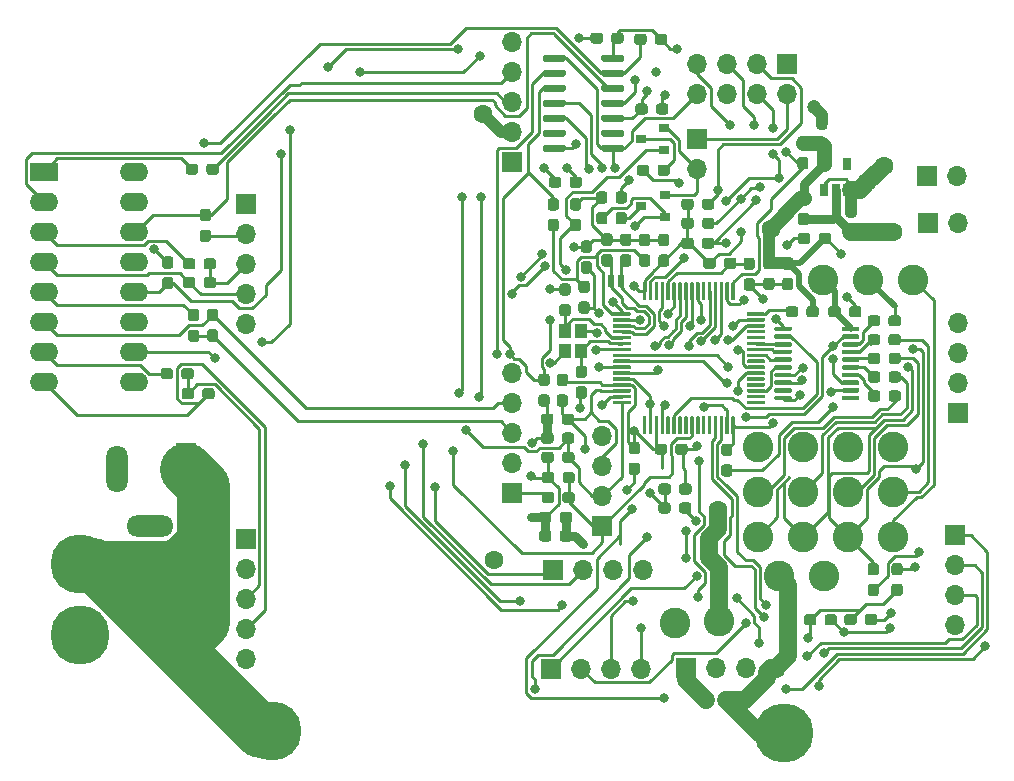
<source format=gtl>
%TF.GenerationSoftware,KiCad,Pcbnew,(5.1.6-0-10_14)*%
%TF.CreationDate,2022-07-24T23:06:08-05:00*%
%TF.ProjectId,spudglo_driver_v3p1,73707564-676c-46f5-9f64-72697665725f,rev?*%
%TF.SameCoordinates,Original*%
%TF.FileFunction,Copper,L1,Top*%
%TF.FilePolarity,Positive*%
%FSLAX46Y46*%
G04 Gerber Fmt 4.6, Leading zero omitted, Abs format (unit mm)*
G04 Created by KiCad (PCBNEW (5.1.6-0-10_14)) date 2022-07-24 23:06:08*
%MOMM*%
%LPD*%
G01*
G04 APERTURE LIST*
%TA.AperFunction,ComponentPad*%
%ADD10C,5.000000*%
%TD*%
%TA.AperFunction,ComponentPad*%
%ADD11R,1.700000X1.700000*%
%TD*%
%TA.AperFunction,ComponentPad*%
%ADD12O,1.700000X1.700000*%
%TD*%
%TA.AperFunction,ComponentPad*%
%ADD13C,2.600000*%
%TD*%
%TA.AperFunction,ComponentPad*%
%ADD14R,1.800000X4.400000*%
%TD*%
%TA.AperFunction,ComponentPad*%
%ADD15O,1.800000X4.000000*%
%TD*%
%TA.AperFunction,ComponentPad*%
%ADD16O,4.000000X1.800000*%
%TD*%
%TA.AperFunction,SMDPad,CuDef*%
%ADD17R,0.900000X0.800000*%
%TD*%
%TA.AperFunction,SMDPad,CuDef*%
%ADD18R,0.650000X1.060000*%
%TD*%
%TA.AperFunction,SMDPad,CuDef*%
%ADD19R,1.000000X1.200000*%
%TD*%
%TA.AperFunction,SMDPad,CuDef*%
%ADD20R,0.575000X1.140000*%
%TD*%
%TA.AperFunction,ComponentPad*%
%ADD21O,2.400000X1.600000*%
%TD*%
%TA.AperFunction,ComponentPad*%
%ADD22R,2.400000X1.600000*%
%TD*%
%TA.AperFunction,ViaPad*%
%ADD23C,0.800000*%
%TD*%
%TA.AperFunction,ViaPad*%
%ADD24C,1.600000*%
%TD*%
%TA.AperFunction,ViaPad*%
%ADD25C,1.200000*%
%TD*%
%TA.AperFunction,Conductor*%
%ADD26C,0.250000*%
%TD*%
%TA.AperFunction,Conductor*%
%ADD27C,0.750000*%
%TD*%
%TA.AperFunction,Conductor*%
%ADD28C,0.500000*%
%TD*%
%TA.AperFunction,Conductor*%
%ADD29C,1.500000*%
%TD*%
%TA.AperFunction,Conductor*%
%ADD30C,1.000000*%
%TD*%
%TA.AperFunction,Conductor*%
%ADD31C,1.250000*%
%TD*%
%TA.AperFunction,Conductor*%
%ADD32C,4.000000*%
%TD*%
%TA.AperFunction,Conductor*%
%ADD33C,4.500000*%
%TD*%
G04 APERTURE END LIST*
D10*
%TO.P,J33,1*%
%TO.N,Net-(J1-Pad1)*%
X143610000Y-131240000D03*
%TD*%
%TO.P,J34,1*%
%TO.N,+5V*%
X186974000Y-131358000D03*
%TD*%
D11*
%TO.P,U10,1*%
%TO.N,GND1*%
X163999718Y-111051000D03*
D12*
%TO.P,U10,2*%
%TO.N,+5V*%
X163999718Y-108511000D03*
%TO.P,U10,3*%
%TO.N,/OUT_3_P*%
X163999718Y-105971000D03*
%TO.P,U10,4*%
%TO.N,/OUT_3_N*%
X163999718Y-103431000D03*
%TO.P,U10,5*%
%TO.N,N/C*%
X163999718Y-100891000D03*
%TD*%
%TO.P,U5,5*%
%TO.N,N/C*%
X141401412Y-96776537D03*
%TO.P,U5,4*%
%TO.N,/OUT_2_N*%
X141401412Y-94236537D03*
%TO.P,U5,3*%
%TO.N,/OUT_2_P*%
X141401412Y-91696537D03*
%TO.P,U5,2*%
%TO.N,+5V*%
X141401412Y-89156537D03*
D11*
%TO.P,U5,1*%
%TO.N,GND1*%
X141401412Y-86616537D03*
%TD*%
%TO.P,U9,1*%
%TO.N,GND1*%
X163953092Y-83010883D03*
D12*
%TO.P,U9,2*%
%TO.N,+5V*%
X163953092Y-80470883D03*
%TO.P,U9,3*%
%TO.N,/OUT_1_P*%
X163953092Y-77930883D03*
%TO.P,U9,4*%
%TO.N,/OUT_1_N*%
X163953092Y-75390883D03*
%TO.P,U9,5*%
%TO.N,N/C*%
X163953092Y-72850883D03*
%TD*%
%TO.P,J31,4*%
%TO.N,/Sheet62D1858B/GPIO3*%
X175061000Y-117584000D03*
%TO.P,J31,3*%
%TO.N,/Sheet62D1858B/GPIO2*%
X172521000Y-117584000D03*
%TO.P,J31,2*%
%TO.N,/Sheet62D1858B/GPIO1*%
X169981000Y-117584000D03*
D11*
%TO.P,J31,1*%
%TO.N,/Sheet62D1858B/GPIO0*%
X167441000Y-117584000D03*
%TD*%
%TO.P,R36,1*%
%TO.N,+3V3*%
%TA.AperFunction,SMDPad,CuDef*%
G36*
G01*
X192086800Y-122005300D02*
X192086800Y-121530300D01*
G75*
G02*
X192324300Y-121292800I237500J0D01*
G01*
X192899300Y-121292800D01*
G75*
G02*
X193136800Y-121530300I0J-237500D01*
G01*
X193136800Y-122005300D01*
G75*
G02*
X192899300Y-122242800I-237500J0D01*
G01*
X192324300Y-122242800D01*
G75*
G02*
X192086800Y-122005300I0J237500D01*
G01*
G37*
%TD.AperFunction*%
%TO.P,R36,2*%
%TO.N,/Sheet62D1858B/I2C2_SDA*%
%TA.AperFunction,SMDPad,CuDef*%
G36*
G01*
X193836800Y-122005300D02*
X193836800Y-121530300D01*
G75*
G02*
X194074300Y-121292800I237500J0D01*
G01*
X194649300Y-121292800D01*
G75*
G02*
X194886800Y-121530300I0J-237500D01*
G01*
X194886800Y-122005300D01*
G75*
G02*
X194649300Y-122242800I-237500J0D01*
G01*
X194074300Y-122242800D01*
G75*
G02*
X193836800Y-122005300I0J237500D01*
G01*
G37*
%TD.AperFunction*%
%TD*%
%TO.P,R32,2*%
%TO.N,/Sheet62D1858B/I2C2_SCL*%
%TA.AperFunction,SMDPad,CuDef*%
G36*
G01*
X190433200Y-122018000D02*
X190433200Y-121543000D01*
G75*
G02*
X190670700Y-121305500I237500J0D01*
G01*
X191245700Y-121305500D01*
G75*
G02*
X191483200Y-121543000I0J-237500D01*
G01*
X191483200Y-122018000D01*
G75*
G02*
X191245700Y-122255500I-237500J0D01*
G01*
X190670700Y-122255500D01*
G75*
G02*
X190433200Y-122018000I0J237500D01*
G01*
G37*
%TD.AperFunction*%
%TO.P,R32,1*%
%TO.N,+3V3*%
%TA.AperFunction,SMDPad,CuDef*%
G36*
G01*
X188683200Y-122018000D02*
X188683200Y-121543000D01*
G75*
G02*
X188920700Y-121305500I237500J0D01*
G01*
X189495700Y-121305500D01*
G75*
G02*
X189733200Y-121543000I0J-237500D01*
G01*
X189733200Y-122018000D01*
G75*
G02*
X189495700Y-122255500I-237500J0D01*
G01*
X188920700Y-122255500D01*
G75*
G02*
X188683200Y-122018000I0J237500D01*
G01*
G37*
%TD.AperFunction*%
%TD*%
%TO.P,R28,2*%
%TO.N,GND1*%
%TA.AperFunction,SMDPad,CuDef*%
G36*
G01*
X178112900Y-110956300D02*
X178112900Y-110481300D01*
G75*
G02*
X178350400Y-110243800I237500J0D01*
G01*
X178925400Y-110243800D01*
G75*
G02*
X179162900Y-110481300I0J-237500D01*
G01*
X179162900Y-110956300D01*
G75*
G02*
X178925400Y-111193800I-237500J0D01*
G01*
X178350400Y-111193800D01*
G75*
G02*
X178112900Y-110956300I0J237500D01*
G01*
G37*
%TD.AperFunction*%
%TO.P,R28,1*%
%TO.N,Net-(R27-Pad2)*%
%TA.AperFunction,SMDPad,CuDef*%
G36*
G01*
X176362900Y-110956300D02*
X176362900Y-110481300D01*
G75*
G02*
X176600400Y-110243800I237500J0D01*
G01*
X177175400Y-110243800D01*
G75*
G02*
X177412900Y-110481300I0J-237500D01*
G01*
X177412900Y-110956300D01*
G75*
G02*
X177175400Y-111193800I-237500J0D01*
G01*
X176600400Y-111193800D01*
G75*
G02*
X176362900Y-110956300I0J237500D01*
G01*
G37*
%TD.AperFunction*%
%TD*%
%TO.P,R27,1*%
%TO.N,+3V3*%
%TA.AperFunction,SMDPad,CuDef*%
G36*
G01*
X179151500Y-112081500D02*
X179151500Y-112556500D01*
G75*
G02*
X178914000Y-112794000I-237500J0D01*
G01*
X178339000Y-112794000D01*
G75*
G02*
X178101500Y-112556500I0J237500D01*
G01*
X178101500Y-112081500D01*
G75*
G02*
X178339000Y-111844000I237500J0D01*
G01*
X178914000Y-111844000D01*
G75*
G02*
X179151500Y-112081500I0J-237500D01*
G01*
G37*
%TD.AperFunction*%
%TO.P,R27,2*%
%TO.N,Net-(R27-Pad2)*%
%TA.AperFunction,SMDPad,CuDef*%
G36*
G01*
X177401500Y-112081500D02*
X177401500Y-112556500D01*
G75*
G02*
X177164000Y-112794000I-237500J0D01*
G01*
X176589000Y-112794000D01*
G75*
G02*
X176351500Y-112556500I0J237500D01*
G01*
X176351500Y-112081500D01*
G75*
G02*
X176589000Y-111844000I237500J0D01*
G01*
X177164000Y-111844000D01*
G75*
G02*
X177401500Y-112081500I0J-237500D01*
G01*
G37*
%TD.AperFunction*%
%TD*%
D12*
%TO.P,J30,4*%
%TO.N,+3V3*%
X201710000Y-96640000D03*
%TO.P,J30,3*%
%TO.N,/Sheet62D1858B/I2C2_SDA*%
X201710000Y-99180000D03*
%TO.P,J30,2*%
%TO.N,/Sheet62D1858B/I2C2_SCL*%
X201710000Y-101720000D03*
D11*
%TO.P,J30,1*%
%TO.N,GND1*%
X201710000Y-104260000D03*
%TD*%
D12*
%TO.P,J29,4*%
%TO.N,+5V*%
X186280000Y-125891000D03*
%TO.P,J29,3*%
%TO.N,GND1*%
X183740000Y-125891000D03*
%TO.P,J29,2*%
%TO.N,+3V3*%
X181200000Y-125891000D03*
D11*
%TO.P,J29,1*%
%TO.N,GND1*%
X178660000Y-125891000D03*
%TD*%
D13*
%TO.P,J28,1*%
%TO.N,GND1*%
X177728000Y-122040000D03*
%TD*%
%TO.P,J27,1*%
%TO.N,+5V*%
X186577999Y-118059400D03*
%TD*%
D11*
%TO.P,J26,1*%
%TO.N,/Sheet62D1858B/LPUART1_TX_SHIFTED*%
X167236000Y-125909000D03*
D12*
%TO.P,J26,2*%
%TO.N,/Sheet62D1858B/LPUART1_RX_SHIFTED*%
X169776000Y-125909000D03*
%TO.P,J26,3*%
%TO.N,/Sheet62D1858B/LPUART1_TX*%
X172316000Y-125909000D03*
%TO.P,J26,4*%
%TO.N,/Sheet62D1858B/LPUART1_RX*%
X174856000Y-125909000D03*
%TD*%
D11*
%TO.P,J25,1*%
%TO.N,/Sheet62D1858B/SPI3_MOSI*%
X201510000Y-114640000D03*
D12*
%TO.P,J25,2*%
%TO.N,/Sheet62D1858B/SPI3_MISO*%
X201510000Y-117180000D03*
%TO.P,J25,3*%
%TO.N,/Sheet62D1858B/SPI3_SCK*%
X201510000Y-119720000D03*
%TO.P,J25,4*%
%TO.N,/Sheet62D1858B/SPI3_NSS*%
X201510000Y-122260000D03*
%TD*%
D13*
%TO.P,J24,1*%
%TO.N,GND1*%
X190388000Y-118059400D03*
%TD*%
%TO.P,J2,1*%
%TO.N,+3V3*%
X181491000Y-121927000D03*
%TD*%
D14*
%TO.P,J1,1*%
%TO.N,Net-(J1-Pad1)*%
X136325000Y-109020000D03*
D15*
%TO.P,J1,2*%
%TO.N,GND1*%
X130525000Y-109020000D03*
D16*
%TO.P,J1,3*%
X133325000Y-113820000D03*
%TD*%
%TO.P,C21,2*%
%TO.N,GND1*%
%TA.AperFunction,SMDPad,CuDef*%
G36*
G01*
X180896000Y-128360500D02*
X180896000Y-128835500D01*
G75*
G02*
X180658500Y-129073000I-237500J0D01*
G01*
X180083500Y-129073000D01*
G75*
G02*
X179846000Y-128835500I0J237500D01*
G01*
X179846000Y-128360500D01*
G75*
G02*
X180083500Y-128123000I237500J0D01*
G01*
X180658500Y-128123000D01*
G75*
G02*
X180896000Y-128360500I0J-237500D01*
G01*
G37*
%TD.AperFunction*%
%TO.P,C21,1*%
%TO.N,+5V*%
%TA.AperFunction,SMDPad,CuDef*%
G36*
G01*
X182646000Y-128360500D02*
X182646000Y-128835500D01*
G75*
G02*
X182408500Y-129073000I-237500J0D01*
G01*
X181833500Y-129073000D01*
G75*
G02*
X181596000Y-128835500I0J237500D01*
G01*
X181596000Y-128360500D01*
G75*
G02*
X181833500Y-128123000I237500J0D01*
G01*
X182408500Y-128123000D01*
G75*
G02*
X182646000Y-128360500I0J-237500D01*
G01*
G37*
%TD.AperFunction*%
%TD*%
D17*
%TO.P,Q1,1*%
%TO.N,/Sheet62D1858B/LED_OUT_1*%
X176873740Y-82045660D03*
%TO.P,Q1,2*%
%TO.N,GND1*%
X176873740Y-80145660D03*
%TO.P,Q1,3*%
%TO.N,Net-(Q1-Pad3)*%
X174873740Y-81095660D03*
%TD*%
%TO.P,C15,2*%
%TO.N,GND1*%
%TA.AperFunction,SMDPad,CuDef*%
G36*
G01*
X187065500Y-92839000D02*
X187540500Y-92839000D01*
G75*
G02*
X187778000Y-93076500I0J-237500D01*
G01*
X187778000Y-93651500D01*
G75*
G02*
X187540500Y-93889000I-237500J0D01*
G01*
X187065500Y-93889000D01*
G75*
G02*
X186828000Y-93651500I0J237500D01*
G01*
X186828000Y-93076500D01*
G75*
G02*
X187065500Y-92839000I237500J0D01*
G01*
G37*
%TD.AperFunction*%
%TO.P,C15,1*%
%TO.N,+3V3*%
%TA.AperFunction,SMDPad,CuDef*%
G36*
G01*
X187065500Y-91089000D02*
X187540500Y-91089000D01*
G75*
G02*
X187778000Y-91326500I0J-237500D01*
G01*
X187778000Y-91901500D01*
G75*
G02*
X187540500Y-92139000I-237500J0D01*
G01*
X187065500Y-92139000D01*
G75*
G02*
X186828000Y-91901500I0J237500D01*
G01*
X186828000Y-91326500D01*
G75*
G02*
X187065500Y-91089000I237500J0D01*
G01*
G37*
%TD.AperFunction*%
%TD*%
%TO.P,C13,1*%
%TO.N,+3V3*%
%TA.AperFunction,SMDPad,CuDef*%
G36*
G01*
X190437500Y-82025000D02*
X189962500Y-82025000D01*
G75*
G02*
X189725000Y-81787500I0J237500D01*
G01*
X189725000Y-81212500D01*
G75*
G02*
X189962500Y-80975000I237500J0D01*
G01*
X190437500Y-80975000D01*
G75*
G02*
X190675000Y-81212500I0J-237500D01*
G01*
X190675000Y-81787500D01*
G75*
G02*
X190437500Y-82025000I-237500J0D01*
G01*
G37*
%TD.AperFunction*%
%TO.P,C13,2*%
%TO.N,GND1*%
%TA.AperFunction,SMDPad,CuDef*%
G36*
G01*
X190437500Y-80275000D02*
X189962500Y-80275000D01*
G75*
G02*
X189725000Y-80037500I0J237500D01*
G01*
X189725000Y-79462500D01*
G75*
G02*
X189962500Y-79225000I237500J0D01*
G01*
X190437500Y-79225000D01*
G75*
G02*
X190675000Y-79462500I0J-237500D01*
G01*
X190675000Y-80037500D01*
G75*
G02*
X190437500Y-80275000I-237500J0D01*
G01*
G37*
%TD.AperFunction*%
%TD*%
%TO.P,C12,2*%
%TO.N,GND1*%
%TA.AperFunction,SMDPad,CuDef*%
G36*
G01*
X177057500Y-90150000D02*
X176582500Y-90150000D01*
G75*
G02*
X176345000Y-89912500I0J237500D01*
G01*
X176345000Y-89337500D01*
G75*
G02*
X176582500Y-89100000I237500J0D01*
G01*
X177057500Y-89100000D01*
G75*
G02*
X177295000Y-89337500I0J-237500D01*
G01*
X177295000Y-89912500D01*
G75*
G02*
X177057500Y-90150000I-237500J0D01*
G01*
G37*
%TD.AperFunction*%
%TO.P,C12,1*%
%TO.N,+3V3*%
%TA.AperFunction,SMDPad,CuDef*%
G36*
G01*
X177057500Y-91900000D02*
X176582500Y-91900000D01*
G75*
G02*
X176345000Y-91662500I0J237500D01*
G01*
X176345000Y-91087500D01*
G75*
G02*
X176582500Y-90850000I237500J0D01*
G01*
X177057500Y-90850000D01*
G75*
G02*
X177295000Y-91087500I0J-237500D01*
G01*
X177295000Y-91662500D01*
G75*
G02*
X177057500Y-91900000I-237500J0D01*
G01*
G37*
%TD.AperFunction*%
%TD*%
%TO.P,C11,1*%
%TO.N,+3V3*%
%TA.AperFunction,SMDPad,CuDef*%
G36*
G01*
X174082500Y-106725000D02*
X174557500Y-106725000D01*
G75*
G02*
X174795000Y-106962500I0J-237500D01*
G01*
X174795000Y-107537500D01*
G75*
G02*
X174557500Y-107775000I-237500J0D01*
G01*
X174082500Y-107775000D01*
G75*
G02*
X173845000Y-107537500I0J237500D01*
G01*
X173845000Y-106962500D01*
G75*
G02*
X174082500Y-106725000I237500J0D01*
G01*
G37*
%TD.AperFunction*%
%TO.P,C11,2*%
%TO.N,GND1*%
%TA.AperFunction,SMDPad,CuDef*%
G36*
G01*
X174082500Y-108475000D02*
X174557500Y-108475000D01*
G75*
G02*
X174795000Y-108712500I0J-237500D01*
G01*
X174795000Y-109287500D01*
G75*
G02*
X174557500Y-109525000I-237500J0D01*
G01*
X174082500Y-109525000D01*
G75*
G02*
X173845000Y-109287500I0J237500D01*
G01*
X173845000Y-108712500D01*
G75*
G02*
X174082500Y-108475000I237500J0D01*
G01*
G37*
%TD.AperFunction*%
%TD*%
%TO.P,C14,1*%
%TO.N,+5V*%
%TA.AperFunction,SMDPad,CuDef*%
G36*
G01*
X192422500Y-86685000D02*
X192897500Y-86685000D01*
G75*
G02*
X193135000Y-86922500I0J-237500D01*
G01*
X193135000Y-87497500D01*
G75*
G02*
X192897500Y-87735000I-237500J0D01*
G01*
X192422500Y-87735000D01*
G75*
G02*
X192185000Y-87497500I0J237500D01*
G01*
X192185000Y-86922500D01*
G75*
G02*
X192422500Y-86685000I237500J0D01*
G01*
G37*
%TD.AperFunction*%
%TO.P,C14,2*%
%TO.N,GND1*%
%TA.AperFunction,SMDPad,CuDef*%
G36*
G01*
X192422500Y-88435000D02*
X192897500Y-88435000D01*
G75*
G02*
X193135000Y-88672500I0J-237500D01*
G01*
X193135000Y-89247500D01*
G75*
G02*
X192897500Y-89485000I-237500J0D01*
G01*
X192422500Y-89485000D01*
G75*
G02*
X192185000Y-89247500I0J237500D01*
G01*
X192185000Y-88672500D01*
G75*
G02*
X192422500Y-88435000I237500J0D01*
G01*
G37*
%TD.AperFunction*%
%TD*%
D10*
%TO.P,J20,1*%
%TO.N,Net-(J1-Pad1)*%
X127410000Y-117040000D03*
%TD*%
D13*
%TO.P,J13,1*%
%TO.N,/Sheet62D1858B/TIM1_CH1_SHIFT*%
X188619004Y-110942478D03*
%TD*%
%TO.P,C10,2*%
%TO.N,GND1*%
%TA.AperFunction,SMDPad,CuDef*%
G36*
G01*
X181915500Y-108618000D02*
X182390500Y-108618000D01*
G75*
G02*
X182628000Y-108855500I0J-237500D01*
G01*
X182628000Y-109430500D01*
G75*
G02*
X182390500Y-109668000I-237500J0D01*
G01*
X181915500Y-109668000D01*
G75*
G02*
X181678000Y-109430500I0J237500D01*
G01*
X181678000Y-108855500D01*
G75*
G02*
X181915500Y-108618000I237500J0D01*
G01*
G37*
%TD.AperFunction*%
%TO.P,C10,1*%
%TO.N,+3V3*%
%TA.AperFunction,SMDPad,CuDef*%
G36*
G01*
X181915500Y-106868000D02*
X182390500Y-106868000D01*
G75*
G02*
X182628000Y-107105500I0J-237500D01*
G01*
X182628000Y-107680500D01*
G75*
G02*
X182390500Y-107918000I-237500J0D01*
G01*
X181915500Y-107918000D01*
G75*
G02*
X181678000Y-107680500I0J237500D01*
G01*
X181678000Y-107105500D01*
G75*
G02*
X181915500Y-106868000I237500J0D01*
G01*
G37*
%TD.AperFunction*%
%TD*%
%TO.P,C17,2*%
%TO.N,GND1*%
%TA.AperFunction,SMDPad,CuDef*%
G36*
G01*
X188412500Y-87320000D02*
X188887500Y-87320000D01*
G75*
G02*
X189125000Y-87557500I0J-237500D01*
G01*
X189125000Y-88132500D01*
G75*
G02*
X188887500Y-88370000I-237500J0D01*
G01*
X188412500Y-88370000D01*
G75*
G02*
X188175000Y-88132500I0J237500D01*
G01*
X188175000Y-87557500D01*
G75*
G02*
X188412500Y-87320000I237500J0D01*
G01*
G37*
%TD.AperFunction*%
%TO.P,C17,1*%
%TO.N,+3V3*%
%TA.AperFunction,SMDPad,CuDef*%
G36*
G01*
X188412500Y-85570000D02*
X188887500Y-85570000D01*
G75*
G02*
X189125000Y-85807500I0J-237500D01*
G01*
X189125000Y-86382500D01*
G75*
G02*
X188887500Y-86620000I-237500J0D01*
G01*
X188412500Y-86620000D01*
G75*
G02*
X188175000Y-86382500I0J237500D01*
G01*
X188175000Y-85807500D01*
G75*
G02*
X188412500Y-85570000I237500J0D01*
G01*
G37*
%TD.AperFunction*%
%TD*%
%TO.P,C3,2*%
%TO.N,GND1*%
%TA.AperFunction,SMDPad,CuDef*%
G36*
G01*
X172237500Y-90125000D02*
X171762500Y-90125000D01*
G75*
G02*
X171525000Y-89887500I0J237500D01*
G01*
X171525000Y-89312500D01*
G75*
G02*
X171762500Y-89075000I237500J0D01*
G01*
X172237500Y-89075000D01*
G75*
G02*
X172475000Y-89312500I0J-237500D01*
G01*
X172475000Y-89887500D01*
G75*
G02*
X172237500Y-90125000I-237500J0D01*
G01*
G37*
%TD.AperFunction*%
%TO.P,C3,1*%
%TO.N,Net-(C3-Pad1)*%
%TA.AperFunction,SMDPad,CuDef*%
G36*
G01*
X172237500Y-91875000D02*
X171762500Y-91875000D01*
G75*
G02*
X171525000Y-91637500I0J237500D01*
G01*
X171525000Y-91062500D01*
G75*
G02*
X171762500Y-90825000I237500J0D01*
G01*
X172237500Y-90825000D01*
G75*
G02*
X172475000Y-91062500I0J-237500D01*
G01*
X172475000Y-91637500D01*
G75*
G02*
X172237500Y-91875000I-237500J0D01*
G01*
G37*
%TD.AperFunction*%
%TD*%
D11*
%TO.P,J3,1*%
%TO.N,WKUP3*%
X171619280Y-113847704D03*
D12*
%TO.P,J3,2*%
%TO.N,WKUP4*%
X171619280Y-111307704D03*
%TO.P,J3,3*%
%TO.N,WKUP1*%
X171619280Y-108767704D03*
%TO.P,J3,4*%
%TO.N,WKUP2*%
X171619280Y-106227704D03*
%TD*%
%TO.P,C4,1*%
%TO.N,Net-(C4-Pad1)*%
%TA.AperFunction,SMDPad,CuDef*%
G36*
G01*
X173827500Y-91885001D02*
X173352500Y-91885001D01*
G75*
G02*
X173115000Y-91647501I0J237500D01*
G01*
X173115000Y-91072501D01*
G75*
G02*
X173352500Y-90835001I237500J0D01*
G01*
X173827500Y-90835001D01*
G75*
G02*
X174065000Y-91072501I0J-237500D01*
G01*
X174065000Y-91647501D01*
G75*
G02*
X173827500Y-91885001I-237500J0D01*
G01*
G37*
%TD.AperFunction*%
%TO.P,C4,2*%
%TO.N,GND1*%
%TA.AperFunction,SMDPad,CuDef*%
G36*
G01*
X173827500Y-90135001D02*
X173352500Y-90135001D01*
G75*
G02*
X173115000Y-89897501I0J237500D01*
G01*
X173115000Y-89322501D01*
G75*
G02*
X173352500Y-89085001I237500J0D01*
G01*
X173827500Y-89085001D01*
G75*
G02*
X174065000Y-89322501I0J-237500D01*
G01*
X174065000Y-89897501D01*
G75*
G02*
X173827500Y-90135001I-237500J0D01*
G01*
G37*
%TD.AperFunction*%
%TD*%
D13*
%TO.P,J22,1*%
%TO.N,/Sheet62D1858B/TIM15_CH1_SHIFT*%
X184776004Y-110928478D03*
%TD*%
%TO.P,C7,1*%
%TO.N,+5V*%
%TA.AperFunction,SMDPad,CuDef*%
G36*
G01*
X190747000Y-95936500D02*
X190747000Y-95461500D01*
G75*
G02*
X190984500Y-95224000I237500J0D01*
G01*
X191559500Y-95224000D01*
G75*
G02*
X191797000Y-95461500I0J-237500D01*
G01*
X191797000Y-95936500D01*
G75*
G02*
X191559500Y-96174000I-237500J0D01*
G01*
X190984500Y-96174000D01*
G75*
G02*
X190747000Y-95936500I0J237500D01*
G01*
G37*
%TD.AperFunction*%
%TO.P,C7,2*%
%TO.N,GND1*%
%TA.AperFunction,SMDPad,CuDef*%
G36*
G01*
X192497000Y-95936500D02*
X192497000Y-95461500D01*
G75*
G02*
X192734500Y-95224000I237500J0D01*
G01*
X193309500Y-95224000D01*
G75*
G02*
X193547000Y-95461500I0J-237500D01*
G01*
X193547000Y-95936500D01*
G75*
G02*
X193309500Y-96174000I-237500J0D01*
G01*
X192734500Y-96174000D01*
G75*
G02*
X192497000Y-95936500I0J237500D01*
G01*
G37*
%TD.AperFunction*%
%TD*%
%TO.P,C6,2*%
%TO.N,GND1*%
%TA.AperFunction,SMDPad,CuDef*%
G36*
G01*
X170503620Y-90719360D02*
X170028620Y-90719360D01*
G75*
G02*
X169791120Y-90481860I0J237500D01*
G01*
X169791120Y-89906860D01*
G75*
G02*
X170028620Y-89669360I237500J0D01*
G01*
X170503620Y-89669360D01*
G75*
G02*
X170741120Y-89906860I0J-237500D01*
G01*
X170741120Y-90481860D01*
G75*
G02*
X170503620Y-90719360I-237500J0D01*
G01*
G37*
%TD.AperFunction*%
%TO.P,C6,1*%
%TO.N,/Sheet62D1858B/NRST*%
%TA.AperFunction,SMDPad,CuDef*%
G36*
G01*
X170503620Y-92469360D02*
X170028620Y-92469360D01*
G75*
G02*
X169791120Y-92231860I0J237500D01*
G01*
X169791120Y-91656860D01*
G75*
G02*
X170028620Y-91419360I237500J0D01*
G01*
X170503620Y-91419360D01*
G75*
G02*
X170741120Y-91656860I0J-237500D01*
G01*
X170741120Y-92231860D01*
G75*
G02*
X170503620Y-92469360I-237500J0D01*
G01*
G37*
%TD.AperFunction*%
%TD*%
%TO.P,J19,1*%
%TO.N,/Sheet62D1858B/TIM1_CH3_SHIFT*%
X196239003Y-110942478D03*
%TD*%
%TO.P,J17,1*%
%TO.N,/Sheet62D1858B/TIM1_CH2_SHIFT*%
X192429003Y-110942479D03*
%TD*%
%TO.P,C8,2*%
%TO.N,GND1*%
%TA.AperFunction,SMDPad,CuDef*%
G36*
G01*
X175427500Y-90145000D02*
X174952500Y-90145000D01*
G75*
G02*
X174715000Y-89907500I0J237500D01*
G01*
X174715000Y-89332500D01*
G75*
G02*
X174952500Y-89095000I237500J0D01*
G01*
X175427500Y-89095000D01*
G75*
G02*
X175665000Y-89332500I0J-237500D01*
G01*
X175665000Y-89907500D01*
G75*
G02*
X175427500Y-90145000I-237500J0D01*
G01*
G37*
%TD.AperFunction*%
%TO.P,C8,1*%
%TO.N,+3V3*%
%TA.AperFunction,SMDPad,CuDef*%
G36*
G01*
X175427500Y-91895000D02*
X174952500Y-91895000D01*
G75*
G02*
X174715000Y-91657500I0J237500D01*
G01*
X174715000Y-91082500D01*
G75*
G02*
X174952500Y-90845000I237500J0D01*
G01*
X175427500Y-90845000D01*
G75*
G02*
X175665000Y-91082500I0J-237500D01*
G01*
X175665000Y-91657500D01*
G75*
G02*
X175427500Y-91895000I-237500J0D01*
G01*
G37*
%TD.AperFunction*%
%TD*%
%TO.P,R20,1*%
%TO.N,/Sheet62D1858B/LED_OUT_2*%
%TA.AperFunction,SMDPad,CuDef*%
G36*
G01*
X171805840Y-88314161D02*
X171330840Y-88314161D01*
G75*
G02*
X171093340Y-88076661I0J237500D01*
G01*
X171093340Y-87501661D01*
G75*
G02*
X171330840Y-87264161I237500J0D01*
G01*
X171805840Y-87264161D01*
G75*
G02*
X172043340Y-87501661I0J-237500D01*
G01*
X172043340Y-88076661D01*
G75*
G02*
X171805840Y-88314161I-237500J0D01*
G01*
G37*
%TD.AperFunction*%
%TO.P,R20,2*%
%TO.N,GND1*%
%TA.AperFunction,SMDPad,CuDef*%
G36*
G01*
X171805840Y-86564161D02*
X171330840Y-86564161D01*
G75*
G02*
X171093340Y-86326661I0J237500D01*
G01*
X171093340Y-85751661D01*
G75*
G02*
X171330840Y-85514161I237500J0D01*
G01*
X171805840Y-85514161D01*
G75*
G02*
X172043340Y-85751661I0J-237500D01*
G01*
X172043340Y-86326661D01*
G75*
G02*
X171805840Y-86564161I-237500J0D01*
G01*
G37*
%TD.AperFunction*%
%TD*%
%TO.P,R29,1*%
%TO.N,Net-(R29-Pad1)*%
%TA.AperFunction,SMDPad,CuDef*%
G36*
G01*
X136110000Y-91877500D02*
X136110000Y-91402500D01*
G75*
G02*
X136347500Y-91165000I237500J0D01*
G01*
X136922500Y-91165000D01*
G75*
G02*
X137160000Y-91402500I0J-237500D01*
G01*
X137160000Y-91877500D01*
G75*
G02*
X136922500Y-92115000I-237500J0D01*
G01*
X136347500Y-92115000D01*
G75*
G02*
X136110000Y-91877500I0J237500D01*
G01*
G37*
%TD.AperFunction*%
%TO.P,R29,2*%
%TO.N,/OUT_2_P*%
%TA.AperFunction,SMDPad,CuDef*%
G36*
G01*
X137860000Y-91877500D02*
X137860000Y-91402500D01*
G75*
G02*
X138097500Y-91165000I237500J0D01*
G01*
X138672500Y-91165000D01*
G75*
G02*
X138910000Y-91402500I0J-237500D01*
G01*
X138910000Y-91877500D01*
G75*
G02*
X138672500Y-92115000I-237500J0D01*
G01*
X138097500Y-92115000D01*
G75*
G02*
X137860000Y-91877500I0J237500D01*
G01*
G37*
%TD.AperFunction*%
%TD*%
%TO.P,R24,2*%
%TO.N,Net-(R24-Pad2)*%
%TA.AperFunction,SMDPad,CuDef*%
G36*
G01*
X195143000Y-102595500D02*
X195143000Y-103070500D01*
G75*
G02*
X194905500Y-103308000I-237500J0D01*
G01*
X194330500Y-103308000D01*
G75*
G02*
X194093000Y-103070500I0J237500D01*
G01*
X194093000Y-102595500D01*
G75*
G02*
X194330500Y-102358000I237500J0D01*
G01*
X194905500Y-102358000D01*
G75*
G02*
X195143000Y-102595500I0J-237500D01*
G01*
G37*
%TD.AperFunction*%
%TO.P,R24,1*%
%TO.N,/Sheet62D1858B/TIM15_CH1_SHIFT*%
%TA.AperFunction,SMDPad,CuDef*%
G36*
G01*
X196893000Y-102595500D02*
X196893000Y-103070500D01*
G75*
G02*
X196655500Y-103308000I-237500J0D01*
G01*
X196080500Y-103308000D01*
G75*
G02*
X195843000Y-103070500I0J237500D01*
G01*
X195843000Y-102595500D01*
G75*
G02*
X196080500Y-102358000I237500J0D01*
G01*
X196655500Y-102358000D01*
G75*
G02*
X196893000Y-102595500I0J-237500D01*
G01*
G37*
%TD.AperFunction*%
%TD*%
%TO.P,R8,1*%
%TO.N,+3V3*%
%TA.AperFunction,SMDPad,CuDef*%
G36*
G01*
X188352500Y-80850001D02*
X188827500Y-80850001D01*
G75*
G02*
X189065000Y-81087501I0J-237500D01*
G01*
X189065000Y-81662501D01*
G75*
G02*
X188827500Y-81900001I-237500J0D01*
G01*
X188352500Y-81900001D01*
G75*
G02*
X188115000Y-81662501I0J237500D01*
G01*
X188115000Y-81087501D01*
G75*
G02*
X188352500Y-80850001I237500J0D01*
G01*
G37*
%TD.AperFunction*%
%TO.P,R8,2*%
%TO.N,/Sheet62D1858B/SWCLK*%
%TA.AperFunction,SMDPad,CuDef*%
G36*
G01*
X188352500Y-82600001D02*
X188827500Y-82600001D01*
G75*
G02*
X189065000Y-82837501I0J-237500D01*
G01*
X189065000Y-83412501D01*
G75*
G02*
X188827500Y-83650001I-237500J0D01*
G01*
X188352500Y-83650001D01*
G75*
G02*
X188115000Y-83412501I0J237500D01*
G01*
X188115000Y-82837501D01*
G75*
G02*
X188352500Y-82600001I237500J0D01*
G01*
G37*
%TD.AperFunction*%
%TD*%
%TO.P,C9,1*%
%TO.N,+3V3*%
%TA.AperFunction,SMDPad,CuDef*%
G36*
G01*
X176035000Y-107577500D02*
X176035000Y-107102500D01*
G75*
G02*
X176272500Y-106865000I237500J0D01*
G01*
X176847500Y-106865000D01*
G75*
G02*
X177085000Y-107102500I0J-237500D01*
G01*
X177085000Y-107577500D01*
G75*
G02*
X176847500Y-107815000I-237500J0D01*
G01*
X176272500Y-107815000D01*
G75*
G02*
X176035000Y-107577500I0J237500D01*
G01*
G37*
%TD.AperFunction*%
%TO.P,C9,2*%
%TO.N,GND1*%
%TA.AperFunction,SMDPad,CuDef*%
G36*
G01*
X177785000Y-107577500D02*
X177785000Y-107102500D01*
G75*
G02*
X178022500Y-106865000I237500J0D01*
G01*
X178597500Y-106865000D01*
G75*
G02*
X178835000Y-107102500I0J-237500D01*
G01*
X178835000Y-107577500D01*
G75*
G02*
X178597500Y-107815000I-237500J0D01*
G01*
X178022500Y-107815000D01*
G75*
G02*
X177785000Y-107577500I0J237500D01*
G01*
G37*
%TD.AperFunction*%
%TD*%
%TO.P,R9,2*%
%TO.N,/Sheet62D1858B/JTDI*%
%TA.AperFunction,SMDPad,CuDef*%
G36*
G01*
X180057900Y-88460139D02*
X180057900Y-87985139D01*
G75*
G02*
X180295400Y-87747639I237500J0D01*
G01*
X180870400Y-87747639D01*
G75*
G02*
X181107900Y-87985139I0J-237500D01*
G01*
X181107900Y-88460139D01*
G75*
G02*
X180870400Y-88697639I-237500J0D01*
G01*
X180295400Y-88697639D01*
G75*
G02*
X180057900Y-88460139I0J237500D01*
G01*
G37*
%TD.AperFunction*%
%TO.P,R9,1*%
%TO.N,+3V3*%
%TA.AperFunction,SMDPad,CuDef*%
G36*
G01*
X178307900Y-88460139D02*
X178307900Y-87985139D01*
G75*
G02*
X178545400Y-87747639I237500J0D01*
G01*
X179120400Y-87747639D01*
G75*
G02*
X179357900Y-87985139I0J-237500D01*
G01*
X179357900Y-88460139D01*
G75*
G02*
X179120400Y-88697639I-237500J0D01*
G01*
X178545400Y-88697639D01*
G75*
G02*
X178307900Y-88460139I0J237500D01*
G01*
G37*
%TD.AperFunction*%
%TD*%
%TO.P,R15,1*%
%TO.N,WKUP4*%
%TA.AperFunction,SMDPad,CuDef*%
G36*
G01*
X169234100Y-106163300D02*
X169234100Y-106638300D01*
G75*
G02*
X168996600Y-106875800I-237500J0D01*
G01*
X168421600Y-106875800D01*
G75*
G02*
X168184100Y-106638300I0J237500D01*
G01*
X168184100Y-106163300D01*
G75*
G02*
X168421600Y-105925800I237500J0D01*
G01*
X168996600Y-105925800D01*
G75*
G02*
X169234100Y-106163300I0J-237500D01*
G01*
G37*
%TD.AperFunction*%
%TO.P,R15,2*%
%TO.N,GND1*%
%TA.AperFunction,SMDPad,CuDef*%
G36*
G01*
X167484100Y-106163300D02*
X167484100Y-106638300D01*
G75*
G02*
X167246600Y-106875800I-237500J0D01*
G01*
X166671600Y-106875800D01*
G75*
G02*
X166434100Y-106638300I0J237500D01*
G01*
X166434100Y-106163300D01*
G75*
G02*
X166671600Y-105925800I237500J0D01*
G01*
X167246600Y-105925800D01*
G75*
G02*
X167484100Y-106163300I0J-237500D01*
G01*
G37*
%TD.AperFunction*%
%TD*%
D18*
%TO.P,U3,5*%
%TO.N,+3V3*%
X190410000Y-83160000D03*
%TO.P,U3,4*%
%TO.N,N/C*%
X192310000Y-83160000D03*
%TO.P,U3,3*%
%TO.N,+5V*%
X192310000Y-85360000D03*
%TO.P,U3,2*%
%TO.N,GND1*%
X191360000Y-85360000D03*
%TO.P,U3,1*%
%TO.N,+5V*%
X190410000Y-85360000D03*
%TD*%
%TO.P,R26,1*%
%TO.N,/Sheet62D1858B/TIM1_CH1_SHIFT*%
%TA.AperFunction,SMDPad,CuDef*%
G36*
G01*
X196895000Y-100990500D02*
X196895000Y-101465500D01*
G75*
G02*
X196657500Y-101703000I-237500J0D01*
G01*
X196082500Y-101703000D01*
G75*
G02*
X195845000Y-101465500I0J237500D01*
G01*
X195845000Y-100990500D01*
G75*
G02*
X196082500Y-100753000I237500J0D01*
G01*
X196657500Y-100753000D01*
G75*
G02*
X196895000Y-100990500I0J-237500D01*
G01*
G37*
%TD.AperFunction*%
%TO.P,R26,2*%
%TO.N,Net-(R26-Pad2)*%
%TA.AperFunction,SMDPad,CuDef*%
G36*
G01*
X195145000Y-100990500D02*
X195145000Y-101465500D01*
G75*
G02*
X194907500Y-101703000I-237500J0D01*
G01*
X194332500Y-101703000D01*
G75*
G02*
X194095000Y-101465500I0J237500D01*
G01*
X194095000Y-100990500D01*
G75*
G02*
X194332500Y-100753000I237500J0D01*
G01*
X194907500Y-100753000D01*
G75*
G02*
X195145000Y-100990500I0J-237500D01*
G01*
G37*
%TD.AperFunction*%
%TD*%
%TO.P,R25,2*%
%TO.N,Net-(R25-Pad2)*%
%TA.AperFunction,SMDPad,CuDef*%
G36*
G01*
X195141000Y-99413500D02*
X195141000Y-99888500D01*
G75*
G02*
X194903500Y-100126000I-237500J0D01*
G01*
X194328500Y-100126000D01*
G75*
G02*
X194091000Y-99888500I0J237500D01*
G01*
X194091000Y-99413500D01*
G75*
G02*
X194328500Y-99176000I237500J0D01*
G01*
X194903500Y-99176000D01*
G75*
G02*
X195141000Y-99413500I0J-237500D01*
G01*
G37*
%TD.AperFunction*%
%TO.P,R25,1*%
%TO.N,/Sheet62D1858B/TIM1_CH2_SHIFT*%
%TA.AperFunction,SMDPad,CuDef*%
G36*
G01*
X196891000Y-99413500D02*
X196891000Y-99888500D01*
G75*
G02*
X196653500Y-100126000I-237500J0D01*
G01*
X196078500Y-100126000D01*
G75*
G02*
X195841000Y-99888500I0J237500D01*
G01*
X195841000Y-99413500D01*
G75*
G02*
X196078500Y-99176000I237500J0D01*
G01*
X196653500Y-99176000D01*
G75*
G02*
X196891000Y-99413500I0J-237500D01*
G01*
G37*
%TD.AperFunction*%
%TD*%
%TO.P,R19,2*%
%TO.N,Net-(Q1-Pad3)*%
%TA.AperFunction,SMDPad,CuDef*%
G36*
G01*
X176285400Y-83968800D02*
X176285400Y-83493800D01*
G75*
G02*
X176522900Y-83256300I237500J0D01*
G01*
X177097900Y-83256300D01*
G75*
G02*
X177335400Y-83493800I0J-237500D01*
G01*
X177335400Y-83968800D01*
G75*
G02*
X177097900Y-84206300I-237500J0D01*
G01*
X176522900Y-84206300D01*
G75*
G02*
X176285400Y-83968800I0J237500D01*
G01*
G37*
%TD.AperFunction*%
%TO.P,R19,1*%
%TO.N,Net-(J14-Pad1)*%
%TA.AperFunction,SMDPad,CuDef*%
G36*
G01*
X174535400Y-83968800D02*
X174535400Y-83493800D01*
G75*
G02*
X174772900Y-83256300I237500J0D01*
G01*
X175347900Y-83256300D01*
G75*
G02*
X175585400Y-83493800I0J-237500D01*
G01*
X175585400Y-83968800D01*
G75*
G02*
X175347900Y-84206300I-237500J0D01*
G01*
X174772900Y-84206300D01*
G75*
G02*
X174535400Y-83968800I0J237500D01*
G01*
G37*
%TD.AperFunction*%
%TD*%
%TO.P,C19,1*%
%TO.N,+5V*%
%TA.AperFunction,SMDPad,CuDef*%
G36*
G01*
X173410000Y-72302500D02*
X173410000Y-72777500D01*
G75*
G02*
X173172500Y-73015000I-237500J0D01*
G01*
X172597500Y-73015000D01*
G75*
G02*
X172360000Y-72777500I0J237500D01*
G01*
X172360000Y-72302500D01*
G75*
G02*
X172597500Y-72065000I237500J0D01*
G01*
X173172500Y-72065000D01*
G75*
G02*
X173410000Y-72302500I0J-237500D01*
G01*
G37*
%TD.AperFunction*%
%TO.P,C19,2*%
%TO.N,GND1*%
%TA.AperFunction,SMDPad,CuDef*%
G36*
G01*
X171660000Y-72302500D02*
X171660000Y-72777500D01*
G75*
G02*
X171422500Y-73015000I-237500J0D01*
G01*
X170847500Y-73015000D01*
G75*
G02*
X170610000Y-72777500I0J237500D01*
G01*
X170610000Y-72302500D01*
G75*
G02*
X170847500Y-72065000I237500J0D01*
G01*
X171422500Y-72065000D01*
G75*
G02*
X171660000Y-72302500I0J-237500D01*
G01*
G37*
%TD.AperFunction*%
%TD*%
D13*
%TO.P,J4,1*%
%TO.N,GND1*%
X197923654Y-92975238D03*
%TD*%
%TO.P,R14,2*%
%TO.N,WKUP4*%
%TA.AperFunction,SMDPad,CuDef*%
G36*
G01*
X168208200Y-108271000D02*
X168208200Y-107796000D01*
G75*
G02*
X168445700Y-107558500I237500J0D01*
G01*
X169020700Y-107558500D01*
G75*
G02*
X169258200Y-107796000I0J-237500D01*
G01*
X169258200Y-108271000D01*
G75*
G02*
X169020700Y-108508500I-237500J0D01*
G01*
X168445700Y-108508500D01*
G75*
G02*
X168208200Y-108271000I0J237500D01*
G01*
G37*
%TD.AperFunction*%
%TO.P,R14,1*%
%TO.N,+3V3*%
%TA.AperFunction,SMDPad,CuDef*%
G36*
G01*
X166458200Y-108271000D02*
X166458200Y-107796000D01*
G75*
G02*
X166695700Y-107558500I237500J0D01*
G01*
X167270700Y-107558500D01*
G75*
G02*
X167508200Y-107796000I0J-237500D01*
G01*
X167508200Y-108271000D01*
G75*
G02*
X167270700Y-108508500I-237500J0D01*
G01*
X166695700Y-108508500D01*
G75*
G02*
X166458200Y-108271000I0J237500D01*
G01*
G37*
%TD.AperFunction*%
%TD*%
%TO.P,R16,1*%
%TO.N,+3V3*%
%TA.AperFunction,SMDPad,CuDef*%
G36*
G01*
X166493200Y-109981000D02*
X166493200Y-109506000D01*
G75*
G02*
X166730700Y-109268500I237500J0D01*
G01*
X167305700Y-109268500D01*
G75*
G02*
X167543200Y-109506000I0J-237500D01*
G01*
X167543200Y-109981000D01*
G75*
G02*
X167305700Y-110218500I-237500J0D01*
G01*
X166730700Y-110218500D01*
G75*
G02*
X166493200Y-109981000I0J237500D01*
G01*
G37*
%TD.AperFunction*%
%TO.P,R16,2*%
%TO.N,WKUP3*%
%TA.AperFunction,SMDPad,CuDef*%
G36*
G01*
X168243200Y-109981000D02*
X168243200Y-109506000D01*
G75*
G02*
X168480700Y-109268500I237500J0D01*
G01*
X169055700Y-109268500D01*
G75*
G02*
X169293200Y-109506000I0J-237500D01*
G01*
X169293200Y-109981000D01*
G75*
G02*
X169055700Y-110218500I-237500J0D01*
G01*
X168480700Y-110218500D01*
G75*
G02*
X168243200Y-109981000I0J237500D01*
G01*
G37*
%TD.AperFunction*%
%TD*%
%TO.P,C18,2*%
%TO.N,GND1*%
%TA.AperFunction,SMDPad,CuDef*%
G36*
G01*
X168003000Y-114929500D02*
X168003000Y-114454500D01*
G75*
G02*
X168240500Y-114217000I237500J0D01*
G01*
X168815500Y-114217000D01*
G75*
G02*
X169053000Y-114454500I0J-237500D01*
G01*
X169053000Y-114929500D01*
G75*
G02*
X168815500Y-115167000I-237500J0D01*
G01*
X168240500Y-115167000D01*
G75*
G02*
X168003000Y-114929500I0J237500D01*
G01*
G37*
%TD.AperFunction*%
%TO.P,C18,1*%
%TO.N,+3V3*%
%TA.AperFunction,SMDPad,CuDef*%
G36*
G01*
X166253000Y-114929500D02*
X166253000Y-114454500D01*
G75*
G02*
X166490500Y-114217000I237500J0D01*
G01*
X167065500Y-114217000D01*
G75*
G02*
X167303000Y-114454500I0J-237500D01*
G01*
X167303000Y-114929500D01*
G75*
G02*
X167065500Y-115167000I-237500J0D01*
G01*
X166490500Y-115167000D01*
G75*
G02*
X166253000Y-114929500I0J237500D01*
G01*
G37*
%TD.AperFunction*%
%TD*%
%TO.P,R38,1*%
%TO.N,/Sheet62D1858B/LVL_EN*%
%TA.AperFunction,SMDPad,CuDef*%
G36*
G01*
X194792500Y-119778000D02*
X194317500Y-119778000D01*
G75*
G02*
X194080000Y-119540500I0J237500D01*
G01*
X194080000Y-118965500D01*
G75*
G02*
X194317500Y-118728000I237500J0D01*
G01*
X194792500Y-118728000D01*
G75*
G02*
X195030000Y-118965500I0J-237500D01*
G01*
X195030000Y-119540500D01*
G75*
G02*
X194792500Y-119778000I-237500J0D01*
G01*
G37*
%TD.AperFunction*%
%TO.P,R38,2*%
%TO.N,GND1*%
%TA.AperFunction,SMDPad,CuDef*%
G36*
G01*
X194792500Y-118028000D02*
X194317500Y-118028000D01*
G75*
G02*
X194080000Y-117790500I0J237500D01*
G01*
X194080000Y-117215500D01*
G75*
G02*
X194317500Y-116978000I237500J0D01*
G01*
X194792500Y-116978000D01*
G75*
G02*
X195030000Y-117215500I0J-237500D01*
G01*
X195030000Y-117790500D01*
G75*
G02*
X194792500Y-118028000I-237500J0D01*
G01*
G37*
%TD.AperFunction*%
%TD*%
%TO.P,R37,2*%
%TO.N,/Sheet62D1858B/LVL_DIR*%
%TA.AperFunction,SMDPad,CuDef*%
G36*
G01*
X196795500Y-118033000D02*
X196320500Y-118033000D01*
G75*
G02*
X196083000Y-117795500I0J237500D01*
G01*
X196083000Y-117220500D01*
G75*
G02*
X196320500Y-116983000I237500J0D01*
G01*
X196795500Y-116983000D01*
G75*
G02*
X197033000Y-117220500I0J-237500D01*
G01*
X197033000Y-117795500D01*
G75*
G02*
X196795500Y-118033000I-237500J0D01*
G01*
G37*
%TD.AperFunction*%
%TO.P,R37,1*%
%TO.N,+3V3*%
%TA.AperFunction,SMDPad,CuDef*%
G36*
G01*
X196795500Y-119783000D02*
X196320500Y-119783000D01*
G75*
G02*
X196083000Y-119545500I0J237500D01*
G01*
X196083000Y-118970500D01*
G75*
G02*
X196320500Y-118733000I237500J0D01*
G01*
X196795500Y-118733000D01*
G75*
G02*
X197033000Y-118970500I0J-237500D01*
G01*
X197033000Y-119545500D01*
G75*
G02*
X196795500Y-119783000I-237500J0D01*
G01*
G37*
%TD.AperFunction*%
%TD*%
%TO.P,J6,1*%
%TO.N,+5V*%
X192429003Y-107132478D03*
%TD*%
D12*
%TO.P,J16,2*%
%TO.N,+5V*%
X201668000Y-84176000D03*
D11*
%TO.P,J16,1*%
%TO.N,Net-(J16-Pad1)*%
X199128000Y-84176000D03*
%TD*%
%TO.P,J14,1*%
%TO.N,Net-(J14-Pad1)*%
X199160000Y-88189000D03*
D12*
%TO.P,J14,2*%
%TO.N,+5V*%
X201700000Y-88189000D03*
%TD*%
D19*
%TO.P,U4,4*%
%TO.N,GND1*%
X168490000Y-99030000D03*
%TO.P,U4,3*%
%TO.N,/Sheet62D1858B/OSC48_HI*%
X168490000Y-97330000D03*
%TO.P,U4,2*%
%TO.N,GND1*%
X169790000Y-97330000D03*
%TO.P,U4,1*%
%TO.N,/Sheet62D1858B/OSC48_LO*%
X169790000Y-99030000D03*
%TD*%
D20*
%TO.P,U6,2*%
%TO.N,Net-(C4-Pad1)*%
X173152500Y-93110000D03*
%TO.P,U6,1*%
%TO.N,Net-(C3-Pad1)*%
X172327500Y-93110000D03*
%TD*%
%TO.P,U1,20*%
%TO.N,+5V*%
%TA.AperFunction,SMDPad,CuDef*%
G36*
G01*
X191902000Y-97257001D02*
X191902000Y-97057001D01*
G75*
G02*
X192002000Y-96957001I100000J0D01*
G01*
X193277000Y-96957001D01*
G75*
G02*
X193377000Y-97057001I0J-100000D01*
G01*
X193377000Y-97257001D01*
G75*
G02*
X193277000Y-97357001I-100000J0D01*
G01*
X192002000Y-97357001D01*
G75*
G02*
X191902000Y-97257001I0J100000D01*
G01*
G37*
%TD.AperFunction*%
%TO.P,U1,19*%
%TO.N,/Sheet62D1858B/LVL_EN*%
%TA.AperFunction,SMDPad,CuDef*%
G36*
G01*
X191902000Y-97907001D02*
X191902000Y-97707001D01*
G75*
G02*
X192002000Y-97607001I100000J0D01*
G01*
X193277000Y-97607001D01*
G75*
G02*
X193377000Y-97707001I0J-100000D01*
G01*
X193377000Y-97907001D01*
G75*
G02*
X193277000Y-98007001I-100000J0D01*
G01*
X192002000Y-98007001D01*
G75*
G02*
X191902000Y-97907001I0J100000D01*
G01*
G37*
%TD.AperFunction*%
%TO.P,U1,18*%
%TO.N,Net-(R22-Pad2)*%
%TA.AperFunction,SMDPad,CuDef*%
G36*
G01*
X191902000Y-98557001D02*
X191902000Y-98357001D01*
G75*
G02*
X192002000Y-98257001I100000J0D01*
G01*
X193277000Y-98257001D01*
G75*
G02*
X193377000Y-98357001I0J-100000D01*
G01*
X193377000Y-98557001D01*
G75*
G02*
X193277000Y-98657001I-100000J0D01*
G01*
X192002000Y-98657001D01*
G75*
G02*
X191902000Y-98557001I0J100000D01*
G01*
G37*
%TD.AperFunction*%
%TO.P,U1,17*%
%TO.N,Net-(R23-Pad2)*%
%TA.AperFunction,SMDPad,CuDef*%
G36*
G01*
X191902000Y-99207001D02*
X191902000Y-99007001D01*
G75*
G02*
X192002000Y-98907001I100000J0D01*
G01*
X193277000Y-98907001D01*
G75*
G02*
X193377000Y-99007001I0J-100000D01*
G01*
X193377000Y-99207001D01*
G75*
G02*
X193277000Y-99307001I-100000J0D01*
G01*
X192002000Y-99307001D01*
G75*
G02*
X191902000Y-99207001I0J100000D01*
G01*
G37*
%TD.AperFunction*%
%TO.P,U1,16*%
%TO.N,Net-(R25-Pad2)*%
%TA.AperFunction,SMDPad,CuDef*%
G36*
G01*
X191902000Y-99857001D02*
X191902000Y-99657001D01*
G75*
G02*
X192002000Y-99557001I100000J0D01*
G01*
X193277000Y-99557001D01*
G75*
G02*
X193377000Y-99657001I0J-100000D01*
G01*
X193377000Y-99857001D01*
G75*
G02*
X193277000Y-99957001I-100000J0D01*
G01*
X192002000Y-99957001D01*
G75*
G02*
X191902000Y-99857001I0J100000D01*
G01*
G37*
%TD.AperFunction*%
%TO.P,U1,15*%
%TO.N,Net-(R26-Pad2)*%
%TA.AperFunction,SMDPad,CuDef*%
G36*
G01*
X191902000Y-100507001D02*
X191902000Y-100307001D01*
G75*
G02*
X192002000Y-100207001I100000J0D01*
G01*
X193277000Y-100207001D01*
G75*
G02*
X193377000Y-100307001I0J-100000D01*
G01*
X193377000Y-100507001D01*
G75*
G02*
X193277000Y-100607001I-100000J0D01*
G01*
X192002000Y-100607001D01*
G75*
G02*
X191902000Y-100507001I0J100000D01*
G01*
G37*
%TD.AperFunction*%
%TO.P,U1,14*%
%TO.N,Net-(R24-Pad2)*%
%TA.AperFunction,SMDPad,CuDef*%
G36*
G01*
X191902000Y-101157001D02*
X191902000Y-100957001D01*
G75*
G02*
X192002000Y-100857001I100000J0D01*
G01*
X193277000Y-100857001D01*
G75*
G02*
X193377000Y-100957001I0J-100000D01*
G01*
X193377000Y-101157001D01*
G75*
G02*
X193277000Y-101257001I-100000J0D01*
G01*
X192002000Y-101257001D01*
G75*
G02*
X191902000Y-101157001I0J100000D01*
G01*
G37*
%TD.AperFunction*%
%TO.P,U1,13*%
%TO.N,/Sheet62D1858B/LPUART1_RX_SHIFTED*%
%TA.AperFunction,SMDPad,CuDef*%
G36*
G01*
X191902000Y-101807001D02*
X191902000Y-101607001D01*
G75*
G02*
X192002000Y-101507001I100000J0D01*
G01*
X193277000Y-101507001D01*
G75*
G02*
X193377000Y-101607001I0J-100000D01*
G01*
X193377000Y-101807001D01*
G75*
G02*
X193277000Y-101907001I-100000J0D01*
G01*
X192002000Y-101907001D01*
G75*
G02*
X191902000Y-101807001I0J100000D01*
G01*
G37*
%TD.AperFunction*%
%TO.P,U1,12*%
%TO.N,/Sheet62D1858B/LPUART1_TX_SHIFTED*%
%TA.AperFunction,SMDPad,CuDef*%
G36*
G01*
X191902000Y-102457001D02*
X191902000Y-102257001D01*
G75*
G02*
X192002000Y-102157001I100000J0D01*
G01*
X193277000Y-102157001D01*
G75*
G02*
X193377000Y-102257001I0J-100000D01*
G01*
X193377000Y-102457001D01*
G75*
G02*
X193277000Y-102557001I-100000J0D01*
G01*
X192002000Y-102557001D01*
G75*
G02*
X191902000Y-102457001I0J100000D01*
G01*
G37*
%TD.AperFunction*%
%TO.P,U1,11*%
%TO.N,N/C*%
%TA.AperFunction,SMDPad,CuDef*%
G36*
G01*
X191902000Y-103107001D02*
X191902000Y-102907001D01*
G75*
G02*
X192002000Y-102807001I100000J0D01*
G01*
X193277000Y-102807001D01*
G75*
G02*
X193377000Y-102907001I0J-100000D01*
G01*
X193377000Y-103107001D01*
G75*
G02*
X193277000Y-103207001I-100000J0D01*
G01*
X192002000Y-103207001D01*
G75*
G02*
X191902000Y-103107001I0J100000D01*
G01*
G37*
%TD.AperFunction*%
%TO.P,U1,10*%
%TO.N,GND1*%
%TA.AperFunction,SMDPad,CuDef*%
G36*
G01*
X186177000Y-103107001D02*
X186177000Y-102907001D01*
G75*
G02*
X186277000Y-102807001I100000J0D01*
G01*
X187552000Y-102807001D01*
G75*
G02*
X187652000Y-102907001I0J-100000D01*
G01*
X187652000Y-103107001D01*
G75*
G02*
X187552000Y-103207001I-100000J0D01*
G01*
X186277000Y-103207001D01*
G75*
G02*
X186177000Y-103107001I0J100000D01*
G01*
G37*
%TD.AperFunction*%
%TO.P,U1,9*%
%TO.N,N/C*%
%TA.AperFunction,SMDPad,CuDef*%
G36*
G01*
X186177000Y-102457001D02*
X186177000Y-102257001D01*
G75*
G02*
X186277000Y-102157001I100000J0D01*
G01*
X187552000Y-102157001D01*
G75*
G02*
X187652000Y-102257001I0J-100000D01*
G01*
X187652000Y-102457001D01*
G75*
G02*
X187552000Y-102557001I-100000J0D01*
G01*
X186277000Y-102557001D01*
G75*
G02*
X186177000Y-102457001I0J100000D01*
G01*
G37*
%TD.AperFunction*%
%TO.P,U1,8*%
%TO.N,/Sheet62D1858B/LPUART1_TX*%
%TA.AperFunction,SMDPad,CuDef*%
G36*
G01*
X186177000Y-101807001D02*
X186177000Y-101607001D01*
G75*
G02*
X186277000Y-101507001I100000J0D01*
G01*
X187552000Y-101507001D01*
G75*
G02*
X187652000Y-101607001I0J-100000D01*
G01*
X187652000Y-101807001D01*
G75*
G02*
X187552000Y-101907001I-100000J0D01*
G01*
X186277000Y-101907001D01*
G75*
G02*
X186177000Y-101807001I0J100000D01*
G01*
G37*
%TD.AperFunction*%
%TO.P,U1,7*%
%TO.N,/Sheet62D1858B/LPUART1_RX*%
%TA.AperFunction,SMDPad,CuDef*%
G36*
G01*
X186177000Y-101157001D02*
X186177000Y-100957001D01*
G75*
G02*
X186277000Y-100857001I100000J0D01*
G01*
X187552000Y-100857001D01*
G75*
G02*
X187652000Y-100957001I0J-100000D01*
G01*
X187652000Y-101157001D01*
G75*
G02*
X187552000Y-101257001I-100000J0D01*
G01*
X186277000Y-101257001D01*
G75*
G02*
X186177000Y-101157001I0J100000D01*
G01*
G37*
%TD.AperFunction*%
%TO.P,U1,6*%
%TO.N,/Sheet62D1858B/TIM15_CH1*%
%TA.AperFunction,SMDPad,CuDef*%
G36*
G01*
X186177000Y-100507001D02*
X186177000Y-100307001D01*
G75*
G02*
X186277000Y-100207001I100000J0D01*
G01*
X187552000Y-100207001D01*
G75*
G02*
X187652000Y-100307001I0J-100000D01*
G01*
X187652000Y-100507001D01*
G75*
G02*
X187552000Y-100607001I-100000J0D01*
G01*
X186277000Y-100607001D01*
G75*
G02*
X186177000Y-100507001I0J100000D01*
G01*
G37*
%TD.AperFunction*%
%TO.P,U1,5*%
%TO.N,/Sheet62D1858B/TIM1_CH1*%
%TA.AperFunction,SMDPad,CuDef*%
G36*
G01*
X186177000Y-99857001D02*
X186177000Y-99657001D01*
G75*
G02*
X186277000Y-99557001I100000J0D01*
G01*
X187552000Y-99557001D01*
G75*
G02*
X187652000Y-99657001I0J-100000D01*
G01*
X187652000Y-99857001D01*
G75*
G02*
X187552000Y-99957001I-100000J0D01*
G01*
X186277000Y-99957001D01*
G75*
G02*
X186177000Y-99857001I0J100000D01*
G01*
G37*
%TD.AperFunction*%
%TO.P,U1,4*%
%TO.N,/Sheet62D1858B/TIM1_CH2*%
%TA.AperFunction,SMDPad,CuDef*%
G36*
G01*
X186177000Y-99207001D02*
X186177000Y-99007001D01*
G75*
G02*
X186277000Y-98907001I100000J0D01*
G01*
X187552000Y-98907001D01*
G75*
G02*
X187652000Y-99007001I0J-100000D01*
G01*
X187652000Y-99207001D01*
G75*
G02*
X187552000Y-99307001I-100000J0D01*
G01*
X186277000Y-99307001D01*
G75*
G02*
X186177000Y-99207001I0J100000D01*
G01*
G37*
%TD.AperFunction*%
%TO.P,U1,3*%
%TO.N,/Sheet62D1858B/TIM1_CH3*%
%TA.AperFunction,SMDPad,CuDef*%
G36*
G01*
X186177000Y-98557001D02*
X186177000Y-98357001D01*
G75*
G02*
X186277000Y-98257001I100000J0D01*
G01*
X187552000Y-98257001D01*
G75*
G02*
X187652000Y-98357001I0J-100000D01*
G01*
X187652000Y-98557001D01*
G75*
G02*
X187552000Y-98657001I-100000J0D01*
G01*
X186277000Y-98657001D01*
G75*
G02*
X186177000Y-98557001I0J100000D01*
G01*
G37*
%TD.AperFunction*%
%TO.P,U1,2*%
%TO.N,/Sheet62D1858B/TIM16_CH1*%
%TA.AperFunction,SMDPad,CuDef*%
G36*
G01*
X186177000Y-97907001D02*
X186177000Y-97707001D01*
G75*
G02*
X186277000Y-97607001I100000J0D01*
G01*
X187552000Y-97607001D01*
G75*
G02*
X187652000Y-97707001I0J-100000D01*
G01*
X187652000Y-97907001D01*
G75*
G02*
X187552000Y-98007001I-100000J0D01*
G01*
X186277000Y-98007001D01*
G75*
G02*
X186177000Y-97907001I0J100000D01*
G01*
G37*
%TD.AperFunction*%
%TO.P,U1,1*%
%TO.N,/Sheet62D1858B/LVL_DIR*%
%TA.AperFunction,SMDPad,CuDef*%
G36*
G01*
X186177000Y-97257001D02*
X186177000Y-97057001D01*
G75*
G02*
X186277000Y-96957001I100000J0D01*
G01*
X187552000Y-96957001D01*
G75*
G02*
X187652000Y-97057001I0J-100000D01*
G01*
X187652000Y-97257001D01*
G75*
G02*
X187552000Y-97357001I-100000J0D01*
G01*
X186277000Y-97357001D01*
G75*
G02*
X186177000Y-97257001I0J100000D01*
G01*
G37*
%TD.AperFunction*%
%TD*%
%TO.P,C20,2*%
%TO.N,GND1*%
%TA.AperFunction,SMDPad,CuDef*%
G36*
G01*
X168000001Y-113348500D02*
X168000001Y-112873500D01*
G75*
G02*
X168237501Y-112636000I237500J0D01*
G01*
X168812501Y-112636000D01*
G75*
G02*
X169050001Y-112873500I0J-237500D01*
G01*
X169050001Y-113348500D01*
G75*
G02*
X168812501Y-113586000I-237500J0D01*
G01*
X168237501Y-113586000D01*
G75*
G02*
X168000001Y-113348500I0J237500D01*
G01*
G37*
%TD.AperFunction*%
%TO.P,C20,1*%
%TO.N,+3V3*%
%TA.AperFunction,SMDPad,CuDef*%
G36*
G01*
X166250001Y-113348500D02*
X166250001Y-112873500D01*
G75*
G02*
X166487501Y-112636000I237500J0D01*
G01*
X167062501Y-112636000D01*
G75*
G02*
X167300001Y-112873500I0J-237500D01*
G01*
X167300001Y-113348500D01*
G75*
G02*
X167062501Y-113586000I-237500J0D01*
G01*
X166487501Y-113586000D01*
G75*
G02*
X166250001Y-113348500I0J237500D01*
G01*
G37*
%TD.AperFunction*%
%TD*%
D13*
%TO.P,J23,1*%
%TO.N,/Sheet62D1858B/TIM16_CH1_SHIFT*%
X194113655Y-92975238D03*
%TD*%
%TO.P,C16,1*%
%TO.N,+3V3*%
%TA.AperFunction,SMDPad,CuDef*%
G36*
G01*
X185477500Y-91070000D02*
X185952500Y-91070000D01*
G75*
G02*
X186190000Y-91307500I0J-237500D01*
G01*
X186190000Y-91882500D01*
G75*
G02*
X185952500Y-92120000I-237500J0D01*
G01*
X185477500Y-92120000D01*
G75*
G02*
X185240000Y-91882500I0J237500D01*
G01*
X185240000Y-91307500D01*
G75*
G02*
X185477500Y-91070000I237500J0D01*
G01*
G37*
%TD.AperFunction*%
%TO.P,C16,2*%
%TO.N,GND1*%
%TA.AperFunction,SMDPad,CuDef*%
G36*
G01*
X185477500Y-92820000D02*
X185952500Y-92820000D01*
G75*
G02*
X186190000Y-93057500I0J-237500D01*
G01*
X186190000Y-93632500D01*
G75*
G02*
X185952500Y-93870000I-237500J0D01*
G01*
X185477500Y-93870000D01*
G75*
G02*
X185240000Y-93632500I0J237500D01*
G01*
X185240000Y-93057500D01*
G75*
G02*
X185477500Y-92820000I237500J0D01*
G01*
G37*
%TD.AperFunction*%
%TD*%
%TO.P,C2,2*%
%TO.N,GND1*%
%TA.AperFunction,SMDPad,CuDef*%
G36*
G01*
X168687500Y-94340000D02*
X168212500Y-94340000D01*
G75*
G02*
X167975000Y-94102500I0J237500D01*
G01*
X167975000Y-93527500D01*
G75*
G02*
X168212500Y-93290000I237500J0D01*
G01*
X168687500Y-93290000D01*
G75*
G02*
X168925000Y-93527500I0J-237500D01*
G01*
X168925000Y-94102500D01*
G75*
G02*
X168687500Y-94340000I-237500J0D01*
G01*
G37*
%TD.AperFunction*%
%TO.P,C2,1*%
%TO.N,/Sheet62D1858B/OSC48_HI*%
%TA.AperFunction,SMDPad,CuDef*%
G36*
G01*
X168687500Y-96090000D02*
X168212500Y-96090000D01*
G75*
G02*
X167975000Y-95852500I0J237500D01*
G01*
X167975000Y-95277500D01*
G75*
G02*
X168212500Y-95040000I237500J0D01*
G01*
X168687500Y-95040000D01*
G75*
G02*
X168925000Y-95277500I0J-237500D01*
G01*
X168925000Y-95852500D01*
G75*
G02*
X168687500Y-96090000I-237500J0D01*
G01*
G37*
%TD.AperFunction*%
%TD*%
%TO.P,C1,1*%
%TO.N,/Sheet62D1858B/OSC48_LO*%
%TA.AperFunction,SMDPad,CuDef*%
G36*
G01*
X169602500Y-100265000D02*
X170077500Y-100265000D01*
G75*
G02*
X170315000Y-100502500I0J-237500D01*
G01*
X170315000Y-101077500D01*
G75*
G02*
X170077500Y-101315000I-237500J0D01*
G01*
X169602500Y-101315000D01*
G75*
G02*
X169365000Y-101077500I0J237500D01*
G01*
X169365000Y-100502500D01*
G75*
G02*
X169602500Y-100265000I237500J0D01*
G01*
G37*
%TD.AperFunction*%
%TO.P,C1,2*%
%TO.N,GND1*%
%TA.AperFunction,SMDPad,CuDef*%
G36*
G01*
X169602500Y-102015000D02*
X170077500Y-102015000D01*
G75*
G02*
X170315000Y-102252500I0J-237500D01*
G01*
X170315000Y-102827500D01*
G75*
G02*
X170077500Y-103065000I-237500J0D01*
G01*
X169602500Y-103065000D01*
G75*
G02*
X169365000Y-102827500I0J237500D01*
G01*
X169365000Y-102252500D01*
G75*
G02*
X169602500Y-102015000I237500J0D01*
G01*
G37*
%TD.AperFunction*%
%TD*%
D10*
%TO.P,J21,1*%
%TO.N,GND1*%
X127410000Y-123040000D03*
%TD*%
%TO.P,R30,2*%
%TO.N,/OUT_3_P*%
%TA.AperFunction,SMDPad,CuDef*%
G36*
G01*
X136772500Y-97215000D02*
X137247500Y-97215000D01*
G75*
G02*
X137485000Y-97452500I0J-237500D01*
G01*
X137485000Y-98027500D01*
G75*
G02*
X137247500Y-98265000I-237500J0D01*
G01*
X136772500Y-98265000D01*
G75*
G02*
X136535000Y-98027500I0J237500D01*
G01*
X136535000Y-97452500D01*
G75*
G02*
X136772500Y-97215000I237500J0D01*
G01*
G37*
%TD.AperFunction*%
%TO.P,R30,1*%
%TO.N,Net-(R30-Pad1)*%
%TA.AperFunction,SMDPad,CuDef*%
G36*
G01*
X136772500Y-95465000D02*
X137247500Y-95465000D01*
G75*
G02*
X137485000Y-95702500I0J-237500D01*
G01*
X137485000Y-96277500D01*
G75*
G02*
X137247500Y-96515000I-237500J0D01*
G01*
X136772500Y-96515000D01*
G75*
G02*
X136535000Y-96277500I0J237500D01*
G01*
X136535000Y-95702500D01*
G75*
G02*
X136772500Y-95465000I237500J0D01*
G01*
G37*
%TD.AperFunction*%
%TD*%
%TO.P,R2,2*%
%TO.N,GND1*%
%TA.AperFunction,SMDPad,CuDef*%
G36*
G01*
X183802500Y-92865000D02*
X184277500Y-92865000D01*
G75*
G02*
X184515000Y-93102500I0J-237500D01*
G01*
X184515000Y-93677500D01*
G75*
G02*
X184277500Y-93915000I-237500J0D01*
G01*
X183802500Y-93915000D01*
G75*
G02*
X183565000Y-93677500I0J237500D01*
G01*
X183565000Y-93102500D01*
G75*
G02*
X183802500Y-92865000I237500J0D01*
G01*
G37*
%TD.AperFunction*%
%TO.P,R2,1*%
%TO.N,/Sheet62D1858B/BOOT0*%
%TA.AperFunction,SMDPad,CuDef*%
G36*
G01*
X183802500Y-91115000D02*
X184277500Y-91115000D01*
G75*
G02*
X184515000Y-91352500I0J-237500D01*
G01*
X184515000Y-91927500D01*
G75*
G02*
X184277500Y-92165000I-237500J0D01*
G01*
X183802500Y-92165000D01*
G75*
G02*
X183565000Y-91927500I0J237500D01*
G01*
X183565000Y-91352500D01*
G75*
G02*
X183802500Y-91115000I237500J0D01*
G01*
G37*
%TD.AperFunction*%
%TD*%
%TO.P,R3,2*%
%TO.N,/Sheet62D1858B/NRST*%
%TA.AperFunction,SMDPad,CuDef*%
G36*
G01*
X169827960Y-94824260D02*
X170302960Y-94824260D01*
G75*
G02*
X170540460Y-95061760I0J-237500D01*
G01*
X170540460Y-95636760D01*
G75*
G02*
X170302960Y-95874260I-237500J0D01*
G01*
X169827960Y-95874260D01*
G75*
G02*
X169590460Y-95636760I0J237500D01*
G01*
X169590460Y-95061760D01*
G75*
G02*
X169827960Y-94824260I237500J0D01*
G01*
G37*
%TD.AperFunction*%
%TO.P,R3,1*%
%TO.N,+3V3*%
%TA.AperFunction,SMDPad,CuDef*%
G36*
G01*
X169827960Y-93074260D02*
X170302960Y-93074260D01*
G75*
G02*
X170540460Y-93311760I0J-237500D01*
G01*
X170540460Y-93886760D01*
G75*
G02*
X170302960Y-94124260I-237500J0D01*
G01*
X169827960Y-94124260D01*
G75*
G02*
X169590460Y-93886760I0J237500D01*
G01*
X169590460Y-93311760D01*
G75*
G02*
X169827960Y-93074260I237500J0D01*
G01*
G37*
%TD.AperFunction*%
%TD*%
%TO.P,R4,1*%
%TO.N,+3V3*%
%TA.AperFunction,SMDPad,CuDef*%
G36*
G01*
X189941000Y-95469500D02*
X189941000Y-95944500D01*
G75*
G02*
X189703500Y-96182000I-237500J0D01*
G01*
X189128500Y-96182000D01*
G75*
G02*
X188891000Y-95944500I0J237500D01*
G01*
X188891000Y-95469500D01*
G75*
G02*
X189128500Y-95232000I237500J0D01*
G01*
X189703500Y-95232000D01*
G75*
G02*
X189941000Y-95469500I0J-237500D01*
G01*
G37*
%TD.AperFunction*%
%TO.P,R4,2*%
%TO.N,Net-(R4-Pad2)*%
%TA.AperFunction,SMDPad,CuDef*%
G36*
G01*
X188191000Y-95469500D02*
X188191000Y-95944500D01*
G75*
G02*
X187953500Y-96182000I-237500J0D01*
G01*
X187378500Y-96182000D01*
G75*
G02*
X187141000Y-95944500I0J237500D01*
G01*
X187141000Y-95469500D01*
G75*
G02*
X187378500Y-95232000I237500J0D01*
G01*
X187953500Y-95232000D01*
G75*
G02*
X188191000Y-95469500I0J-237500D01*
G01*
G37*
%TD.AperFunction*%
%TD*%
%TO.P,R31,1*%
%TO.N,/OUT_2_P*%
%TA.AperFunction,SMDPad,CuDef*%
G36*
G01*
X138910000Y-93002500D02*
X138910000Y-93477500D01*
G75*
G02*
X138672500Y-93715000I-237500J0D01*
G01*
X138097500Y-93715000D01*
G75*
G02*
X137860000Y-93477500I0J237500D01*
G01*
X137860000Y-93002500D01*
G75*
G02*
X138097500Y-92765000I237500J0D01*
G01*
X138672500Y-92765000D01*
G75*
G02*
X138910000Y-93002500I0J-237500D01*
G01*
G37*
%TD.AperFunction*%
%TO.P,R31,2*%
%TO.N,/OUT_2_N*%
%TA.AperFunction,SMDPad,CuDef*%
G36*
G01*
X137160000Y-93002500D02*
X137160000Y-93477500D01*
G75*
G02*
X136922500Y-93715000I-237500J0D01*
G01*
X136347500Y-93715000D01*
G75*
G02*
X136110000Y-93477500I0J237500D01*
G01*
X136110000Y-93002500D01*
G75*
G02*
X136347500Y-92765000I237500J0D01*
G01*
X136922500Y-92765000D01*
G75*
G02*
X137160000Y-93002500I0J-237500D01*
G01*
G37*
%TD.AperFunction*%
%TD*%
%TO.P,R11,1*%
%TO.N,+3V3*%
%TA.AperFunction,SMDPad,CuDef*%
G36*
G01*
X167989000Y-100949500D02*
X168464000Y-100949500D01*
G75*
G02*
X168701500Y-101187000I0J-237500D01*
G01*
X168701500Y-101762000D01*
G75*
G02*
X168464000Y-101999500I-237500J0D01*
G01*
X167989000Y-101999500D01*
G75*
G02*
X167751500Y-101762000I0J237500D01*
G01*
X167751500Y-101187000D01*
G75*
G02*
X167989000Y-100949500I237500J0D01*
G01*
G37*
%TD.AperFunction*%
%TO.P,R11,2*%
%TO.N,WKUP1*%
%TA.AperFunction,SMDPad,CuDef*%
G36*
G01*
X167989000Y-102699500D02*
X168464000Y-102699500D01*
G75*
G02*
X168701500Y-102937000I0J-237500D01*
G01*
X168701500Y-103512000D01*
G75*
G02*
X168464000Y-103749500I-237500J0D01*
G01*
X167989000Y-103749500D01*
G75*
G02*
X167751500Y-103512000I0J237500D01*
G01*
X167751500Y-102937000D01*
G75*
G02*
X167989000Y-102699500I237500J0D01*
G01*
G37*
%TD.AperFunction*%
%TD*%
%TO.P,R13,2*%
%TO.N,/Sheet62D1858B/NJTRST*%
%TA.AperFunction,SMDPad,CuDef*%
G36*
G01*
X180047900Y-86830140D02*
X180047900Y-86355140D01*
G75*
G02*
X180285400Y-86117640I237500J0D01*
G01*
X180860400Y-86117640D01*
G75*
G02*
X181097900Y-86355140I0J-237500D01*
G01*
X181097900Y-86830140D01*
G75*
G02*
X180860400Y-87067640I-237500J0D01*
G01*
X180285400Y-87067640D01*
G75*
G02*
X180047900Y-86830140I0J237500D01*
G01*
G37*
%TD.AperFunction*%
%TO.P,R13,1*%
%TO.N,+3V3*%
%TA.AperFunction,SMDPad,CuDef*%
G36*
G01*
X178297900Y-86830140D02*
X178297900Y-86355140D01*
G75*
G02*
X178535400Y-86117640I237500J0D01*
G01*
X179110400Y-86117640D01*
G75*
G02*
X179347900Y-86355140I0J-237500D01*
G01*
X179347900Y-86830140D01*
G75*
G02*
X179110400Y-87067640I-237500J0D01*
G01*
X178535400Y-87067640D01*
G75*
G02*
X178297900Y-86830140I0J237500D01*
G01*
G37*
%TD.AperFunction*%
%TD*%
%TO.P,R12,2*%
%TO.N,GND1*%
%TA.AperFunction,SMDPad,CuDef*%
G36*
G01*
X167471400Y-104563100D02*
X167471400Y-105038100D01*
G75*
G02*
X167233900Y-105275600I-237500J0D01*
G01*
X166658900Y-105275600D01*
G75*
G02*
X166421400Y-105038100I0J237500D01*
G01*
X166421400Y-104563100D01*
G75*
G02*
X166658900Y-104325600I237500J0D01*
G01*
X167233900Y-104325600D01*
G75*
G02*
X167471400Y-104563100I0J-237500D01*
G01*
G37*
%TD.AperFunction*%
%TO.P,R12,1*%
%TO.N,WKUP1*%
%TA.AperFunction,SMDPad,CuDef*%
G36*
G01*
X169221400Y-104563100D02*
X169221400Y-105038100D01*
G75*
G02*
X168983900Y-105275600I-237500J0D01*
G01*
X168408900Y-105275600D01*
G75*
G02*
X168171400Y-105038100I0J237500D01*
G01*
X168171400Y-104563100D01*
G75*
G02*
X168408900Y-104325600I237500J0D01*
G01*
X168983900Y-104325600D01*
G75*
G02*
X169221400Y-104563100I0J-237500D01*
G01*
G37*
%TD.AperFunction*%
%TD*%
D17*
%TO.P,Q2,3*%
%TO.N,Net-(Q2-Pad3)*%
X174918340Y-86764160D03*
%TO.P,Q2,2*%
%TO.N,GND1*%
X176918340Y-85814160D03*
%TO.P,Q2,1*%
%TO.N,/Sheet62D1858B/LED_OUT_2*%
X176918340Y-87714160D03*
%TD*%
%TO.P,R1,1*%
%TO.N,+3V3*%
%TA.AperFunction,SMDPad,CuDef*%
G36*
G01*
X180160000Y-91837500D02*
X180160000Y-91362500D01*
G75*
G02*
X180397500Y-91125000I237500J0D01*
G01*
X180972500Y-91125000D01*
G75*
G02*
X181210000Y-91362500I0J-237500D01*
G01*
X181210000Y-91837500D01*
G75*
G02*
X180972500Y-92075000I-237500J0D01*
G01*
X180397500Y-92075000D01*
G75*
G02*
X180160000Y-91837500I0J237500D01*
G01*
G37*
%TD.AperFunction*%
%TO.P,R1,2*%
%TO.N,/Sheet62D1858B/BOOT0*%
%TA.AperFunction,SMDPad,CuDef*%
G36*
G01*
X181910000Y-91837500D02*
X181910000Y-91362500D01*
G75*
G02*
X182147500Y-91125000I237500J0D01*
G01*
X182722500Y-91125000D01*
G75*
G02*
X182960000Y-91362500I0J-237500D01*
G01*
X182960000Y-91837500D01*
G75*
G02*
X182722500Y-92075000I-237500J0D01*
G01*
X182147500Y-92075000D01*
G75*
G02*
X181910000Y-91837500I0J237500D01*
G01*
G37*
%TD.AperFunction*%
%TD*%
D12*
%TO.P,SW1,2*%
%TO.N,GND1*%
X179610780Y-83629700D03*
D11*
%TO.P,SW1,1*%
%TO.N,/Sheet62D1858B/NRST*%
X179610780Y-81089700D03*
%TD*%
%TO.P,R21,2*%
%TO.N,Net-(Q2-Pad3)*%
%TA.AperFunction,SMDPad,CuDef*%
G36*
G01*
X172970840Y-87254160D02*
X173445840Y-87254160D01*
G75*
G02*
X173683340Y-87491660I0J-237500D01*
G01*
X173683340Y-88066660D01*
G75*
G02*
X173445840Y-88304160I-237500J0D01*
G01*
X172970840Y-88304160D01*
G75*
G02*
X172733340Y-88066660I0J237500D01*
G01*
X172733340Y-87491660D01*
G75*
G02*
X172970840Y-87254160I237500J0D01*
G01*
G37*
%TD.AperFunction*%
%TO.P,R21,1*%
%TO.N,Net-(J16-Pad1)*%
%TA.AperFunction,SMDPad,CuDef*%
G36*
G01*
X172970840Y-85504160D02*
X173445840Y-85504160D01*
G75*
G02*
X173683340Y-85741660I0J-237500D01*
G01*
X173683340Y-86316660D01*
G75*
G02*
X173445840Y-86554160I-237500J0D01*
G01*
X172970840Y-86554160D01*
G75*
G02*
X172733340Y-86316660I0J237500D01*
G01*
X172733340Y-85741660D01*
G75*
G02*
X172970840Y-85504160I237500J0D01*
G01*
G37*
%TD.AperFunction*%
%TD*%
%TO.P,U2,64*%
%TO.N,+3V3*%
%TA.AperFunction,SMDPad,CuDef*%
G36*
G01*
X175040000Y-94669999D02*
X175040000Y-93269999D01*
G75*
G02*
X175115000Y-93194999I75000J0D01*
G01*
X175265000Y-93194999D01*
G75*
G02*
X175340000Y-93269999I0J-75000D01*
G01*
X175340000Y-94669999D01*
G75*
G02*
X175265000Y-94744999I-75000J0D01*
G01*
X175115000Y-94744999D01*
G75*
G02*
X175040000Y-94669999I0J75000D01*
G01*
G37*
%TD.AperFunction*%
%TO.P,U2,63*%
%TO.N,GND1*%
%TA.AperFunction,SMDPad,CuDef*%
G36*
G01*
X175540000Y-94669999D02*
X175540000Y-93269999D01*
G75*
G02*
X175615000Y-93194999I75000J0D01*
G01*
X175765000Y-93194999D01*
G75*
G02*
X175840000Y-93269999I0J-75000D01*
G01*
X175840000Y-94669999D01*
G75*
G02*
X175765000Y-94744999I-75000J0D01*
G01*
X175615000Y-94744999D01*
G75*
G02*
X175540000Y-94669999I0J75000D01*
G01*
G37*
%TD.AperFunction*%
%TO.P,U2,62*%
%TO.N,N/C*%
%TA.AperFunction,SMDPad,CuDef*%
G36*
G01*
X176040000Y-94669999D02*
X176040000Y-93269999D01*
G75*
G02*
X176115000Y-93194999I75000J0D01*
G01*
X176265000Y-93194999D01*
G75*
G02*
X176340000Y-93269999I0J-75000D01*
G01*
X176340000Y-94669999D01*
G75*
G02*
X176265000Y-94744999I-75000J0D01*
G01*
X176115000Y-94744999D01*
G75*
G02*
X176040000Y-94669999I0J75000D01*
G01*
G37*
%TD.AperFunction*%
%TO.P,U2,61*%
%TO.N,/Sheet62D1858B/GPIO3*%
%TA.AperFunction,SMDPad,CuDef*%
G36*
G01*
X176540000Y-94669999D02*
X176540000Y-93269999D01*
G75*
G02*
X176615000Y-93194999I75000J0D01*
G01*
X176765000Y-93194999D01*
G75*
G02*
X176840000Y-93269999I0J-75000D01*
G01*
X176840000Y-94669999D01*
G75*
G02*
X176765000Y-94744999I-75000J0D01*
G01*
X176615000Y-94744999D01*
G75*
G02*
X176540000Y-94669999I0J75000D01*
G01*
G37*
%TD.AperFunction*%
%TO.P,U2,60*%
%TO.N,/Sheet62D1858B/BOOT0*%
%TA.AperFunction,SMDPad,CuDef*%
G36*
G01*
X177040000Y-94669999D02*
X177040000Y-93269999D01*
G75*
G02*
X177115000Y-93194999I75000J0D01*
G01*
X177265000Y-93194999D01*
G75*
G02*
X177340000Y-93269999I0J-75000D01*
G01*
X177340000Y-94669999D01*
G75*
G02*
X177265000Y-94744999I-75000J0D01*
G01*
X177115000Y-94744999D01*
G75*
G02*
X177040000Y-94669999I0J75000D01*
G01*
G37*
%TD.AperFunction*%
%TO.P,U2,59*%
%TO.N,/Sheet62D1858B/GPIO2*%
%TA.AperFunction,SMDPad,CuDef*%
G36*
G01*
X177540000Y-94669999D02*
X177540000Y-93269999D01*
G75*
G02*
X177615000Y-93194999I75000J0D01*
G01*
X177765000Y-93194999D01*
G75*
G02*
X177840000Y-93269999I0J-75000D01*
G01*
X177840000Y-94669999D01*
G75*
G02*
X177765000Y-94744999I-75000J0D01*
G01*
X177615000Y-94744999D01*
G75*
G02*
X177540000Y-94669999I0J75000D01*
G01*
G37*
%TD.AperFunction*%
%TO.P,U2,58*%
%TO.N,/Sheet62D1858B/GPIO1*%
%TA.AperFunction,SMDPad,CuDef*%
G36*
G01*
X178040000Y-94669999D02*
X178040000Y-93269999D01*
G75*
G02*
X178115000Y-93194999I75000J0D01*
G01*
X178265000Y-93194999D01*
G75*
G02*
X178340000Y-93269999I0J-75000D01*
G01*
X178340000Y-94669999D01*
G75*
G02*
X178265000Y-94744999I-75000J0D01*
G01*
X178115000Y-94744999D01*
G75*
G02*
X178040000Y-94669999I0J75000D01*
G01*
G37*
%TD.AperFunction*%
%TO.P,U2,57*%
%TO.N,/Sheet62D1858B/GPIO0*%
%TA.AperFunction,SMDPad,CuDef*%
G36*
G01*
X178540000Y-94669999D02*
X178540000Y-93269999D01*
G75*
G02*
X178615000Y-93194999I75000J0D01*
G01*
X178765000Y-93194999D01*
G75*
G02*
X178840000Y-93269999I0J-75000D01*
G01*
X178840000Y-94669999D01*
G75*
G02*
X178765000Y-94744999I-75000J0D01*
G01*
X178615000Y-94744999D01*
G75*
G02*
X178540000Y-94669999I0J75000D01*
G01*
G37*
%TD.AperFunction*%
%TO.P,U2,56*%
%TO.N,/Sheet62D1858B/NJTRST*%
%TA.AperFunction,SMDPad,CuDef*%
G36*
G01*
X179040000Y-94669999D02*
X179040000Y-93269999D01*
G75*
G02*
X179115000Y-93194999I75000J0D01*
G01*
X179265000Y-93194999D01*
G75*
G02*
X179340000Y-93269999I0J-75000D01*
G01*
X179340000Y-94669999D01*
G75*
G02*
X179265000Y-94744999I-75000J0D01*
G01*
X179115000Y-94744999D01*
G75*
G02*
X179040000Y-94669999I0J75000D01*
G01*
G37*
%TD.AperFunction*%
%TO.P,U2,55*%
%TO.N,/Sheet62D1858B/JTDO*%
%TA.AperFunction,SMDPad,CuDef*%
G36*
G01*
X179540000Y-94669999D02*
X179540000Y-93269999D01*
G75*
G02*
X179615000Y-93194999I75000J0D01*
G01*
X179765000Y-93194999D01*
G75*
G02*
X179840000Y-93269999I0J-75000D01*
G01*
X179840000Y-94669999D01*
G75*
G02*
X179765000Y-94744999I-75000J0D01*
G01*
X179615000Y-94744999D01*
G75*
G02*
X179540000Y-94669999I0J75000D01*
G01*
G37*
%TD.AperFunction*%
%TO.P,U2,54*%
%TO.N,N/C*%
%TA.AperFunction,SMDPad,CuDef*%
G36*
G01*
X180040000Y-94669999D02*
X180040000Y-93269999D01*
G75*
G02*
X180115000Y-93194999I75000J0D01*
G01*
X180265000Y-93194999D01*
G75*
G02*
X180340000Y-93269999I0J-75000D01*
G01*
X180340000Y-94669999D01*
G75*
G02*
X180265000Y-94744999I-75000J0D01*
G01*
X180115000Y-94744999D01*
G75*
G02*
X180040000Y-94669999I0J75000D01*
G01*
G37*
%TD.AperFunction*%
%TO.P,U2,53*%
%TO.N,/Sheet62D1858B/SPI3_MOSI*%
%TA.AperFunction,SMDPad,CuDef*%
G36*
G01*
X180540000Y-94669999D02*
X180540000Y-93269999D01*
G75*
G02*
X180615000Y-93194999I75000J0D01*
G01*
X180765000Y-93194999D01*
G75*
G02*
X180840000Y-93269999I0J-75000D01*
G01*
X180840000Y-94669999D01*
G75*
G02*
X180765000Y-94744999I-75000J0D01*
G01*
X180615000Y-94744999D01*
G75*
G02*
X180540000Y-94669999I0J75000D01*
G01*
G37*
%TD.AperFunction*%
%TO.P,U2,52*%
%TO.N,/Sheet62D1858B/SPI3_MISO*%
%TA.AperFunction,SMDPad,CuDef*%
G36*
G01*
X181040000Y-94669999D02*
X181040000Y-93269999D01*
G75*
G02*
X181115000Y-93194999I75000J0D01*
G01*
X181265000Y-93194999D01*
G75*
G02*
X181340000Y-93269999I0J-75000D01*
G01*
X181340000Y-94669999D01*
G75*
G02*
X181265000Y-94744999I-75000J0D01*
G01*
X181115000Y-94744999D01*
G75*
G02*
X181040000Y-94669999I0J75000D01*
G01*
G37*
%TD.AperFunction*%
%TO.P,U2,51*%
%TO.N,/Sheet62D1858B/SPI3_SCK*%
%TA.AperFunction,SMDPad,CuDef*%
G36*
G01*
X181540000Y-94669999D02*
X181540000Y-93269999D01*
G75*
G02*
X181615000Y-93194999I75000J0D01*
G01*
X181765000Y-93194999D01*
G75*
G02*
X181840000Y-93269999I0J-75000D01*
G01*
X181840000Y-94669999D01*
G75*
G02*
X181765000Y-94744999I-75000J0D01*
G01*
X181615000Y-94744999D01*
G75*
G02*
X181540000Y-94669999I0J75000D01*
G01*
G37*
%TD.AperFunction*%
%TO.P,U2,50*%
%TO.N,/Sheet62D1858B/JTDI*%
%TA.AperFunction,SMDPad,CuDef*%
G36*
G01*
X182040000Y-94669999D02*
X182040000Y-93269999D01*
G75*
G02*
X182115000Y-93194999I75000J0D01*
G01*
X182265000Y-93194999D01*
G75*
G02*
X182340000Y-93269999I0J-75000D01*
G01*
X182340000Y-94669999D01*
G75*
G02*
X182265000Y-94744999I-75000J0D01*
G01*
X182115000Y-94744999D01*
G75*
G02*
X182040000Y-94669999I0J75000D01*
G01*
G37*
%TD.AperFunction*%
%TO.P,U2,49*%
%TO.N,/Sheet62D1858B/SWCLK*%
%TA.AperFunction,SMDPad,CuDef*%
G36*
G01*
X182540000Y-94669999D02*
X182540000Y-93269999D01*
G75*
G02*
X182615000Y-93194999I75000J0D01*
G01*
X182765000Y-93194999D01*
G75*
G02*
X182840000Y-93269999I0J-75000D01*
G01*
X182840000Y-94669999D01*
G75*
G02*
X182765000Y-94744999I-75000J0D01*
G01*
X182615000Y-94744999D01*
G75*
G02*
X182540000Y-94669999I0J75000D01*
G01*
G37*
%TD.AperFunction*%
%TO.P,U2,48*%
%TO.N,Net-(R4-Pad2)*%
%TA.AperFunction,SMDPad,CuDef*%
G36*
G01*
X183840000Y-95969999D02*
X183840000Y-95819999D01*
G75*
G02*
X183915000Y-95744999I75000J0D01*
G01*
X185315000Y-95744999D01*
G75*
G02*
X185390000Y-95819999I0J-75000D01*
G01*
X185390000Y-95969999D01*
G75*
G02*
X185315000Y-96044999I-75000J0D01*
G01*
X183915000Y-96044999D01*
G75*
G02*
X183840000Y-95969999I0J75000D01*
G01*
G37*
%TD.AperFunction*%
%TO.P,U2,47*%
%TO.N,GND1*%
%TA.AperFunction,SMDPad,CuDef*%
G36*
G01*
X183840000Y-96469999D02*
X183840000Y-96319999D01*
G75*
G02*
X183915000Y-96244999I75000J0D01*
G01*
X185315000Y-96244999D01*
G75*
G02*
X185390000Y-96319999I0J-75000D01*
G01*
X185390000Y-96469999D01*
G75*
G02*
X185315000Y-96544999I-75000J0D01*
G01*
X183915000Y-96544999D01*
G75*
G02*
X183840000Y-96469999I0J75000D01*
G01*
G37*
%TD.AperFunction*%
%TO.P,U2,46*%
%TO.N,/Sheet62D1858B/SWDIO*%
%TA.AperFunction,SMDPad,CuDef*%
G36*
G01*
X183840000Y-96969999D02*
X183840000Y-96819999D01*
G75*
G02*
X183915000Y-96744999I75000J0D01*
G01*
X185315000Y-96744999D01*
G75*
G02*
X185390000Y-96819999I0J-75000D01*
G01*
X185390000Y-96969999D01*
G75*
G02*
X185315000Y-97044999I-75000J0D01*
G01*
X183915000Y-97044999D01*
G75*
G02*
X183840000Y-96969999I0J75000D01*
G01*
G37*
%TD.AperFunction*%
%TO.P,U2,45*%
%TO.N,N/C*%
%TA.AperFunction,SMDPad,CuDef*%
G36*
G01*
X183840000Y-97469999D02*
X183840000Y-97319999D01*
G75*
G02*
X183915000Y-97244999I75000J0D01*
G01*
X185315000Y-97244999D01*
G75*
G02*
X185390000Y-97319999I0J-75000D01*
G01*
X185390000Y-97469999D01*
G75*
G02*
X185315000Y-97544999I-75000J0D01*
G01*
X183915000Y-97544999D01*
G75*
G02*
X183840000Y-97469999I0J75000D01*
G01*
G37*
%TD.AperFunction*%
%TO.P,U2,44*%
%TA.AperFunction,SMDPad,CuDef*%
G36*
G01*
X183840000Y-97969999D02*
X183840000Y-97819999D01*
G75*
G02*
X183915000Y-97744999I75000J0D01*
G01*
X185315000Y-97744999D01*
G75*
G02*
X185390000Y-97819999I0J-75000D01*
G01*
X185390000Y-97969999D01*
G75*
G02*
X185315000Y-98044999I-75000J0D01*
G01*
X183915000Y-98044999D01*
G75*
G02*
X183840000Y-97969999I0J75000D01*
G01*
G37*
%TD.AperFunction*%
%TO.P,U2,43*%
%TO.N,/Sheet62D1858B/TIM1_CH3*%
%TA.AperFunction,SMDPad,CuDef*%
G36*
G01*
X183840000Y-98469999D02*
X183840000Y-98319999D01*
G75*
G02*
X183915000Y-98244999I75000J0D01*
G01*
X185315000Y-98244999D01*
G75*
G02*
X185390000Y-98319999I0J-75000D01*
G01*
X185390000Y-98469999D01*
G75*
G02*
X185315000Y-98544999I-75000J0D01*
G01*
X183915000Y-98544999D01*
G75*
G02*
X183840000Y-98469999I0J75000D01*
G01*
G37*
%TD.AperFunction*%
%TO.P,U2,42*%
%TO.N,/Sheet62D1858B/TIM1_CH2*%
%TA.AperFunction,SMDPad,CuDef*%
G36*
G01*
X183840000Y-98969999D02*
X183840000Y-98819999D01*
G75*
G02*
X183915000Y-98744999I75000J0D01*
G01*
X185315000Y-98744999D01*
G75*
G02*
X185390000Y-98819999I0J-75000D01*
G01*
X185390000Y-98969999D01*
G75*
G02*
X185315000Y-99044999I-75000J0D01*
G01*
X183915000Y-99044999D01*
G75*
G02*
X183840000Y-98969999I0J75000D01*
G01*
G37*
%TD.AperFunction*%
%TO.P,U2,41*%
%TO.N,/Sheet62D1858B/TIM1_CH1*%
%TA.AperFunction,SMDPad,CuDef*%
G36*
G01*
X183840000Y-99469999D02*
X183840000Y-99319999D01*
G75*
G02*
X183915000Y-99244999I75000J0D01*
G01*
X185315000Y-99244999D01*
G75*
G02*
X185390000Y-99319999I0J-75000D01*
G01*
X185390000Y-99469999D01*
G75*
G02*
X185315000Y-99544999I-75000J0D01*
G01*
X183915000Y-99544999D01*
G75*
G02*
X183840000Y-99469999I0J75000D01*
G01*
G37*
%TD.AperFunction*%
%TO.P,U2,40*%
%TO.N,N/C*%
%TA.AperFunction,SMDPad,CuDef*%
G36*
G01*
X183840000Y-99969999D02*
X183840000Y-99819999D01*
G75*
G02*
X183915000Y-99744999I75000J0D01*
G01*
X185315000Y-99744999D01*
G75*
G02*
X185390000Y-99819999I0J-75000D01*
G01*
X185390000Y-99969999D01*
G75*
G02*
X185315000Y-100044999I-75000J0D01*
G01*
X183915000Y-100044999D01*
G75*
G02*
X183840000Y-99969999I0J75000D01*
G01*
G37*
%TD.AperFunction*%
%TO.P,U2,39*%
%TO.N,/Sheet62D1858B/LVL_DIR*%
%TA.AperFunction,SMDPad,CuDef*%
G36*
G01*
X183840000Y-100469999D02*
X183840000Y-100319999D01*
G75*
G02*
X183915000Y-100244999I75000J0D01*
G01*
X185315000Y-100244999D01*
G75*
G02*
X185390000Y-100319999I0J-75000D01*
G01*
X185390000Y-100469999D01*
G75*
G02*
X185315000Y-100544999I-75000J0D01*
G01*
X183915000Y-100544999D01*
G75*
G02*
X183840000Y-100469999I0J75000D01*
G01*
G37*
%TD.AperFunction*%
%TO.P,U2,38*%
%TO.N,/Sheet62D1858B/LVL_EN*%
%TA.AperFunction,SMDPad,CuDef*%
G36*
G01*
X183840000Y-100969999D02*
X183840000Y-100819999D01*
G75*
G02*
X183915000Y-100744999I75000J0D01*
G01*
X185315000Y-100744999D01*
G75*
G02*
X185390000Y-100819999I0J-75000D01*
G01*
X185390000Y-100969999D01*
G75*
G02*
X185315000Y-101044999I-75000J0D01*
G01*
X183915000Y-101044999D01*
G75*
G02*
X183840000Y-100969999I0J75000D01*
G01*
G37*
%TD.AperFunction*%
%TO.P,U2,37*%
%TO.N,N/C*%
%TA.AperFunction,SMDPad,CuDef*%
G36*
G01*
X183840000Y-101469999D02*
X183840000Y-101319999D01*
G75*
G02*
X183915000Y-101244999I75000J0D01*
G01*
X185315000Y-101244999D01*
G75*
G02*
X185390000Y-101319999I0J-75000D01*
G01*
X185390000Y-101469999D01*
G75*
G02*
X185315000Y-101544999I-75000J0D01*
G01*
X183915000Y-101544999D01*
G75*
G02*
X183840000Y-101469999I0J75000D01*
G01*
G37*
%TD.AperFunction*%
%TO.P,U2,36*%
%TA.AperFunction,SMDPad,CuDef*%
G36*
G01*
X183840000Y-101969999D02*
X183840000Y-101819999D01*
G75*
G02*
X183915000Y-101744999I75000J0D01*
G01*
X185315000Y-101744999D01*
G75*
G02*
X185390000Y-101819999I0J-75000D01*
G01*
X185390000Y-101969999D01*
G75*
G02*
X185315000Y-102044999I-75000J0D01*
G01*
X183915000Y-102044999D01*
G75*
G02*
X183840000Y-101969999I0J75000D01*
G01*
G37*
%TD.AperFunction*%
%TO.P,U2,35*%
%TO.N,/Sheet62D1858B/TIM15_CH1*%
%TA.AperFunction,SMDPad,CuDef*%
G36*
G01*
X183840000Y-102469999D02*
X183840000Y-102319999D01*
G75*
G02*
X183915000Y-102244999I75000J0D01*
G01*
X185315000Y-102244999D01*
G75*
G02*
X185390000Y-102319999I0J-75000D01*
G01*
X185390000Y-102469999D01*
G75*
G02*
X185315000Y-102544999I-75000J0D01*
G01*
X183915000Y-102544999D01*
G75*
G02*
X183840000Y-102469999I0J75000D01*
G01*
G37*
%TD.AperFunction*%
%TO.P,U2,34*%
%TO.N,N/C*%
%TA.AperFunction,SMDPad,CuDef*%
G36*
G01*
X183840000Y-102969999D02*
X183840000Y-102819999D01*
G75*
G02*
X183915000Y-102744999I75000J0D01*
G01*
X185315000Y-102744999D01*
G75*
G02*
X185390000Y-102819999I0J-75000D01*
G01*
X185390000Y-102969999D01*
G75*
G02*
X185315000Y-103044999I-75000J0D01*
G01*
X183915000Y-103044999D01*
G75*
G02*
X183840000Y-102969999I0J75000D01*
G01*
G37*
%TD.AperFunction*%
%TO.P,U2,33*%
%TA.AperFunction,SMDPad,CuDef*%
G36*
G01*
X183840000Y-103469999D02*
X183840000Y-103319999D01*
G75*
G02*
X183915000Y-103244999I75000J0D01*
G01*
X185315000Y-103244999D01*
G75*
G02*
X185390000Y-103319999I0J-75000D01*
G01*
X185390000Y-103469999D01*
G75*
G02*
X185315000Y-103544999I-75000J0D01*
G01*
X183915000Y-103544999D01*
G75*
G02*
X183840000Y-103469999I0J75000D01*
G01*
G37*
%TD.AperFunction*%
%TO.P,U2,32*%
%TO.N,+3V3*%
%TA.AperFunction,SMDPad,CuDef*%
G36*
G01*
X182540000Y-106019999D02*
X182540000Y-104619999D01*
G75*
G02*
X182615000Y-104544999I75000J0D01*
G01*
X182765000Y-104544999D01*
G75*
G02*
X182840000Y-104619999I0J-75000D01*
G01*
X182840000Y-106019999D01*
G75*
G02*
X182765000Y-106094999I-75000J0D01*
G01*
X182615000Y-106094999D01*
G75*
G02*
X182540000Y-106019999I0J75000D01*
G01*
G37*
%TD.AperFunction*%
%TO.P,U2,31*%
%TO.N,GND1*%
%TA.AperFunction,SMDPad,CuDef*%
G36*
G01*
X182040000Y-106019999D02*
X182040000Y-104619999D01*
G75*
G02*
X182115000Y-104544999I75000J0D01*
G01*
X182265000Y-104544999D01*
G75*
G02*
X182340000Y-104619999I0J-75000D01*
G01*
X182340000Y-106019999D01*
G75*
G02*
X182265000Y-106094999I-75000J0D01*
G01*
X182115000Y-106094999D01*
G75*
G02*
X182040000Y-106019999I0J75000D01*
G01*
G37*
%TD.AperFunction*%
%TO.P,U2,30*%
%TO.N,/Sheet62D1858B/I2C2_SDA*%
%TA.AperFunction,SMDPad,CuDef*%
G36*
G01*
X181540000Y-106019999D02*
X181540000Y-104619999D01*
G75*
G02*
X181615000Y-104544999I75000J0D01*
G01*
X181765000Y-104544999D01*
G75*
G02*
X181840000Y-104619999I0J-75000D01*
G01*
X181840000Y-106019999D01*
G75*
G02*
X181765000Y-106094999I-75000J0D01*
G01*
X181615000Y-106094999D01*
G75*
G02*
X181540000Y-106019999I0J75000D01*
G01*
G37*
%TD.AperFunction*%
%TO.P,U2,29*%
%TO.N,/Sheet62D1858B/I2C2_SCL*%
%TA.AperFunction,SMDPad,CuDef*%
G36*
G01*
X181040000Y-106019999D02*
X181040000Y-104619999D01*
G75*
G02*
X181115000Y-104544999I75000J0D01*
G01*
X181265000Y-104544999D01*
G75*
G02*
X181340000Y-104619999I0J-75000D01*
G01*
X181340000Y-106019999D01*
G75*
G02*
X181265000Y-106094999I-75000J0D01*
G01*
X181115000Y-106094999D01*
G75*
G02*
X181040000Y-106019999I0J75000D01*
G01*
G37*
%TD.AperFunction*%
%TO.P,U2,28*%
%TO.N,N/C*%
%TA.AperFunction,SMDPad,CuDef*%
G36*
G01*
X180540000Y-106019999D02*
X180540000Y-104619999D01*
G75*
G02*
X180615000Y-104544999I75000J0D01*
G01*
X180765000Y-104544999D01*
G75*
G02*
X180840000Y-104619999I0J-75000D01*
G01*
X180840000Y-106019999D01*
G75*
G02*
X180765000Y-106094999I-75000J0D01*
G01*
X180615000Y-106094999D01*
G75*
G02*
X180540000Y-106019999I0J75000D01*
G01*
G37*
%TD.AperFunction*%
%TO.P,U2,27*%
%TA.AperFunction,SMDPad,CuDef*%
G36*
G01*
X180040000Y-106019999D02*
X180040000Y-104619999D01*
G75*
G02*
X180115000Y-104544999I75000J0D01*
G01*
X180265000Y-104544999D01*
G75*
G02*
X180340000Y-104619999I0J-75000D01*
G01*
X180340000Y-106019999D01*
G75*
G02*
X180265000Y-106094999I-75000J0D01*
G01*
X180115000Y-106094999D01*
G75*
G02*
X180040000Y-106019999I0J75000D01*
G01*
G37*
%TD.AperFunction*%
%TO.P,U2,26*%
%TA.AperFunction,SMDPad,CuDef*%
G36*
G01*
X179540000Y-106019999D02*
X179540000Y-104619999D01*
G75*
G02*
X179615000Y-104544999I75000J0D01*
G01*
X179765000Y-104544999D01*
G75*
G02*
X179840000Y-104619999I0J-75000D01*
G01*
X179840000Y-106019999D01*
G75*
G02*
X179765000Y-106094999I-75000J0D01*
G01*
X179615000Y-106094999D01*
G75*
G02*
X179540000Y-106019999I0J75000D01*
G01*
G37*
%TD.AperFunction*%
%TO.P,U2,25*%
%TO.N,WKUP3*%
%TA.AperFunction,SMDPad,CuDef*%
G36*
G01*
X179040000Y-106019999D02*
X179040000Y-104619999D01*
G75*
G02*
X179115000Y-104544999I75000J0D01*
G01*
X179265000Y-104544999D01*
G75*
G02*
X179340000Y-104619999I0J-75000D01*
G01*
X179340000Y-106019999D01*
G75*
G02*
X179265000Y-106094999I-75000J0D01*
G01*
X179115000Y-106094999D01*
G75*
G02*
X179040000Y-106019999I0J75000D01*
G01*
G37*
%TD.AperFunction*%
%TO.P,U2,24*%
%TO.N,N/C*%
%TA.AperFunction,SMDPad,CuDef*%
G36*
G01*
X178540000Y-106019999D02*
X178540000Y-104619999D01*
G75*
G02*
X178615000Y-104544999I75000J0D01*
G01*
X178765000Y-104544999D01*
G75*
G02*
X178840000Y-104619999I0J-75000D01*
G01*
X178840000Y-106019999D01*
G75*
G02*
X178765000Y-106094999I-75000J0D01*
G01*
X178615000Y-106094999D01*
G75*
G02*
X178540000Y-106019999I0J75000D01*
G01*
G37*
%TD.AperFunction*%
%TO.P,U2,23*%
%TA.AperFunction,SMDPad,CuDef*%
G36*
G01*
X178040000Y-106019999D02*
X178040000Y-104619999D01*
G75*
G02*
X178115000Y-104544999I75000J0D01*
G01*
X178265000Y-104544999D01*
G75*
G02*
X178340000Y-104619999I0J-75000D01*
G01*
X178340000Y-106019999D01*
G75*
G02*
X178265000Y-106094999I-75000J0D01*
G01*
X178115000Y-106094999D01*
G75*
G02*
X178040000Y-106019999I0J75000D01*
G01*
G37*
%TD.AperFunction*%
%TO.P,U2,22*%
%TO.N,/Sheet62D1858B/TIM16_CH1*%
%TA.AperFunction,SMDPad,CuDef*%
G36*
G01*
X177540000Y-106019999D02*
X177540000Y-104619999D01*
G75*
G02*
X177615000Y-104544999I75000J0D01*
G01*
X177765000Y-104544999D01*
G75*
G02*
X177840000Y-104619999I0J-75000D01*
G01*
X177840000Y-106019999D01*
G75*
G02*
X177765000Y-106094999I-75000J0D01*
G01*
X177615000Y-106094999D01*
G75*
G02*
X177540000Y-106019999I0J75000D01*
G01*
G37*
%TD.AperFunction*%
%TO.P,U2,21*%
%TO.N,N/C*%
%TA.AperFunction,SMDPad,CuDef*%
G36*
G01*
X177040000Y-106019999D02*
X177040000Y-104619999D01*
G75*
G02*
X177115000Y-104544999I75000J0D01*
G01*
X177265000Y-104544999D01*
G75*
G02*
X177340000Y-104619999I0J-75000D01*
G01*
X177340000Y-106019999D01*
G75*
G02*
X177265000Y-106094999I-75000J0D01*
G01*
X177115000Y-106094999D01*
G75*
G02*
X177040000Y-106019999I0J75000D01*
G01*
G37*
%TD.AperFunction*%
%TO.P,U2,20*%
%TO.N,/Sheet62D1858B/SPI3_NSS*%
%TA.AperFunction,SMDPad,CuDef*%
G36*
G01*
X176540000Y-106019999D02*
X176540000Y-104619999D01*
G75*
G02*
X176615000Y-104544999I75000J0D01*
G01*
X176765000Y-104544999D01*
G75*
G02*
X176840000Y-104619999I0J-75000D01*
G01*
X176840000Y-106019999D01*
G75*
G02*
X176765000Y-106094999I-75000J0D01*
G01*
X176615000Y-106094999D01*
G75*
G02*
X176540000Y-106019999I0J75000D01*
G01*
G37*
%TD.AperFunction*%
%TO.P,U2,19*%
%TO.N,+3V3*%
%TA.AperFunction,SMDPad,CuDef*%
G36*
G01*
X176040000Y-106019999D02*
X176040000Y-104619999D01*
G75*
G02*
X176115000Y-104544999I75000J0D01*
G01*
X176265000Y-104544999D01*
G75*
G02*
X176340000Y-104619999I0J-75000D01*
G01*
X176340000Y-106019999D01*
G75*
G02*
X176265000Y-106094999I-75000J0D01*
G01*
X176115000Y-106094999D01*
G75*
G02*
X176040000Y-106019999I0J75000D01*
G01*
G37*
%TD.AperFunction*%
%TO.P,U2,18*%
%TO.N,GND1*%
%TA.AperFunction,SMDPad,CuDef*%
G36*
G01*
X175540000Y-106019999D02*
X175540000Y-104619999D01*
G75*
G02*
X175615000Y-104544999I75000J0D01*
G01*
X175765000Y-104544999D01*
G75*
G02*
X175840000Y-104619999I0J-75000D01*
G01*
X175840000Y-106019999D01*
G75*
G02*
X175765000Y-106094999I-75000J0D01*
G01*
X175615000Y-106094999D01*
G75*
G02*
X175540000Y-106019999I0J75000D01*
G01*
G37*
%TD.AperFunction*%
%TO.P,U2,17*%
%TO.N,N/C*%
%TA.AperFunction,SMDPad,CuDef*%
G36*
G01*
X175040000Y-106019999D02*
X175040000Y-104619999D01*
G75*
G02*
X175115000Y-104544999I75000J0D01*
G01*
X175265000Y-104544999D01*
G75*
G02*
X175340000Y-104619999I0J-75000D01*
G01*
X175340000Y-106019999D01*
G75*
G02*
X175265000Y-106094999I-75000J0D01*
G01*
X175115000Y-106094999D01*
G75*
G02*
X175040000Y-106019999I0J75000D01*
G01*
G37*
%TD.AperFunction*%
%TO.P,U2,16*%
%TO.N,WKUP4*%
%TA.AperFunction,SMDPad,CuDef*%
G36*
G01*
X172490000Y-103469999D02*
X172490000Y-103319999D01*
G75*
G02*
X172565000Y-103244999I75000J0D01*
G01*
X173965000Y-103244999D01*
G75*
G02*
X174040000Y-103319999I0J-75000D01*
G01*
X174040000Y-103469999D01*
G75*
G02*
X173965000Y-103544999I-75000J0D01*
G01*
X172565000Y-103544999D01*
G75*
G02*
X172490000Y-103469999I0J75000D01*
G01*
G37*
%TD.AperFunction*%
%TO.P,U2,15*%
%TO.N,Net-(R27-Pad2)*%
%TA.AperFunction,SMDPad,CuDef*%
G36*
G01*
X172490000Y-102969999D02*
X172490000Y-102819999D01*
G75*
G02*
X172565000Y-102744999I75000J0D01*
G01*
X173965000Y-102744999D01*
G75*
G02*
X174040000Y-102819999I0J-75000D01*
G01*
X174040000Y-102969999D01*
G75*
G02*
X173965000Y-103044999I-75000J0D01*
G01*
X172565000Y-103044999D01*
G75*
G02*
X172490000Y-102969999I0J75000D01*
G01*
G37*
%TD.AperFunction*%
%TO.P,U2,14*%
%TO.N,WKUP1*%
%TA.AperFunction,SMDPad,CuDef*%
G36*
G01*
X172490000Y-102469999D02*
X172490000Y-102319999D01*
G75*
G02*
X172565000Y-102244999I75000J0D01*
G01*
X173965000Y-102244999D01*
G75*
G02*
X174040000Y-102319999I0J-75000D01*
G01*
X174040000Y-102469999D01*
G75*
G02*
X173965000Y-102544999I-75000J0D01*
G01*
X172565000Y-102544999D01*
G75*
G02*
X172490000Y-102469999I0J75000D01*
G01*
G37*
%TD.AperFunction*%
%TO.P,U2,13*%
%TO.N,+3V3*%
%TA.AperFunction,SMDPad,CuDef*%
G36*
G01*
X172490000Y-101969999D02*
X172490000Y-101819999D01*
G75*
G02*
X172565000Y-101744999I75000J0D01*
G01*
X173965000Y-101744999D01*
G75*
G02*
X174040000Y-101819999I0J-75000D01*
G01*
X174040000Y-101969999D01*
G75*
G02*
X173965000Y-102044999I-75000J0D01*
G01*
X172565000Y-102044999D01*
G75*
G02*
X172490000Y-101969999I0J75000D01*
G01*
G37*
%TD.AperFunction*%
%TO.P,U2,12*%
%TO.N,GND1*%
%TA.AperFunction,SMDPad,CuDef*%
G36*
G01*
X172490000Y-101469999D02*
X172490000Y-101319999D01*
G75*
G02*
X172565000Y-101244999I75000J0D01*
G01*
X173965000Y-101244999D01*
G75*
G02*
X174040000Y-101319999I0J-75000D01*
G01*
X174040000Y-101469999D01*
G75*
G02*
X173965000Y-101544999I-75000J0D01*
G01*
X172565000Y-101544999D01*
G75*
G02*
X172490000Y-101469999I0J75000D01*
G01*
G37*
%TD.AperFunction*%
%TO.P,U2,11*%
%TO.N,/Sheet62D1858B/LED_OUT_2*%
%TA.AperFunction,SMDPad,CuDef*%
G36*
G01*
X172490000Y-100969999D02*
X172490000Y-100819999D01*
G75*
G02*
X172565000Y-100744999I75000J0D01*
G01*
X173965000Y-100744999D01*
G75*
G02*
X174040000Y-100819999I0J-75000D01*
G01*
X174040000Y-100969999D01*
G75*
G02*
X173965000Y-101044999I-75000J0D01*
G01*
X172565000Y-101044999D01*
G75*
G02*
X172490000Y-100969999I0J75000D01*
G01*
G37*
%TD.AperFunction*%
%TO.P,U2,10*%
%TO.N,/Sheet62D1858B/LED_OUT_1*%
%TA.AperFunction,SMDPad,CuDef*%
G36*
G01*
X172490000Y-100469999D02*
X172490000Y-100319999D01*
G75*
G02*
X172565000Y-100244999I75000J0D01*
G01*
X173965000Y-100244999D01*
G75*
G02*
X174040000Y-100319999I0J-75000D01*
G01*
X174040000Y-100469999D01*
G75*
G02*
X173965000Y-100544999I-75000J0D01*
G01*
X172565000Y-100544999D01*
G75*
G02*
X172490000Y-100469999I0J75000D01*
G01*
G37*
%TD.AperFunction*%
%TO.P,U2,9*%
%TO.N,/Sheet62D1858B/LPUART1_TX*%
%TA.AperFunction,SMDPad,CuDef*%
G36*
G01*
X172490000Y-99969999D02*
X172490000Y-99819999D01*
G75*
G02*
X172565000Y-99744999I75000J0D01*
G01*
X173965000Y-99744999D01*
G75*
G02*
X174040000Y-99819999I0J-75000D01*
G01*
X174040000Y-99969999D01*
G75*
G02*
X173965000Y-100044999I-75000J0D01*
G01*
X172565000Y-100044999D01*
G75*
G02*
X172490000Y-99969999I0J75000D01*
G01*
G37*
%TD.AperFunction*%
%TO.P,U2,8*%
%TO.N,/Sheet62D1858B/LPUART1_RX*%
%TA.AperFunction,SMDPad,CuDef*%
G36*
G01*
X172490000Y-99469999D02*
X172490000Y-99319999D01*
G75*
G02*
X172565000Y-99244999I75000J0D01*
G01*
X173965000Y-99244999D01*
G75*
G02*
X174040000Y-99319999I0J-75000D01*
G01*
X174040000Y-99469999D01*
G75*
G02*
X173965000Y-99544999I-75000J0D01*
G01*
X172565000Y-99544999D01*
G75*
G02*
X172490000Y-99469999I0J75000D01*
G01*
G37*
%TD.AperFunction*%
%TO.P,U2,7*%
%TO.N,/Sheet62D1858B/NRST*%
%TA.AperFunction,SMDPad,CuDef*%
G36*
G01*
X172490000Y-98969999D02*
X172490000Y-98819999D01*
G75*
G02*
X172565000Y-98744999I75000J0D01*
G01*
X173965000Y-98744999D01*
G75*
G02*
X174040000Y-98819999I0J-75000D01*
G01*
X174040000Y-98969999D01*
G75*
G02*
X173965000Y-99044999I-75000J0D01*
G01*
X172565000Y-99044999D01*
G75*
G02*
X172490000Y-98969999I0J75000D01*
G01*
G37*
%TD.AperFunction*%
%TO.P,U2,6*%
%TO.N,/Sheet62D1858B/OSC48_LO*%
%TA.AperFunction,SMDPad,CuDef*%
G36*
G01*
X172490000Y-98469999D02*
X172490000Y-98319999D01*
G75*
G02*
X172565000Y-98244999I75000J0D01*
G01*
X173965000Y-98244999D01*
G75*
G02*
X174040000Y-98319999I0J-75000D01*
G01*
X174040000Y-98469999D01*
G75*
G02*
X173965000Y-98544999I-75000J0D01*
G01*
X172565000Y-98544999D01*
G75*
G02*
X172490000Y-98469999I0J75000D01*
G01*
G37*
%TD.AperFunction*%
%TO.P,U2,5*%
%TO.N,/Sheet62D1858B/OSC48_HI*%
%TA.AperFunction,SMDPad,CuDef*%
G36*
G01*
X172490000Y-97969999D02*
X172490000Y-97819999D01*
G75*
G02*
X172565000Y-97744999I75000J0D01*
G01*
X173965000Y-97744999D01*
G75*
G02*
X174040000Y-97819999I0J-75000D01*
G01*
X174040000Y-97969999D01*
G75*
G02*
X173965000Y-98044999I-75000J0D01*
G01*
X172565000Y-98044999D01*
G75*
G02*
X172490000Y-97969999I0J75000D01*
G01*
G37*
%TD.AperFunction*%
%TO.P,U2,4*%
%TO.N,Net-(C4-Pad1)*%
%TA.AperFunction,SMDPad,CuDef*%
G36*
G01*
X172490000Y-97469999D02*
X172490000Y-97319999D01*
G75*
G02*
X172565000Y-97244999I75000J0D01*
G01*
X173965000Y-97244999D01*
G75*
G02*
X174040000Y-97319999I0J-75000D01*
G01*
X174040000Y-97469999D01*
G75*
G02*
X173965000Y-97544999I-75000J0D01*
G01*
X172565000Y-97544999D01*
G75*
G02*
X172490000Y-97469999I0J75000D01*
G01*
G37*
%TD.AperFunction*%
%TO.P,U2,3*%
%TO.N,Net-(C3-Pad1)*%
%TA.AperFunction,SMDPad,CuDef*%
G36*
G01*
X172490000Y-96969999D02*
X172490000Y-96819999D01*
G75*
G02*
X172565000Y-96744999I75000J0D01*
G01*
X173965000Y-96744999D01*
G75*
G02*
X174040000Y-96819999I0J-75000D01*
G01*
X174040000Y-96969999D01*
G75*
G02*
X173965000Y-97044999I-75000J0D01*
G01*
X172565000Y-97044999D01*
G75*
G02*
X172490000Y-96969999I0J75000D01*
G01*
G37*
%TD.AperFunction*%
%TO.P,U2,2*%
%TO.N,WKUP2*%
%TA.AperFunction,SMDPad,CuDef*%
G36*
G01*
X172490000Y-96469999D02*
X172490000Y-96319999D01*
G75*
G02*
X172565000Y-96244999I75000J0D01*
G01*
X173965000Y-96244999D01*
G75*
G02*
X174040000Y-96319999I0J-75000D01*
G01*
X174040000Y-96469999D01*
G75*
G02*
X173965000Y-96544999I-75000J0D01*
G01*
X172565000Y-96544999D01*
G75*
G02*
X172490000Y-96469999I0J75000D01*
G01*
G37*
%TD.AperFunction*%
%TO.P,U2,1*%
%TO.N,+3V3*%
%TA.AperFunction,SMDPad,CuDef*%
G36*
G01*
X172490000Y-95969999D02*
X172490000Y-95819999D01*
G75*
G02*
X172565000Y-95744999I75000J0D01*
G01*
X173965000Y-95744999D01*
G75*
G02*
X174040000Y-95819999I0J-75000D01*
G01*
X174040000Y-95969999D01*
G75*
G02*
X173965000Y-96044999I-75000J0D01*
G01*
X172565000Y-96044999D01*
G75*
G02*
X172490000Y-95969999I0J75000D01*
G01*
G37*
%TD.AperFunction*%
%TD*%
%TO.P,R23,1*%
%TO.N,/Sheet62D1858B/TIM1_CH3_SHIFT*%
%TA.AperFunction,SMDPad,CuDef*%
G36*
G01*
X196889000Y-97835500D02*
X196889000Y-98310500D01*
G75*
G02*
X196651500Y-98548000I-237500J0D01*
G01*
X196076500Y-98548000D01*
G75*
G02*
X195839000Y-98310500I0J237500D01*
G01*
X195839000Y-97835500D01*
G75*
G02*
X196076500Y-97598000I237500J0D01*
G01*
X196651500Y-97598000D01*
G75*
G02*
X196889000Y-97835500I0J-237500D01*
G01*
G37*
%TD.AperFunction*%
%TO.P,R23,2*%
%TO.N,Net-(R23-Pad2)*%
%TA.AperFunction,SMDPad,CuDef*%
G36*
G01*
X195139000Y-97835500D02*
X195139000Y-98310500D01*
G75*
G02*
X194901500Y-98548000I-237500J0D01*
G01*
X194326500Y-98548000D01*
G75*
G02*
X194089000Y-98310500I0J237500D01*
G01*
X194089000Y-97835500D01*
G75*
G02*
X194326500Y-97598000I237500J0D01*
G01*
X194901500Y-97598000D01*
G75*
G02*
X195139000Y-97835500I0J-237500D01*
G01*
G37*
%TD.AperFunction*%
%TD*%
%TO.P,R22,2*%
%TO.N,Net-(R22-Pad2)*%
%TA.AperFunction,SMDPad,CuDef*%
G36*
G01*
X195138000Y-96238500D02*
X195138000Y-96713500D01*
G75*
G02*
X194900500Y-96951000I-237500J0D01*
G01*
X194325500Y-96951000D01*
G75*
G02*
X194088000Y-96713500I0J237500D01*
G01*
X194088000Y-96238500D01*
G75*
G02*
X194325500Y-96001000I237500J0D01*
G01*
X194900500Y-96001000D01*
G75*
G02*
X195138000Y-96238500I0J-237500D01*
G01*
G37*
%TD.AperFunction*%
%TO.P,R22,1*%
%TO.N,/Sheet62D1858B/TIM16_CH1_SHIFT*%
%TA.AperFunction,SMDPad,CuDef*%
G36*
G01*
X196888000Y-96238500D02*
X196888000Y-96713500D01*
G75*
G02*
X196650500Y-96951000I-237500J0D01*
G01*
X196075500Y-96951000D01*
G75*
G02*
X195838000Y-96713500I0J237500D01*
G01*
X195838000Y-96238500D01*
G75*
G02*
X196075500Y-96001000I237500J0D01*
G01*
X196650500Y-96001000D01*
G75*
G02*
X196888000Y-96238500I0J-237500D01*
G01*
G37*
%TD.AperFunction*%
%TD*%
D13*
%TO.P,J15,1*%
%TO.N,+5V*%
X196239003Y-107132478D03*
%TD*%
%TO.P,J12,1*%
%TO.N,GND1*%
X188619004Y-114752479D03*
%TD*%
%TO.P,J11,1*%
%TO.N,GND1*%
X192429003Y-114752480D03*
%TD*%
%TO.P,J10,1*%
%TO.N,GND1*%
X184776003Y-114738479D03*
%TD*%
D12*
%TO.P,J18,8*%
%TO.N,+3V3*%
X179638000Y-77283000D03*
%TO.P,J18,7*%
%TO.N,/Sheet62D1858B/SWDIO*%
X179638000Y-74743000D03*
%TO.P,J18,6*%
%TO.N,/Sheet62D1858B/SWCLK*%
X182178000Y-77283000D03*
%TO.P,J18,5*%
%TO.N,/Sheet62D1858B/JTDI*%
X182178000Y-74743000D03*
%TO.P,J18,4*%
%TO.N,/Sheet62D1858B/JTDO*%
X184718000Y-77283000D03*
%TO.P,J18,3*%
%TO.N,/Sheet62D1858B/NJTRST*%
X184718000Y-74743000D03*
%TO.P,J18,2*%
%TO.N,/Sheet62D1858B/NRST*%
X187258000Y-77283000D03*
D11*
%TO.P,J18,1*%
%TO.N,GND1*%
X187258000Y-74743000D03*
%TD*%
%TO.P,R18,1*%
%TO.N,/Sheet62D1858B/LED_OUT_1*%
%TA.AperFunction,SMDPad,CuDef*%
G36*
G01*
X169581600Y-88889200D02*
X169106600Y-88889200D01*
G75*
G02*
X168869100Y-88651700I0J237500D01*
G01*
X168869100Y-88076700D01*
G75*
G02*
X169106600Y-87839200I237500J0D01*
G01*
X169581600Y-87839200D01*
G75*
G02*
X169819100Y-88076700I0J-237500D01*
G01*
X169819100Y-88651700D01*
G75*
G02*
X169581600Y-88889200I-237500J0D01*
G01*
G37*
%TD.AperFunction*%
%TO.P,R18,2*%
%TO.N,GND1*%
%TA.AperFunction,SMDPad,CuDef*%
G36*
G01*
X169581600Y-87139200D02*
X169106600Y-87139200D01*
G75*
G02*
X168869100Y-86901700I0J237500D01*
G01*
X168869100Y-86326700D01*
G75*
G02*
X169106600Y-86089200I237500J0D01*
G01*
X169581600Y-86089200D01*
G75*
G02*
X169819100Y-86326700I0J-237500D01*
G01*
X169819100Y-86901700D01*
G75*
G02*
X169581600Y-87139200I-237500J0D01*
G01*
G37*
%TD.AperFunction*%
%TD*%
%TO.P,R17,2*%
%TO.N,GND1*%
%TA.AperFunction,SMDPad,CuDef*%
G36*
G01*
X167528200Y-111196000D02*
X167528200Y-111671000D01*
G75*
G02*
X167290700Y-111908500I-237500J0D01*
G01*
X166715700Y-111908500D01*
G75*
G02*
X166478200Y-111671000I0J237500D01*
G01*
X166478200Y-111196000D01*
G75*
G02*
X166715700Y-110958500I237500J0D01*
G01*
X167290700Y-110958500D01*
G75*
G02*
X167528200Y-111196000I0J-237500D01*
G01*
G37*
%TD.AperFunction*%
%TO.P,R17,1*%
%TO.N,WKUP3*%
%TA.AperFunction,SMDPad,CuDef*%
G36*
G01*
X169278200Y-111196000D02*
X169278200Y-111671000D01*
G75*
G02*
X169040700Y-111908500I-237500J0D01*
G01*
X168465700Y-111908500D01*
G75*
G02*
X168228200Y-111671000I0J237500D01*
G01*
X168228200Y-111196000D01*
G75*
G02*
X168465700Y-110958500I237500J0D01*
G01*
X169040700Y-110958500D01*
G75*
G02*
X169278200Y-111196000I0J-237500D01*
G01*
G37*
%TD.AperFunction*%
%TD*%
%TO.P,R5,1*%
%TO.N,+3V3*%
%TA.AperFunction,SMDPad,CuDef*%
G36*
G01*
X178282900Y-90140140D02*
X178282900Y-89665140D01*
G75*
G02*
X178520400Y-89427640I237500J0D01*
G01*
X179095400Y-89427640D01*
G75*
G02*
X179332900Y-89665140I0J-237500D01*
G01*
X179332900Y-90140140D01*
G75*
G02*
X179095400Y-90377640I-237500J0D01*
G01*
X178520400Y-90377640D01*
G75*
G02*
X178282900Y-90140140I0J237500D01*
G01*
G37*
%TD.AperFunction*%
%TO.P,R5,2*%
%TO.N,/Sheet62D1858B/SWDIO*%
%TA.AperFunction,SMDPad,CuDef*%
G36*
G01*
X180032900Y-90140140D02*
X180032900Y-89665140D01*
G75*
G02*
X180270400Y-89427640I237500J0D01*
G01*
X180845400Y-89427640D01*
G75*
G02*
X181082900Y-89665140I0J-237500D01*
G01*
X181082900Y-90140140D01*
G75*
G02*
X180845400Y-90377640I-237500J0D01*
G01*
X180270400Y-90377640D01*
G75*
G02*
X180032900Y-90140140I0J237500D01*
G01*
G37*
%TD.AperFunction*%
%TD*%
%TO.P,R7,2*%
%TO.N,GND1*%
%TA.AperFunction,SMDPad,CuDef*%
G36*
G01*
X166439601Y-102688100D02*
X166914601Y-102688100D01*
G75*
G02*
X167152101Y-102925600I0J-237500D01*
G01*
X167152101Y-103500600D01*
G75*
G02*
X166914601Y-103738100I-237500J0D01*
G01*
X166439601Y-103738100D01*
G75*
G02*
X166202101Y-103500600I0J237500D01*
G01*
X166202101Y-102925600D01*
G75*
G02*
X166439601Y-102688100I237500J0D01*
G01*
G37*
%TD.AperFunction*%
%TO.P,R7,1*%
%TO.N,WKUP2*%
%TA.AperFunction,SMDPad,CuDef*%
G36*
G01*
X166439601Y-100938100D02*
X166914601Y-100938100D01*
G75*
G02*
X167152101Y-101175600I0J-237500D01*
G01*
X167152101Y-101750600D01*
G75*
G02*
X166914601Y-101988100I-237500J0D01*
G01*
X166439601Y-101988100D01*
G75*
G02*
X166202101Y-101750600I0J237500D01*
G01*
X166202101Y-101175600D01*
G75*
G02*
X166439601Y-100938100I237500J0D01*
G01*
G37*
%TD.AperFunction*%
%TD*%
%TO.P,R6,1*%
%TO.N,+3V3*%
%TA.AperFunction,SMDPad,CuDef*%
G36*
G01*
X167693500Y-88886001D02*
X167218500Y-88886001D01*
G75*
G02*
X166981000Y-88648501I0J237500D01*
G01*
X166981000Y-88073501D01*
G75*
G02*
X167218500Y-87836001I237500J0D01*
G01*
X167693500Y-87836001D01*
G75*
G02*
X167931000Y-88073501I0J-237500D01*
G01*
X167931000Y-88648501D01*
G75*
G02*
X167693500Y-88886001I-237500J0D01*
G01*
G37*
%TD.AperFunction*%
%TO.P,R6,2*%
%TO.N,WKUP2*%
%TA.AperFunction,SMDPad,CuDef*%
G36*
G01*
X167693500Y-87136001D02*
X167218500Y-87136001D01*
G75*
G02*
X166981000Y-86898501I0J237500D01*
G01*
X166981000Y-86323501D01*
G75*
G02*
X167218500Y-86086001I237500J0D01*
G01*
X167693500Y-86086001D01*
G75*
G02*
X167931000Y-86323501I0J-237500D01*
G01*
X167931000Y-86898501D01*
G75*
G02*
X167693500Y-87136001I-237500J0D01*
G01*
G37*
%TD.AperFunction*%
%TD*%
%TO.P,R10,1*%
%TO.N,+3V3*%
%TA.AperFunction,SMDPad,CuDef*%
G36*
G01*
X190975001Y-89262500D02*
X190975001Y-89737500D01*
G75*
G02*
X190737501Y-89975000I-237500J0D01*
G01*
X190162501Y-89975000D01*
G75*
G02*
X189925001Y-89737500I0J237500D01*
G01*
X189925001Y-89262500D01*
G75*
G02*
X190162501Y-89025000I237500J0D01*
G01*
X190737501Y-89025000D01*
G75*
G02*
X190975001Y-89262500I0J-237500D01*
G01*
G37*
%TD.AperFunction*%
%TO.P,R10,2*%
%TO.N,/Sheet62D1858B/JTDO*%
%TA.AperFunction,SMDPad,CuDef*%
G36*
G01*
X189225001Y-89262500D02*
X189225001Y-89737500D01*
G75*
G02*
X188987501Y-89975000I-237500J0D01*
G01*
X188412501Y-89975000D01*
G75*
G02*
X188175001Y-89737500I0J237500D01*
G01*
X188175001Y-89262500D01*
G75*
G02*
X188412501Y-89025000I237500J0D01*
G01*
X188987501Y-89025000D01*
G75*
G02*
X189225001Y-89262500I0J-237500D01*
G01*
G37*
%TD.AperFunction*%
%TD*%
%TO.P,U8,14*%
%TO.N,+5V*%
%TA.AperFunction,SMDPad,CuDef*%
G36*
G01*
X171510000Y-74380000D02*
X171510000Y-74080000D01*
G75*
G02*
X171660000Y-73930000I150000J0D01*
G01*
X173310000Y-73930000D01*
G75*
G02*
X173460000Y-74080000I0J-150000D01*
G01*
X173460000Y-74380000D01*
G75*
G02*
X173310000Y-74530000I-150000J0D01*
G01*
X171660000Y-74530000D01*
G75*
G02*
X171510000Y-74380000I0J150000D01*
G01*
G37*
%TD.AperFunction*%
%TO.P,U8,13*%
%TO.N,/INT_1*%
%TA.AperFunction,SMDPad,CuDef*%
G36*
G01*
X171510000Y-75650000D02*
X171510000Y-75350000D01*
G75*
G02*
X171660000Y-75200000I150000J0D01*
G01*
X173310000Y-75200000D01*
G75*
G02*
X173460000Y-75350000I0J-150000D01*
G01*
X173460000Y-75650000D01*
G75*
G02*
X173310000Y-75800000I-150000J0D01*
G01*
X171660000Y-75800000D01*
G75*
G02*
X171510000Y-75650000I0J150000D01*
G01*
G37*
%TD.AperFunction*%
%TO.P,U8,12*%
%TO.N,/INT_2*%
%TA.AperFunction,SMDPad,CuDef*%
G36*
G01*
X171510000Y-76920000D02*
X171510000Y-76620000D01*
G75*
G02*
X171660000Y-76470000I150000J0D01*
G01*
X173310000Y-76470000D01*
G75*
G02*
X173460000Y-76620000I0J-150000D01*
G01*
X173460000Y-76920000D01*
G75*
G02*
X173310000Y-77070000I-150000J0D01*
G01*
X171660000Y-77070000D01*
G75*
G02*
X171510000Y-76920000I0J150000D01*
G01*
G37*
%TD.AperFunction*%
%TO.P,U8,11*%
%TO.N,/INT_3*%
%TA.AperFunction,SMDPad,CuDef*%
G36*
G01*
X171510000Y-78190000D02*
X171510000Y-77890000D01*
G75*
G02*
X171660000Y-77740000I150000J0D01*
G01*
X173310000Y-77740000D01*
G75*
G02*
X173460000Y-77890000I0J-150000D01*
G01*
X173460000Y-78190000D01*
G75*
G02*
X173310000Y-78340000I-150000J0D01*
G01*
X171660000Y-78340000D01*
G75*
G02*
X171510000Y-78190000I0J150000D01*
G01*
G37*
%TD.AperFunction*%
%TO.P,U8,10*%
%TO.N,/INT_4*%
%TA.AperFunction,SMDPad,CuDef*%
G36*
G01*
X171510000Y-79460000D02*
X171510000Y-79160000D01*
G75*
G02*
X171660000Y-79010000I150000J0D01*
G01*
X173310000Y-79010000D01*
G75*
G02*
X173460000Y-79160000I0J-150000D01*
G01*
X173460000Y-79460000D01*
G75*
G02*
X173310000Y-79610000I-150000J0D01*
G01*
X171660000Y-79610000D01*
G75*
G02*
X171510000Y-79460000I0J150000D01*
G01*
G37*
%TD.AperFunction*%
%TO.P,U8,9*%
%TO.N,N/C*%
%TA.AperFunction,SMDPad,CuDef*%
G36*
G01*
X171510000Y-80730000D02*
X171510000Y-80430000D01*
G75*
G02*
X171660000Y-80280000I150000J0D01*
G01*
X173310000Y-80280000D01*
G75*
G02*
X173460000Y-80430000I0J-150000D01*
G01*
X173460000Y-80730000D01*
G75*
G02*
X173310000Y-80880000I-150000J0D01*
G01*
X171660000Y-80880000D01*
G75*
G02*
X171510000Y-80730000I0J150000D01*
G01*
G37*
%TD.AperFunction*%
%TO.P,U8,8*%
%TO.N,+3V3*%
%TA.AperFunction,SMDPad,CuDef*%
G36*
G01*
X171510000Y-82000000D02*
X171510000Y-81700000D01*
G75*
G02*
X171660000Y-81550000I150000J0D01*
G01*
X173310000Y-81550000D01*
G75*
G02*
X173460000Y-81700000I0J-150000D01*
G01*
X173460000Y-82000000D01*
G75*
G02*
X173310000Y-82150000I-150000J0D01*
G01*
X171660000Y-82150000D01*
G75*
G02*
X171510000Y-82000000I0J150000D01*
G01*
G37*
%TD.AperFunction*%
%TO.P,U8,7*%
%TO.N,GND1*%
%TA.AperFunction,SMDPad,CuDef*%
G36*
G01*
X166560000Y-82000000D02*
X166560000Y-81700000D01*
G75*
G02*
X166710000Y-81550000I150000J0D01*
G01*
X168360000Y-81550000D01*
G75*
G02*
X168510000Y-81700000I0J-150000D01*
G01*
X168510000Y-82000000D01*
G75*
G02*
X168360000Y-82150000I-150000J0D01*
G01*
X166710000Y-82150000D01*
G75*
G02*
X166560000Y-82000000I0J150000D01*
G01*
G37*
%TD.AperFunction*%
%TO.P,U8,6*%
%TO.N,N/C*%
%TA.AperFunction,SMDPad,CuDef*%
G36*
G01*
X166560000Y-80730000D02*
X166560000Y-80430000D01*
G75*
G02*
X166710000Y-80280000I150000J0D01*
G01*
X168360000Y-80280000D01*
G75*
G02*
X168510000Y-80430000I0J-150000D01*
G01*
X168510000Y-80730000D01*
G75*
G02*
X168360000Y-80880000I-150000J0D01*
G01*
X166710000Y-80880000D01*
G75*
G02*
X166560000Y-80730000I0J150000D01*
G01*
G37*
%TD.AperFunction*%
%TO.P,U8,5*%
%TO.N,WKUP4*%
%TA.AperFunction,SMDPad,CuDef*%
G36*
G01*
X166560000Y-79460000D02*
X166560000Y-79160000D01*
G75*
G02*
X166710000Y-79010000I150000J0D01*
G01*
X168360000Y-79010000D01*
G75*
G02*
X168510000Y-79160000I0J-150000D01*
G01*
X168510000Y-79460000D01*
G75*
G02*
X168360000Y-79610000I-150000J0D01*
G01*
X166710000Y-79610000D01*
G75*
G02*
X166560000Y-79460000I0J150000D01*
G01*
G37*
%TD.AperFunction*%
%TO.P,U8,4*%
%TO.N,WKUP3*%
%TA.AperFunction,SMDPad,CuDef*%
G36*
G01*
X166560000Y-78190000D02*
X166560000Y-77890000D01*
G75*
G02*
X166710000Y-77740000I150000J0D01*
G01*
X168360000Y-77740000D01*
G75*
G02*
X168510000Y-77890000I0J-150000D01*
G01*
X168510000Y-78190000D01*
G75*
G02*
X168360000Y-78340000I-150000J0D01*
G01*
X166710000Y-78340000D01*
G75*
G02*
X166560000Y-78190000I0J150000D01*
G01*
G37*
%TD.AperFunction*%
%TO.P,U8,3*%
%TO.N,WKUP2*%
%TA.AperFunction,SMDPad,CuDef*%
G36*
G01*
X166560000Y-76920000D02*
X166560000Y-76620000D01*
G75*
G02*
X166710000Y-76470000I150000J0D01*
G01*
X168360000Y-76470000D01*
G75*
G02*
X168510000Y-76620000I0J-150000D01*
G01*
X168510000Y-76920000D01*
G75*
G02*
X168360000Y-77070000I-150000J0D01*
G01*
X166710000Y-77070000D01*
G75*
G02*
X166560000Y-76920000I0J150000D01*
G01*
G37*
%TD.AperFunction*%
%TO.P,U8,2*%
%TO.N,WKUP1*%
%TA.AperFunction,SMDPad,CuDef*%
G36*
G01*
X166560000Y-75650000D02*
X166560000Y-75350000D01*
G75*
G02*
X166710000Y-75200000I150000J0D01*
G01*
X168360000Y-75200000D01*
G75*
G02*
X168510000Y-75350000I0J-150000D01*
G01*
X168510000Y-75650000D01*
G75*
G02*
X168360000Y-75800000I-150000J0D01*
G01*
X166710000Y-75800000D01*
G75*
G02*
X166560000Y-75650000I0J150000D01*
G01*
G37*
%TD.AperFunction*%
%TO.P,U8,1*%
%TO.N,+3V3*%
%TA.AperFunction,SMDPad,CuDef*%
G36*
G01*
X166560000Y-74380000D02*
X166560000Y-74080000D01*
G75*
G02*
X166710000Y-73930000I150000J0D01*
G01*
X168360000Y-73930000D01*
G75*
G02*
X168510000Y-74080000I0J-150000D01*
G01*
X168510000Y-74380000D01*
G75*
G02*
X168360000Y-74530000I-150000J0D01*
G01*
X166710000Y-74530000D01*
G75*
G02*
X166560000Y-74380000I0J150000D01*
G01*
G37*
%TD.AperFunction*%
%TD*%
D21*
%TO.P,U7,16*%
%TO.N,/INT_1*%
X131930000Y-83840000D03*
%TO.P,U7,8*%
%TO.N,/OUT_4_N*%
X124310000Y-101620000D03*
%TO.P,U7,15*%
%TO.N,GND1*%
X131930000Y-86380000D03*
%TO.P,U7,7*%
%TO.N,Net-(R42-Pad1)*%
X124310000Y-99080000D03*
%TO.P,U7,14*%
%TO.N,/INT_2*%
X131930000Y-88920000D03*
%TO.P,U7,6*%
%TO.N,/OUT_3_N*%
X124310000Y-96540000D03*
%TO.P,U7,13*%
%TO.N,GND1*%
X131930000Y-91460000D03*
%TO.P,U7,5*%
%TO.N,Net-(R30-Pad1)*%
X124310000Y-94000000D03*
%TO.P,U7,12*%
%TO.N,/INT_3*%
X131930000Y-94000000D03*
%TO.P,U7,4*%
%TO.N,/OUT_2_N*%
X124310000Y-91460000D03*
%TO.P,U7,11*%
%TO.N,GND1*%
X131930000Y-96540000D03*
%TO.P,U7,3*%
%TO.N,Net-(R29-Pad1)*%
X124310000Y-88920000D03*
%TO.P,U7,10*%
%TO.N,/INT_4*%
X131930000Y-99080000D03*
%TO.P,U7,2*%
%TO.N,/OUT_1_N*%
X124310000Y-86380000D03*
%TO.P,U7,9*%
%TO.N,GND1*%
X131930000Y-101620000D03*
D22*
%TO.P,U7,1*%
%TO.N,Net-(R41-Pad1)*%
X124310000Y-83840000D03*
%TD*%
%TO.P,R35,2*%
%TO.N,/OUT_3_N*%
%TA.AperFunction,SMDPad,CuDef*%
G36*
G01*
X138847500Y-96490000D02*
X138372500Y-96490000D01*
G75*
G02*
X138135000Y-96252500I0J237500D01*
G01*
X138135000Y-95677500D01*
G75*
G02*
X138372500Y-95440000I237500J0D01*
G01*
X138847500Y-95440000D01*
G75*
G02*
X139085000Y-95677500I0J-237500D01*
G01*
X139085000Y-96252500D01*
G75*
G02*
X138847500Y-96490000I-237500J0D01*
G01*
G37*
%TD.AperFunction*%
%TO.P,R35,1*%
%TO.N,/OUT_3_P*%
%TA.AperFunction,SMDPad,CuDef*%
G36*
G01*
X138847500Y-98240000D02*
X138372500Y-98240000D01*
G75*
G02*
X138135000Y-98002500I0J237500D01*
G01*
X138135000Y-97427500D01*
G75*
G02*
X138372500Y-97190000I237500J0D01*
G01*
X138847500Y-97190000D01*
G75*
G02*
X139085000Y-97427500I0J-237500D01*
G01*
X139085000Y-98002500D01*
G75*
G02*
X138847500Y-98240000I-237500J0D01*
G01*
G37*
%TD.AperFunction*%
%TD*%
%TO.P,R34,1*%
%TO.N,+5V*%
%TA.AperFunction,SMDPad,CuDef*%
G36*
G01*
X134572500Y-91015000D02*
X135047500Y-91015000D01*
G75*
G02*
X135285000Y-91252500I0J-237500D01*
G01*
X135285000Y-91827500D01*
G75*
G02*
X135047500Y-92065000I-237500J0D01*
G01*
X134572500Y-92065000D01*
G75*
G02*
X134335000Y-91827500I0J237500D01*
G01*
X134335000Y-91252500D01*
G75*
G02*
X134572500Y-91015000I237500J0D01*
G01*
G37*
%TD.AperFunction*%
%TO.P,R34,2*%
%TO.N,/INT_3*%
%TA.AperFunction,SMDPad,CuDef*%
G36*
G01*
X134572500Y-92765000D02*
X135047500Y-92765000D01*
G75*
G02*
X135285000Y-93002500I0J-237500D01*
G01*
X135285000Y-93577500D01*
G75*
G02*
X135047500Y-93815000I-237500J0D01*
G01*
X134572500Y-93815000D01*
G75*
G02*
X134335000Y-93577500I0J237500D01*
G01*
X134335000Y-93002500D01*
G75*
G02*
X134572500Y-92765000I237500J0D01*
G01*
G37*
%TD.AperFunction*%
%TD*%
%TO.P,R33,2*%
%TO.N,/INT_2*%
%TA.AperFunction,SMDPad,CuDef*%
G36*
G01*
X138240500Y-88046000D02*
X137765500Y-88046000D01*
G75*
G02*
X137528000Y-87808500I0J237500D01*
G01*
X137528000Y-87233500D01*
G75*
G02*
X137765500Y-86996000I237500J0D01*
G01*
X138240500Y-86996000D01*
G75*
G02*
X138478000Y-87233500I0J-237500D01*
G01*
X138478000Y-87808500D01*
G75*
G02*
X138240500Y-88046000I-237500J0D01*
G01*
G37*
%TD.AperFunction*%
%TO.P,R33,1*%
%TO.N,+5V*%
%TA.AperFunction,SMDPad,CuDef*%
G36*
G01*
X138240500Y-89796000D02*
X137765500Y-89796000D01*
G75*
G02*
X137528000Y-89558500I0J237500D01*
G01*
X137528000Y-88983500D01*
G75*
G02*
X137765500Y-88746000I237500J0D01*
G01*
X138240500Y-88746000D01*
G75*
G02*
X138478000Y-88983500I0J-237500D01*
G01*
X138478000Y-89558500D01*
G75*
G02*
X138240500Y-89796000I-237500J0D01*
G01*
G37*
%TD.AperFunction*%
%TD*%
D13*
%TO.P,J9,1*%
%TO.N,GND1*%
X196239003Y-114752479D03*
%TD*%
%TO.P,J8,1*%
%TO.N,+5V*%
X190303654Y-92975238D03*
%TD*%
%TO.P,J7,1*%
%TO.N,+5V*%
X188619003Y-107132478D03*
%TD*%
%TO.P,J5,1*%
%TO.N,+5V*%
X184776004Y-107118478D03*
%TD*%
%TO.P,R39,1*%
%TO.N,/OUT_1_P*%
%TA.AperFunction,SMDPad,CuDef*%
G36*
G01*
X167085000Y-84977500D02*
X167085000Y-84502500D01*
G75*
G02*
X167322500Y-84265000I237500J0D01*
G01*
X167897500Y-84265000D01*
G75*
G02*
X168135000Y-84502500I0J-237500D01*
G01*
X168135000Y-84977500D01*
G75*
G02*
X167897500Y-85215000I-237500J0D01*
G01*
X167322500Y-85215000D01*
G75*
G02*
X167085000Y-84977500I0J237500D01*
G01*
G37*
%TD.AperFunction*%
%TO.P,R39,2*%
%TO.N,/OUT_1_N*%
%TA.AperFunction,SMDPad,CuDef*%
G36*
G01*
X168835000Y-84977500D02*
X168835000Y-84502500D01*
G75*
G02*
X169072500Y-84265000I237500J0D01*
G01*
X169647500Y-84265000D01*
G75*
G02*
X169885000Y-84502500I0J-237500D01*
G01*
X169885000Y-84977500D01*
G75*
G02*
X169647500Y-85215000I-237500J0D01*
G01*
X169072500Y-85215000D01*
G75*
G02*
X168835000Y-84977500I0J237500D01*
G01*
G37*
%TD.AperFunction*%
%TD*%
%TO.P,R40,2*%
%TO.N,/OUT_4_N*%
%TA.AperFunction,SMDPad,CuDef*%
G36*
G01*
X137735000Y-102877500D02*
X137735000Y-102402500D01*
G75*
G02*
X137972500Y-102165000I237500J0D01*
G01*
X138547500Y-102165000D01*
G75*
G02*
X138785000Y-102402500I0J-237500D01*
G01*
X138785000Y-102877500D01*
G75*
G02*
X138547500Y-103115000I-237500J0D01*
G01*
X137972500Y-103115000D01*
G75*
G02*
X137735000Y-102877500I0J237500D01*
G01*
G37*
%TD.AperFunction*%
%TO.P,R40,1*%
%TO.N,/OUT_4_P*%
%TA.AperFunction,SMDPad,CuDef*%
G36*
G01*
X135985000Y-102877500D02*
X135985000Y-102402500D01*
G75*
G02*
X136222500Y-102165000I237500J0D01*
G01*
X136797500Y-102165000D01*
G75*
G02*
X137035000Y-102402500I0J-237500D01*
G01*
X137035000Y-102877500D01*
G75*
G02*
X136797500Y-103115000I-237500J0D01*
G01*
X136222500Y-103115000D01*
G75*
G02*
X135985000Y-102877500I0J237500D01*
G01*
G37*
%TD.AperFunction*%
%TD*%
%TO.P,R41,2*%
%TO.N,/OUT_1_P*%
%TA.AperFunction,SMDPad,CuDef*%
G36*
G01*
X138085000Y-83877500D02*
X138085000Y-83402500D01*
G75*
G02*
X138322500Y-83165000I237500J0D01*
G01*
X138897500Y-83165000D01*
G75*
G02*
X139135000Y-83402500I0J-237500D01*
G01*
X139135000Y-83877500D01*
G75*
G02*
X138897500Y-84115000I-237500J0D01*
G01*
X138322500Y-84115000D01*
G75*
G02*
X138085000Y-83877500I0J237500D01*
G01*
G37*
%TD.AperFunction*%
%TO.P,R41,1*%
%TO.N,Net-(R41-Pad1)*%
%TA.AperFunction,SMDPad,CuDef*%
G36*
G01*
X136335000Y-83877500D02*
X136335000Y-83402500D01*
G75*
G02*
X136572500Y-83165000I237500J0D01*
G01*
X137147500Y-83165000D01*
G75*
G02*
X137385000Y-83402500I0J-237500D01*
G01*
X137385000Y-83877500D01*
G75*
G02*
X137147500Y-84115000I-237500J0D01*
G01*
X136572500Y-84115000D01*
G75*
G02*
X136335000Y-83877500I0J237500D01*
G01*
G37*
%TD.AperFunction*%
%TD*%
%TO.P,R42,1*%
%TO.N,Net-(R42-Pad1)*%
%TA.AperFunction,SMDPad,CuDef*%
G36*
G01*
X134210000Y-101177500D02*
X134210000Y-100702500D01*
G75*
G02*
X134447500Y-100465000I237500J0D01*
G01*
X135022500Y-100465000D01*
G75*
G02*
X135260000Y-100702500I0J-237500D01*
G01*
X135260000Y-101177500D01*
G75*
G02*
X135022500Y-101415000I-237500J0D01*
G01*
X134447500Y-101415000D01*
G75*
G02*
X134210000Y-101177500I0J237500D01*
G01*
G37*
%TD.AperFunction*%
%TO.P,R42,2*%
%TO.N,/OUT_4_P*%
%TA.AperFunction,SMDPad,CuDef*%
G36*
G01*
X135960000Y-101177500D02*
X135960000Y-100702500D01*
G75*
G02*
X136197500Y-100465000I237500J0D01*
G01*
X136772500Y-100465000D01*
G75*
G02*
X137010000Y-100702500I0J-237500D01*
G01*
X137010000Y-101177500D01*
G75*
G02*
X136772500Y-101415000I-237500J0D01*
G01*
X136197500Y-101415000D01*
G75*
G02*
X135960000Y-101177500I0J237500D01*
G01*
G37*
%TD.AperFunction*%
%TD*%
%TO.P,R43,1*%
%TO.N,+5V*%
%TA.AperFunction,SMDPad,CuDef*%
G36*
G01*
X177110000Y-72402500D02*
X177110000Y-72877500D01*
G75*
G02*
X176872500Y-73115000I-237500J0D01*
G01*
X176297500Y-73115000D01*
G75*
G02*
X176060000Y-72877500I0J237500D01*
G01*
X176060000Y-72402500D01*
G75*
G02*
X176297500Y-72165000I237500J0D01*
G01*
X176872500Y-72165000D01*
G75*
G02*
X177110000Y-72402500I0J-237500D01*
G01*
G37*
%TD.AperFunction*%
%TO.P,R43,2*%
%TO.N,/INT_1*%
%TA.AperFunction,SMDPad,CuDef*%
G36*
G01*
X175360000Y-72402500D02*
X175360000Y-72877500D01*
G75*
G02*
X175122500Y-73115000I-237500J0D01*
G01*
X174547500Y-73115000D01*
G75*
G02*
X174310000Y-72877500I0J237500D01*
G01*
X174310000Y-72402500D01*
G75*
G02*
X174547500Y-72165000I237500J0D01*
G01*
X175122500Y-72165000D01*
G75*
G02*
X175360000Y-72402500I0J-237500D01*
G01*
G37*
%TD.AperFunction*%
%TD*%
%TO.P,R44,2*%
%TO.N,/INT_4*%
%TA.AperFunction,SMDPad,CuDef*%
G36*
G01*
X175460000Y-78302500D02*
X175460000Y-78777500D01*
G75*
G02*
X175222500Y-79015000I-237500J0D01*
G01*
X174647500Y-79015000D01*
G75*
G02*
X174410000Y-78777500I0J237500D01*
G01*
X174410000Y-78302500D01*
G75*
G02*
X174647500Y-78065000I237500J0D01*
G01*
X175222500Y-78065000D01*
G75*
G02*
X175460000Y-78302500I0J-237500D01*
G01*
G37*
%TD.AperFunction*%
%TO.P,R44,1*%
%TO.N,+5V*%
%TA.AperFunction,SMDPad,CuDef*%
G36*
G01*
X177210000Y-78302500D02*
X177210000Y-78777500D01*
G75*
G02*
X176972500Y-79015000I-237500J0D01*
G01*
X176397500Y-79015000D01*
G75*
G02*
X176160000Y-78777500I0J237500D01*
G01*
X176160000Y-78302500D01*
G75*
G02*
X176397500Y-78065000I237500J0D01*
G01*
X176972500Y-78065000D01*
G75*
G02*
X177210000Y-78302500I0J-237500D01*
G01*
G37*
%TD.AperFunction*%
%TD*%
D11*
%TO.P,U11,1*%
%TO.N,GND1*%
X141410000Y-114940000D03*
D12*
%TO.P,U11,2*%
%TO.N,+5V*%
X141410000Y-117480000D03*
%TO.P,U11,3*%
%TO.N,/OUT_4_P*%
X141410000Y-120020000D03*
%TO.P,U11,4*%
%TO.N,/OUT_4_N*%
X141410000Y-122560000D03*
%TO.P,U11,5*%
%TO.N,N/C*%
X141410000Y-125100000D03*
%TD*%
D23*
%TO.N,GND1*%
X188321500Y-102759501D03*
X180216000Y-103739000D03*
X191138000Y-103788000D03*
X197520999Y-100389000D03*
X197883000Y-98885000D03*
X167210500Y-100038100D03*
X175690000Y-103480000D03*
X171120000Y-97470000D03*
X173670000Y-110770000D03*
X182690000Y-96950000D03*
X169725100Y-103822700D03*
X167175001Y-93815000D03*
X185199999Y-94600000D03*
X192290000Y-94439000D03*
X198152000Y-109040000D03*
X178544000Y-91179000D03*
X169966000Y-115388999D03*
X179643800Y-107073900D03*
D24*
X194308000Y-88960000D03*
X196213000Y-88960000D03*
D23*
X169610000Y-72540000D03*
X165660000Y-106790000D03*
X169380000Y-81494000D03*
X169211640Y-90194360D03*
D25*
X189501000Y-78331000D03*
D23*
%TO.N,+3V3*%
X172535000Y-94905000D03*
X174270000Y-93530000D03*
X174320000Y-105830000D03*
X179521000Y-113388001D03*
D24*
X181381000Y-112471000D03*
D23*
X186056000Y-105099000D03*
X172710000Y-83540000D03*
X165610000Y-109640000D03*
X189035000Y-123349000D03*
X191833000Y-90779000D03*
X183365000Y-88914000D03*
D24*
X185854100Y-88709700D03*
%TO.N,+5V*%
X194058450Y-84734450D03*
X195462950Y-83329950D03*
D23*
X133621500Y-90414500D03*
X176922000Y-77323000D03*
X177942000Y-73423000D03*
D24*
X162449717Y-116763283D03*
X161534000Y-78979000D03*
D23*
%TO.N,Net-(J14-Pad1)*%
X178136000Y-84818000D03*
%TO.N,Net-(J16-Pad1)*%
X176134000Y-75410000D03*
X173895000Y-84532000D03*
%TO.N,/Sheet62D1858B/NRST*%
X171302439Y-95831860D03*
X171040000Y-98950000D03*
%TO.N,/Sheet62D1858B/NJTRST*%
X178996100Y-96901200D03*
X181417000Y-85394000D03*
%TO.N,/Sheet62D1858B/JTDO*%
X179935001Y-96388001D03*
X187289200Y-90066060D03*
X186069000Y-80176000D03*
X186069000Y-82345000D03*
X186568200Y-84343800D03*
X182042000Y-86308000D03*
%TO.N,/Sheet62D1858B/JTDI*%
X183580800Y-94678700D03*
X183314100Y-86169700D03*
X184477000Y-79927000D03*
X184934000Y-85178000D03*
%TO.N,/Sheet62D1858B/SWCLK*%
X187161000Y-82139000D03*
%TO.N,/Sheet62D1858B/SWDIO*%
X182247300Y-98056899D03*
X182392000Y-79880000D03*
X184664000Y-86281000D03*
X182121160Y-89902640D03*
%TO.N,/Sheet62D1858B/LED_OUT_1*%
X171363400Y-100406400D03*
X168554000Y-92159000D03*
%TO.N,/Sheet62D1858B/LED_OUT_2*%
X176309000Y-100636001D03*
X174384000Y-88433000D03*
%TO.N,/INT_1*%
X137901000Y-81425000D03*
%TO.N,/Sheet62D1858B/LVL_EN*%
X198431000Y-116075000D03*
X183066000Y-102396000D03*
X183773000Y-104620000D03*
X191116471Y-98641471D03*
%TO.N,/Sheet62D1858B/SPI3_NSS*%
X176887900Y-103632200D03*
X174131000Y-112422000D03*
X204053000Y-124036000D03*
X176817999Y-128404001D03*
X189927000Y-127390000D03*
%TO.N,/Sheet62D1858B/SPI3_SCK*%
X181142400Y-98107701D03*
X188979000Y-124888000D03*
%TO.N,/Sheet62D1858B/SPI3_MISO*%
X179756000Y-108371000D03*
X179974000Y-98203098D03*
X190381000Y-124628000D03*
X184843000Y-123736000D03*
X182989000Y-119959000D03*
X179723000Y-119857000D03*
%TO.N,/Sheet62D1858B/SPI3_MOSI*%
X178925000Y-98625000D03*
X175367000Y-114814000D03*
X165940000Y-127679000D03*
X187154000Y-127645000D03*
%TO.N,/Sheet62D1858B/LPUART1_RX*%
X182225200Y-100340200D03*
X188563500Y-100427500D03*
X178668000Y-116526000D03*
X178670000Y-114264000D03*
X174856000Y-122506998D03*
%TO.N,/Sheet62D1858B/LPUART1_TX*%
X188494000Y-101489000D03*
X182174000Y-101757000D03*
X174220000Y-120208000D03*
%TO.N,/Sheet62D1858B/LPUART1_RX_SHIFTED*%
X191171000Y-99719000D03*
X183763000Y-122060002D03*
%TO.N,/Sheet62D1858B/LPUART1_TX_SHIFTED*%
X190969000Y-102497000D03*
X179600000Y-118051000D03*
%TO.N,/Sheet62D1858B/I2C2_SCL*%
X185269901Y-121577300D03*
X195993002Y-122457998D03*
X192035697Y-122857997D03*
%TO.N,/Sheet62D1858B/I2C2_SDA*%
X185511201Y-120510500D03*
X196029000Y-121199000D03*
%TO.N,Net-(R27-Pad2)*%
X171566600Y-103594100D03*
X175644500Y-111070500D03*
%TO.N,/Sheet62D1858B/GPIO0*%
X177229000Y-98545000D03*
X157478000Y-110537000D03*
%TO.N,/Sheet62D1858B/GPIO1*%
X176104000Y-98603000D03*
X156441000Y-106895000D03*
%TO.N,/Sheet62D1858B/GPIO2*%
X177172001Y-95919000D03*
X164604000Y-120164000D03*
X164688000Y-92733000D03*
X166539000Y-90808000D03*
X154932000Y-108692000D03*
%TO.N,/Sheet62D1858B/GPIO3*%
X168236000Y-120539000D03*
X163962999Y-94169999D03*
X166724000Y-91863000D03*
X176833000Y-96875000D03*
X153624000Y-110444000D03*
%TO.N,/Sheet62D1858B/LVL_DIR*%
X198122000Y-117322999D03*
X183116500Y-98925500D03*
X186320500Y-96350500D03*
%TO.N,/INT_3*%
X144410000Y-82340000D03*
X174410000Y-76040000D03*
X161224116Y-74025884D03*
X151108000Y-75395000D03*
%TO.N,/OUT_1_P*%
X166710000Y-83540000D03*
%TO.N,/OUT_1_N*%
X168622500Y-83527500D03*
%TO.N,/INT_4*%
X138810000Y-99640000D03*
X142760000Y-98290000D03*
X175410000Y-77040000D03*
X159423499Y-73453499D03*
X145135001Y-80311001D03*
X148396000Y-74959000D03*
%TO.N,WKUP3*%
X171549000Y-83528000D03*
X159704000Y-85964000D03*
X159470000Y-102594000D03*
X159010000Y-107524000D03*
%TO.N,WKUP4*%
X160110000Y-105740000D03*
X170492000Y-83636000D03*
X161354000Y-86025000D03*
X161192000Y-102928000D03*
%TO.N,WKUP1*%
X170122000Y-107302000D03*
X162710000Y-99240000D03*
%TO.N,WKUP2*%
X167147000Y-96431300D03*
X174815999Y-96395001D03*
X163760000Y-99290000D03*
%TD*%
D26*
%TO.N,GND1*%
X187874000Y-103207000D02*
X188321500Y-102759501D01*
X180331091Y-103623909D02*
X180216000Y-103739000D01*
X182056800Y-103898900D02*
X182038900Y-103898900D01*
X182038900Y-103898900D02*
X181763909Y-103623909D01*
X189868533Y-105057467D02*
X191138000Y-103788000D01*
X190694014Y-106348986D02*
X191535523Y-105507477D01*
X197039010Y-104841990D02*
X197864950Y-104016050D01*
X191535523Y-105507477D02*
X194822592Y-105507477D01*
X197594000Y-100389000D02*
X197520999Y-100389000D01*
X194822592Y-105507477D02*
X195488079Y-104841990D01*
X190694014Y-106348986D02*
X190694014Y-112677469D01*
X197864950Y-104016050D02*
X197864950Y-100659950D01*
X195488079Y-104841990D02*
X197039010Y-104841990D01*
X197864950Y-100659950D02*
X197594000Y-100389000D01*
X186543992Y-107755493D02*
X186543992Y-107583008D01*
X186420071Y-110736409D02*
X186994003Y-110162477D01*
X185156483Y-109143000D02*
X186543992Y-107755493D01*
X182153000Y-109143000D02*
X185156483Y-109143000D01*
X186401005Y-110736409D02*
X186420071Y-110736409D01*
X186543992Y-106166077D02*
X186543992Y-107583008D01*
D27*
X191360000Y-87660000D02*
X192660000Y-88960000D01*
X191360000Y-85360000D02*
X191360000Y-87660000D01*
D26*
X181763909Y-103623909D02*
X180331091Y-103623909D01*
X189097122Y-105057467D02*
X189868533Y-105057467D01*
X194555000Y-117503000D02*
X194555000Y-116878476D01*
X194555000Y-116878476D02*
X192429003Y-114752480D01*
D27*
X188650000Y-87845000D02*
X191175000Y-87845000D01*
X191175000Y-87845000D02*
X191360000Y-87660000D01*
D26*
X186914500Y-103007000D02*
X187114500Y-103207000D01*
X187114500Y-103207000D02*
X187874000Y-103207000D01*
X194163992Y-106166077D02*
X194822592Y-105507477D01*
X176039298Y-92780000D02*
X176902888Y-92780000D01*
X182190000Y-105187800D02*
X182165010Y-105162810D01*
X182190000Y-105320000D02*
X182190000Y-105187800D01*
X182165010Y-104007110D02*
X182056800Y-103898900D01*
X175690000Y-93129298D02*
X176039298Y-92780000D01*
X172010000Y-89609999D02*
X172000000Y-89600000D01*
X170768330Y-86839170D02*
X170768330Y-88368330D01*
X171568341Y-86039160D02*
X169919141Y-86039160D01*
X167481900Y-100038100D02*
X168490000Y-99030000D01*
X175690000Y-102842888D02*
X174242112Y-101395000D01*
X167210500Y-100038100D02*
X167481900Y-100038100D01*
X170768330Y-88368330D02*
X172000000Y-89600000D01*
X169725100Y-102654900D02*
X169840000Y-102540000D01*
X174242112Y-101395000D02*
X173265000Y-101395000D01*
X175190000Y-89620000D02*
X173600000Y-89620000D01*
X169725100Y-103822700D02*
X169725100Y-102654900D01*
X171568341Y-86039160D02*
X170768330Y-86839170D01*
X169674490Y-102374490D02*
X169840000Y-102540000D01*
X166677100Y-103213101D02*
X166917390Y-103213100D01*
X175690000Y-103480000D02*
X175690000Y-102842888D01*
X185670000Y-93389999D02*
X185715001Y-93345000D01*
X173590001Y-89610000D02*
X172010000Y-89609999D01*
X172000000Y-89600000D02*
X170860480Y-89600000D01*
X173600000Y-89620000D02*
X173590001Y-89610000D01*
X184040000Y-93390000D02*
X185670000Y-93389999D01*
X185734000Y-93364000D02*
X185715001Y-93345000D01*
X169919141Y-86039160D02*
X169344100Y-86614201D01*
X170860480Y-89600000D02*
X170266120Y-90194360D01*
X187303000Y-93364000D02*
X185734000Y-93364000D01*
D28*
X166948900Y-111379200D02*
X167003200Y-111433500D01*
D26*
X177045152Y-80145660D02*
X176873740Y-80145660D01*
X179610780Y-83629700D02*
X178098751Y-82117670D01*
X178098751Y-81199258D02*
X177045152Y-80145660D01*
X178098751Y-82117670D02*
X178098751Y-81199258D01*
X168450000Y-93815000D02*
X167175001Y-93815000D01*
X174320000Y-110120000D02*
X173670000Y-110770000D01*
X170980000Y-97330000D02*
X171120000Y-97470000D01*
X183220010Y-96419990D02*
X182690000Y-96950000D01*
X184490010Y-96419990D02*
X183220010Y-96419990D01*
X184040000Y-93390000D02*
X184040000Y-93440000D01*
X184515000Y-96395000D02*
X184490010Y-96419990D01*
X175195000Y-89625000D02*
X175190000Y-89620000D01*
X184615000Y-96395000D02*
X184515000Y-96395000D01*
X174320000Y-109000000D02*
X174320000Y-110120000D01*
X184040000Y-93440000D02*
X185199999Y-94600000D01*
X176820000Y-89625000D02*
X175195000Y-89625000D01*
X175690000Y-105320000D02*
X175690000Y-103480000D01*
X173325000Y-101395000D02*
X173340000Y-101410000D01*
X173265000Y-101395000D02*
X173325000Y-101395000D01*
X169790000Y-97330000D02*
X170980000Y-97330000D01*
X193022000Y-95699000D02*
X193022000Y-95171000D01*
X193022000Y-95171000D02*
X192290000Y-94439000D01*
X178452000Y-107482000D02*
X178310000Y-107340000D01*
X178452000Y-108894000D02*
X178452000Y-107482000D01*
X190694014Y-112677469D02*
X188619004Y-114752479D01*
X175690000Y-93970000D02*
X175690000Y-93129298D01*
X166946400Y-103482400D02*
X166677100Y-103213101D01*
X166946400Y-104800600D02*
X166946400Y-103482400D01*
X177772998Y-91950001D02*
X178544000Y-91179000D01*
X177732887Y-91950001D02*
X177772998Y-91950001D01*
X176902888Y-92780000D02*
X177732887Y-91950001D01*
X194163992Y-106166077D02*
X194163992Y-109191008D01*
X194163992Y-109191008D02*
X194037522Y-109317478D01*
X194037522Y-109317478D02*
X191090522Y-109317478D01*
X190804002Y-113127478D02*
X192429003Y-114752480D01*
X190804002Y-109603999D02*
X190804002Y-113127478D01*
X191090522Y-109317478D02*
X190804002Y-109603999D01*
X194054004Y-110695410D02*
X195064011Y-109685402D01*
X194054004Y-113127478D02*
X194054004Y-110695410D01*
X192429003Y-114752480D02*
X194054004Y-113127478D01*
X195064012Y-109152469D02*
X195459002Y-108757479D01*
X195064011Y-109685402D02*
X195064012Y-109152469D01*
X197869479Y-108757479D02*
X198152000Y-109040000D01*
X195459002Y-108757479D02*
X197869479Y-108757479D01*
X189097122Y-105057467D02*
X187652601Y-105057468D01*
X187652601Y-105057468D02*
X186543992Y-106166077D01*
X198604923Y-111392487D02*
X199664990Y-110332420D01*
X198515000Y-98885000D02*
X198764970Y-99134970D01*
X196239003Y-113371997D02*
X198218513Y-111392488D01*
X197883000Y-98885000D02*
X198515000Y-98885000D01*
X186401005Y-113113477D02*
X186401005Y-110736409D01*
X184776003Y-114738479D02*
X186401005Y-113113477D01*
X186994003Y-110162477D02*
X186994003Y-113127478D01*
X186994003Y-113127478D02*
X188619004Y-114752479D01*
X198218513Y-111392488D02*
X198604923Y-111392487D01*
X198764970Y-99134970D02*
X198764970Y-108427030D01*
X199664990Y-94716574D02*
X197923654Y-92975238D01*
X187444010Y-109712469D02*
X186994003Y-110162477D01*
X199664990Y-110332420D02*
X199664990Y-94716574D01*
X187444010Y-109693403D02*
X187444010Y-109712469D01*
X196239003Y-114752479D02*
X196239003Y-113371997D01*
X198764970Y-108427030D02*
X198152000Y-109040000D01*
D27*
X168528000Y-113114000D02*
X168525000Y-113111000D01*
X168528000Y-114692000D02*
X168528000Y-113114000D01*
X168528000Y-114692000D02*
X169269000Y-114692000D01*
X169269000Y-114692000D02*
X169966000Y-115388999D01*
X166959101Y-104813300D02*
X166946400Y-104800600D01*
X166959100Y-106400800D02*
X166959101Y-104813300D01*
D26*
X178637900Y-109079900D02*
X178452000Y-108894000D01*
X178637900Y-110718800D02*
X178637900Y-109079900D01*
X178310000Y-107340000D02*
X179377700Y-107340000D01*
X179377700Y-107340000D02*
X179643800Y-107073900D01*
X182165010Y-105162810D02*
X182165010Y-104007110D01*
D29*
X194308000Y-88960000D02*
X192660000Y-88960000D01*
X194308000Y-88960000D02*
X196213000Y-88960000D01*
D26*
X166620700Y-111051000D02*
X167003200Y-111433500D01*
X163999718Y-111051000D02*
X166620700Y-111051000D01*
X171135000Y-72540000D02*
X169610000Y-72540000D01*
X166959100Y-106400800D02*
X166049200Y-106400800D01*
X166049200Y-106400800D02*
X165660000Y-106790000D01*
X167535000Y-81850000D02*
X169024000Y-81850000D01*
X169024000Y-81850000D02*
X169380000Y-81494000D01*
X176918340Y-85814160D02*
X176946500Y-85786000D01*
X176946500Y-85786000D02*
X179368000Y-85786000D01*
X179610780Y-85543220D02*
X179610780Y-83629700D01*
X179368000Y-85786000D02*
X179610780Y-85543220D01*
X170266120Y-90194360D02*
X169211640Y-90194360D01*
D30*
X190200000Y-79750000D02*
X190200000Y-79030000D01*
X190200000Y-79030000D02*
X189501000Y-78331000D01*
D29*
X178660000Y-126887000D02*
X178660000Y-125891000D01*
X180371000Y-128598000D02*
X178660000Y-126887000D01*
D26*
%TO.N,Net-(C3-Pad1)*%
X174467998Y-97120002D02*
X175164000Y-97120002D01*
X175541000Y-96743002D02*
X175541000Y-96047000D01*
X173669010Y-95402600D02*
X173260000Y-94993591D01*
X175164001Y-95670000D02*
X174539100Y-95670000D01*
X175541000Y-96047000D02*
X175164001Y-95670000D01*
X174271700Y-95402600D02*
X173669010Y-95402600D01*
X174242996Y-96895001D02*
X174467998Y-97120002D01*
X175164000Y-97120002D02*
X175541000Y-96743002D01*
X174539100Y-95670000D02*
X174271700Y-95402600D01*
X173260000Y-94993591D02*
X173260000Y-94556999D01*
X173265000Y-96895001D02*
X174242996Y-96895001D01*
X173260000Y-94556999D02*
X172327499Y-93624498D01*
X172327499Y-93624498D02*
X172327500Y-93109999D01*
X172327500Y-93109999D02*
X172327500Y-91677500D01*
X172327500Y-91677500D02*
X172000000Y-91350000D01*
%TO.N,Net-(C4-Pad1)*%
X173265000Y-97395000D02*
X174106586Y-97395000D01*
X174281598Y-97570012D02*
X175350401Y-97570011D01*
X174106586Y-97395000D02*
X174281598Y-97570012D01*
X174725500Y-95219990D02*
X173152500Y-93646989D01*
X173152500Y-93646989D02*
X173152500Y-93109999D01*
X173152500Y-93109999D02*
X173152500Y-91797500D01*
X173152500Y-91797500D02*
X173590000Y-91360000D01*
X173265000Y-97395000D02*
X173265000Y-97385000D01*
X173265000Y-97385000D02*
X173250011Y-97370010D01*
X175350400Y-95219990D02*
X174725500Y-95219990D01*
X175991010Y-96929402D02*
X175991009Y-95860598D01*
X175350401Y-97570011D02*
X175991010Y-96929402D01*
X175991009Y-95860598D02*
X175350400Y-95219990D01*
%TO.N,+3V3*%
X182840001Y-105470000D02*
X185685000Y-105470000D01*
X185685000Y-105470000D02*
X186056000Y-105099000D01*
X182690000Y-105320001D02*
X182840001Y-105470000D01*
X169466110Y-91423860D02*
X169845600Y-91044370D01*
X170985120Y-91044370D02*
X171199990Y-90829500D01*
X175190000Y-92992888D02*
X175190000Y-93970000D01*
X175862888Y-92320000D02*
X175190000Y-92992888D01*
X175930000Y-92320000D02*
X175862888Y-92320000D01*
D30*
X190260000Y-83310000D02*
X190410000Y-83160000D01*
D26*
X175190000Y-93970000D02*
X174710000Y-93970000D01*
X174105702Y-101895001D02*
X173265000Y-101895001D01*
X174710000Y-93970000D02*
X174270000Y-93530000D01*
X175190000Y-93970000D02*
X175190000Y-93940000D01*
D27*
X190410000Y-81445000D02*
X190305000Y-81340000D01*
D26*
X174365010Y-102154308D02*
X174105702Y-101895001D01*
X173265000Y-95895000D02*
X173265000Y-95635001D01*
X173265000Y-95635001D02*
X172535000Y-94905000D01*
X174365010Y-103635692D02*
X173770000Y-104230702D01*
X174365010Y-102154308D02*
X174365010Y-103635692D01*
X172535000Y-94905000D02*
X172510000Y-94880000D01*
D27*
X166774999Y-114689000D02*
X166777999Y-114692000D01*
X166775000Y-113110999D02*
X166774999Y-114689000D01*
X165581000Y-113111000D02*
X166775000Y-113110999D01*
D26*
X167903190Y-110628490D02*
X167853210Y-110578510D01*
X167903190Y-111982810D02*
X167903190Y-110628490D01*
X166775000Y-113110999D02*
X167903190Y-111982810D01*
X192611800Y-121767800D02*
X193411811Y-120967790D01*
X193399110Y-120980490D02*
X193411811Y-120967790D01*
X190008209Y-120980490D02*
X193399110Y-120980490D01*
X189208199Y-121780500D02*
X190008209Y-120980490D01*
X182690000Y-106856001D02*
X182690000Y-105320001D01*
X182153000Y-107393000D02*
X182690000Y-106856001D01*
X169418801Y-92952601D02*
X168170599Y-92952601D01*
X170065460Y-93599260D02*
X169418801Y-92952601D01*
X167456000Y-92238002D02*
X168170599Y-92952601D01*
X167456000Y-88361000D02*
X167456000Y-92238002D01*
X178626499Y-112493500D02*
X179521000Y-113388001D01*
X178626500Y-112318999D02*
X178626499Y-112493500D01*
D29*
X181296999Y-114205296D02*
X181381000Y-114121295D01*
X181381000Y-114121295D02*
X181381000Y-112471000D01*
D26*
X193940001Y-120439599D02*
X193399110Y-120980490D01*
X171685980Y-93807480D02*
X171685980Y-92367300D01*
X171685980Y-95142398D02*
X172438582Y-95895000D01*
X171685980Y-93807480D02*
X171685980Y-95142398D01*
X171685980Y-93965980D02*
X171685980Y-93807480D01*
X167018200Y-108068500D02*
X166983200Y-108033500D01*
X172438582Y-95895000D02*
X173265000Y-95895000D01*
X167018200Y-109743500D02*
X167018200Y-108068500D01*
X171607810Y-101870011D02*
X171377810Y-101640010D01*
X167018200Y-109743500D02*
X167853210Y-110578510D01*
X168392010Y-101640010D02*
X168226500Y-101474500D01*
X172884700Y-101895000D02*
X172859710Y-101870010D01*
X171377810Y-101640010D02*
X168392010Y-101640010D01*
X173265000Y-101895001D02*
X172884700Y-101895000D01*
X169845600Y-91044370D02*
X170985120Y-91044370D01*
X172859710Y-101870010D02*
X171607810Y-101870011D01*
X170065460Y-93599260D02*
X169466110Y-92999910D01*
X169466110Y-92999910D02*
X169466110Y-91423860D01*
X178822900Y-88212640D02*
X178832900Y-88222640D01*
D31*
X185854100Y-88709700D02*
X185854100Y-88613282D01*
X188372382Y-86095000D02*
X188650000Y-86095000D01*
X185854100Y-88613282D02*
X188372382Y-86095000D01*
D27*
X188650000Y-84920000D02*
X188650000Y-86095000D01*
X190410000Y-83160000D02*
X188650000Y-84920000D01*
D30*
X185715000Y-91595000D02*
X185715000Y-88848800D01*
X185715000Y-88848800D02*
X185854100Y-88709700D01*
X185715000Y-91595000D02*
X187284000Y-91595000D01*
X187284000Y-91595000D02*
X187303000Y-91614000D01*
D26*
X171685980Y-92367300D02*
X171449760Y-92131080D01*
X171449760Y-92131080D02*
X171449760Y-92120270D01*
X171449760Y-92120270D02*
X171199990Y-91870500D01*
X171199990Y-91870500D02*
X171199990Y-90829500D01*
X190450000Y-89500000D02*
X190610000Y-89500000D01*
X174320000Y-107250000D02*
X174365010Y-107204990D01*
X173770000Y-106700000D02*
X174320000Y-107250000D01*
X173770000Y-104230702D02*
X173770000Y-106700000D01*
X176190001Y-106970000D02*
X176190000Y-105320001D01*
X176560000Y-107340000D02*
X176190001Y-106970000D01*
X174359298Y-105830000D02*
X174320000Y-105830000D01*
X176560000Y-107340000D02*
X175869298Y-107340000D01*
X171529500Y-90499990D02*
X174319990Y-90499989D01*
D27*
X188625000Y-81339999D02*
X188590001Y-81375000D01*
D26*
X174319990Y-90499989D02*
X175190000Y-91370000D01*
X171199990Y-90829500D02*
X171529500Y-90499990D01*
X175869298Y-107340000D02*
X174359298Y-105830000D01*
X178822900Y-86592640D02*
X178822900Y-88212640D01*
X175930000Y-92265000D02*
X176820001Y-91375000D01*
X175930000Y-92320000D02*
X175930000Y-92265000D01*
X178292360Y-89902640D02*
X176820001Y-91375000D01*
X178807900Y-89902640D02*
X178292360Y-89902640D01*
X178987640Y-89902640D02*
X180685000Y-91600000D01*
X178807900Y-89902640D02*
X178987640Y-89902640D01*
X178807900Y-88247640D02*
X178832900Y-88222640D01*
X178807900Y-89902640D02*
X178807900Y-88247640D01*
D28*
X188228010Y-93489596D02*
X188228010Y-92539010D01*
X189416001Y-94677586D02*
X188228010Y-93489596D01*
X188228010Y-92539010D02*
X187303000Y-91614000D01*
X189416001Y-95707000D02*
X189416001Y-94677586D01*
X188336000Y-91614000D02*
X187303000Y-91614000D01*
X190450000Y-89500000D02*
X188336000Y-91614000D01*
D26*
X176702001Y-107482000D02*
X176560000Y-107340000D01*
X176702001Y-108894000D02*
X176702001Y-107482000D01*
X174320000Y-107250000D02*
X174320000Y-105830000D01*
X172485000Y-81850000D02*
X172485000Y-83315000D01*
X172485000Y-83315000D02*
X172710000Y-83540000D01*
X167018200Y-109743500D02*
X165713500Y-109743500D01*
X165713500Y-109743500D02*
X165610000Y-109640000D01*
X171510000Y-81850000D02*
X171120000Y-81460000D01*
X172485000Y-81850000D02*
X171510000Y-81850000D01*
X168510000Y-74230000D02*
X167535000Y-74230000D01*
X171120000Y-76840000D02*
X168510000Y-74230000D01*
X171120000Y-81460000D02*
X171120000Y-76840000D01*
X177580990Y-79340010D02*
X179638000Y-77283000D01*
X174098739Y-80435659D02*
X175194388Y-79340010D01*
X174098739Y-81211261D02*
X174098739Y-80435659D01*
X175194388Y-79340010D02*
X177580990Y-79340010D01*
X173460000Y-81850000D02*
X174098739Y-81211261D01*
X172485000Y-81850000D02*
X173460000Y-81850000D01*
D29*
X181389000Y-121825000D02*
X181491000Y-121927000D01*
D26*
X189208200Y-123175800D02*
X189035000Y-123349000D01*
X189208200Y-121780500D02*
X189208200Y-123175800D01*
X195376401Y-120439599D02*
X196558000Y-119258000D01*
X193940001Y-120439599D02*
X195376401Y-120439599D01*
X190554000Y-89500000D02*
X191833000Y-90779000D01*
X190450001Y-89500000D02*
X190554000Y-89500000D01*
X182296812Y-90799990D02*
X183365000Y-89731802D01*
X181485010Y-90799990D02*
X182296812Y-90799990D01*
X180685000Y-91600000D02*
X181485010Y-90799990D01*
X183365000Y-89731802D02*
X183365000Y-89191000D01*
X183365000Y-89191000D02*
X183365000Y-88914000D01*
D29*
X181491000Y-121927000D02*
X181491000Y-117348705D01*
X181491000Y-117348705D02*
X180665000Y-116522705D01*
X180665000Y-114837295D02*
X181381000Y-114121295D01*
X180665000Y-116522705D02*
X180665000Y-114837295D01*
D31*
X190075001Y-81375001D02*
X190200000Y-81500000D01*
X188590000Y-81375001D02*
X190075001Y-81375001D01*
X190410000Y-81710000D02*
X190200000Y-81500000D01*
X190410000Y-83160000D02*
X190410000Y-81710000D01*
D30*
%TO.N,+5V*%
X192660000Y-85385010D02*
X192685010Y-85360001D01*
X192660000Y-87210000D02*
X192660000Y-85385010D01*
D28*
X192639500Y-97157000D02*
X192639500Y-97066500D01*
X192639500Y-97066500D02*
X191272000Y-95699000D01*
D29*
X186280000Y-125891000D02*
X187340000Y-124831000D01*
X187340000Y-118821400D02*
X186577999Y-118059400D01*
X187340000Y-124831000D02*
X187340000Y-118821400D01*
D26*
X190774999Y-84504998D02*
X190410000Y-84869998D01*
X192310000Y-84580000D02*
X192234999Y-84504999D01*
X192234999Y-84504999D02*
X190774999Y-84504998D01*
D27*
X192660000Y-85710000D02*
X192310000Y-85360000D01*
D26*
X190410000Y-84869998D02*
X190410000Y-85360001D01*
X192310000Y-85360000D02*
X192310000Y-84580000D01*
D29*
X193432900Y-85360000D02*
X192685010Y-85360001D01*
D28*
X191272000Y-93943584D02*
X190303654Y-92975238D01*
X191272000Y-95699000D02*
X191272000Y-93943584D01*
D29*
X194058450Y-84734450D02*
X193432900Y-85360000D01*
X195193450Y-83599450D02*
X194058450Y-84734450D01*
X195462950Y-83329950D02*
X195193450Y-83599450D01*
D26*
X133621500Y-90414500D02*
X133591000Y-90445000D01*
X172485000Y-72940000D02*
X172885000Y-72540000D01*
X172485000Y-74230000D02*
X172485000Y-72940000D01*
X175784990Y-71839990D02*
X176585000Y-72640000D01*
X173110010Y-71839990D02*
X175784990Y-71839990D01*
X172885000Y-72065000D02*
X173110010Y-71839990D01*
X172885000Y-72540000D02*
X172885000Y-72065000D01*
X176685000Y-78540000D02*
X176685000Y-77560000D01*
X176685000Y-77560000D02*
X176922000Y-77323000D01*
X177368000Y-73423000D02*
X176585000Y-72640000D01*
X177942000Y-73423000D02*
X177368000Y-73423000D01*
D30*
X163953092Y-80470883D02*
X163025883Y-80470883D01*
X163025883Y-80470883D02*
X161534000Y-78979000D01*
D26*
X141286949Y-89271000D02*
X141401412Y-89156537D01*
X138003000Y-89271000D02*
X141286949Y-89271000D01*
X133684500Y-90414500D02*
X134810000Y-91540000D01*
X133621500Y-90414500D02*
X133684500Y-90414500D01*
D29*
X183697002Y-128598000D02*
X182121000Y-128598000D01*
X185540001Y-126228999D02*
X185540001Y-126755001D01*
X185878000Y-125891000D02*
X185540001Y-126228999D01*
X185540001Y-126755001D02*
X183697002Y-128598000D01*
X186280000Y-125891000D02*
X185878000Y-125891000D01*
X184881000Y-131358000D02*
X182121000Y-128598000D01*
X186974000Y-131358000D02*
X184881000Y-131358000D01*
D26*
%TO.N,Net-(Q1-Pad3)*%
X177358742Y-81095660D02*
X177648741Y-81385659D01*
X176810400Y-83731300D02*
X177648741Y-82892959D01*
X174873740Y-81095660D02*
X177358742Y-81095660D01*
X177648741Y-81385659D02*
X177648741Y-82892959D01*
%TO.N,Net-(Q2-Pad3)*%
X173208340Y-87779161D02*
X173903340Y-87779160D01*
X173903340Y-87779160D02*
X174918340Y-86764160D01*
%TO.N,Net-(R4-Pad2)*%
X185727991Y-95557009D02*
X187516009Y-95557009D01*
X185390000Y-95895000D02*
X185727991Y-95557009D01*
X187516009Y-95557009D02*
X187666000Y-95707000D01*
X184615000Y-95895000D02*
X185390000Y-95895000D01*
%TO.N,Net-(J14-Pad1)*%
X174717500Y-83388400D02*
X175060400Y-83731300D01*
X175860410Y-84531310D02*
X177330900Y-84531310D01*
X175060400Y-83731300D02*
X175860410Y-84531310D01*
X177330900Y-84531310D02*
X177849310Y-84531310D01*
X177849310Y-84531310D02*
X178136000Y-84818000D01*
X178136000Y-84818000D02*
X178195000Y-84877000D01*
%TO.N,Net-(J16-Pad1)*%
X173208340Y-86029160D02*
X173208340Y-85563540D01*
X173208340Y-86029160D02*
X173208340Y-85218660D01*
X173208340Y-85218660D02*
X173895000Y-84532000D01*
%TO.N,Net-(R22-Pad2)*%
X193702010Y-97386990D02*
X193702010Y-98083048D01*
X193702010Y-98083048D02*
X193328058Y-98457000D01*
X194613000Y-96476000D02*
X193702010Y-97386990D01*
X193328058Y-98457000D02*
X192639500Y-98457000D01*
%TO.N,Net-(R23-Pad2)*%
X193328058Y-99107000D02*
X192639499Y-99107000D01*
X194362058Y-98072999D02*
X193328058Y-99107000D01*
X194614001Y-98073000D02*
X194362058Y-98072999D01*
X194614001Y-98073000D02*
X194278000Y-98409000D01*
%TO.N,Net-(R24-Pad2)*%
X193769990Y-101698501D02*
X193769990Y-101449991D01*
X194618000Y-102833000D02*
X194618000Y-102546510D01*
X193769990Y-101449991D02*
X193377000Y-101057000D01*
X194618000Y-102546510D02*
X193769990Y-101698501D01*
X193377000Y-101057000D02*
X192639499Y-101057000D01*
%TO.N,Net-(R25-Pad2)*%
X192745500Y-99651000D02*
X192639499Y-99757000D01*
X194616000Y-99651001D02*
X192745500Y-99651000D01*
%TO.N,Net-(R26-Pad2)*%
X194620000Y-101228000D02*
X193799000Y-100407000D01*
X193799000Y-100407000D02*
X192639499Y-100407000D01*
X194527999Y-101136000D02*
X194620000Y-101228000D01*
X194527999Y-100883510D02*
X194527999Y-101136000D01*
%TO.N,/Sheet62D1858B/OSC48_LO*%
X173005000Y-98395000D02*
X172980010Y-98370010D01*
X172087889Y-98195001D02*
X170584999Y-98195001D01*
X173265000Y-98395000D02*
X173005000Y-98395000D01*
X169840000Y-99080000D02*
X169790000Y-99030000D01*
X173154999Y-98395000D02*
X173130009Y-98419990D01*
X172262897Y-98370010D02*
X172087889Y-98195001D01*
X170584999Y-98195001D02*
X169790000Y-98990000D01*
X173265000Y-98395000D02*
X173154999Y-98395000D01*
X169790000Y-98990000D02*
X169790000Y-99030000D01*
X172980010Y-98370010D02*
X172262897Y-98370010D01*
X169840000Y-100789999D02*
X169840000Y-99080000D01*
%TO.N,/Sheet62D1858B/OSC48_HI*%
X170465002Y-96320000D02*
X169114998Y-96320000D01*
X168490000Y-95605000D02*
X168450000Y-95565000D01*
X170890001Y-96744999D02*
X170465002Y-96320000D01*
X171468001Y-96744999D02*
X170890001Y-96744999D01*
X171845001Y-97315704D02*
X171845001Y-97121999D01*
X172424298Y-97895000D02*
X171845001Y-97315704D01*
X168490000Y-97330000D02*
X168490000Y-96944998D01*
X168490000Y-96944998D02*
X169114998Y-96320000D01*
X173265000Y-97895000D02*
X172424298Y-97895000D01*
X168490000Y-97330000D02*
X168490000Y-95605000D01*
X171845001Y-97121999D02*
X171468001Y-96744999D01*
%TO.N,/Sheet62D1858B/NRST*%
X171302439Y-95831860D02*
X170902442Y-95431861D01*
X170902441Y-92580681D02*
X170266120Y-91944360D01*
X170819841Y-95349260D02*
X171302439Y-95831860D01*
X171095000Y-98895000D02*
X173265000Y-98895000D01*
X171040000Y-98950000D02*
X171095000Y-98895000D01*
X170065460Y-95349259D02*
X170819841Y-95349260D01*
X170902442Y-95431861D02*
X170902441Y-92580681D01*
X179610780Y-81089700D02*
X186433300Y-81089700D01*
X187258000Y-80265000D02*
X187258000Y-77283000D01*
X186433300Y-81089700D02*
X187258000Y-80265000D01*
%TO.N,/Sheet62D1858B/TIM1_CH1_SHIFT*%
X196852610Y-104391980D02*
X197414940Y-103829650D01*
X196895000Y-101228001D02*
X196370000Y-101228000D01*
X190244005Y-106162585D02*
X191375590Y-105031000D01*
X190244004Y-109317478D02*
X190244005Y-106162585D01*
X191375590Y-105031000D02*
X194662660Y-105031000D01*
X194662660Y-105031000D02*
X195301679Y-104391980D01*
X197414940Y-101747940D02*
X196895000Y-101228001D01*
X188619004Y-110942478D02*
X190244004Y-109317478D01*
X195301679Y-104391980D02*
X196852610Y-104391980D01*
X197414940Y-103829650D02*
X197414940Y-101747940D01*
%TO.N,/Sheet62D1858B/TIM1_CH2_SHIFT*%
X196366000Y-99651000D02*
X197893960Y-99651001D01*
X197893960Y-99651001D02*
X198314960Y-100072000D01*
X198314960Y-100072000D02*
X198314960Y-104379040D01*
X198314960Y-104379040D02*
X197402000Y-105292000D01*
X194614002Y-106352477D02*
X194614002Y-109499001D01*
X195674479Y-105292000D02*
X194614002Y-106352477D01*
X197402000Y-105292000D02*
X195674479Y-105292000D01*
X193170525Y-110942479D02*
X192429003Y-110942479D01*
X194614002Y-109499001D02*
X193170525Y-110942479D01*
%TO.N,/Sheet62D1858B/NJTRST*%
X179190000Y-96707300D02*
X179190000Y-93970000D01*
X178996100Y-96901200D02*
X179190000Y-96707300D01*
X180572900Y-86592640D02*
X181417000Y-85748540D01*
X181417000Y-85748540D02*
X181417000Y-85394000D01*
X187632003Y-75918001D02*
X185893001Y-75918001D01*
X188433001Y-76718999D02*
X187632003Y-75918001D01*
X188433001Y-79726409D02*
X188433001Y-76718999D01*
X185893001Y-75918001D02*
X184718000Y-74743000D01*
X186619701Y-81539709D02*
X188433001Y-79726409D01*
X181860290Y-81539710D02*
X186619701Y-81539709D01*
X181417000Y-81983000D02*
X181860290Y-81539710D01*
X181417000Y-85394000D02*
X181417000Y-81983000D01*
%TO.N,/Sheet62D1858B/JTDO*%
X179935001Y-95055703D02*
X179935001Y-96388001D01*
X179689999Y-94810702D02*
X179935001Y-95055703D01*
X188700000Y-89500000D02*
X187855260Y-89500000D01*
X187855260Y-89500000D02*
X187289200Y-90066060D01*
X179689999Y-93970000D02*
X179689999Y-94810702D01*
X184718000Y-77283000D02*
X186069000Y-78634000D01*
X186069000Y-78634000D02*
X186069000Y-80176000D01*
X186568200Y-82844200D02*
X186069000Y-82345000D01*
X186568200Y-84343800D02*
X186568200Y-82844200D01*
X184006200Y-84343800D02*
X186568200Y-84343800D01*
X182042000Y-86308000D02*
X184006200Y-84343800D01*
%TO.N,/Sheet62D1858B/JTDI*%
X183189490Y-95070010D02*
X183580800Y-94678700D01*
X182190000Y-94810702D02*
X182449308Y-95070010D01*
X182449308Y-95070010D02*
X183189490Y-95070010D01*
X180582901Y-88222640D02*
X181261160Y-88222640D01*
X182190000Y-93970000D02*
X182190000Y-94810702D01*
X183314100Y-86169700D02*
X181261160Y-88222640D01*
X183542999Y-76107999D02*
X183542999Y-78293999D01*
X182178000Y-74743000D02*
X183542999Y-76107999D01*
X183542999Y-78293999D02*
X184477000Y-79228000D01*
X184477000Y-79228000D02*
X184477000Y-79927000D01*
X183314100Y-86169700D02*
X184215800Y-85268000D01*
X184215800Y-85268000D02*
X184844000Y-85268000D01*
X184844000Y-85268000D02*
X184934000Y-85178000D01*
%TO.N,/Sheet62D1858B/SWCLK*%
X188590001Y-83125000D02*
X188590001Y-83433800D01*
X188590001Y-83433800D02*
X185854100Y-86169700D01*
X182690000Y-93970000D02*
X182690000Y-93195001D01*
X185854100Y-86995200D02*
X185854100Y-86169700D01*
X182690000Y-93195001D02*
X183394990Y-92490010D01*
X183394990Y-92490010D02*
X184540480Y-92490010D01*
X184889990Y-89484592D02*
X184679099Y-89273700D01*
X184540480Y-92490010D02*
X184889990Y-92140500D01*
X184889990Y-92140500D02*
X184889990Y-89484592D01*
X184679099Y-89273700D02*
X184679099Y-88170200D01*
X184679099Y-88170200D02*
X185854100Y-86995200D01*
X188147001Y-83125001D02*
X187161000Y-82139000D01*
X188590000Y-83125001D02*
X188147001Y-83125001D01*
%TO.N,/Sheet62D1858B/SWDIO*%
X180557900Y-89902640D02*
X182121160Y-89902640D01*
X184615000Y-96895001D02*
X183774298Y-96895001D01*
X183774298Y-96895001D02*
X182612398Y-98056899D01*
X182612398Y-98056899D02*
X182247300Y-98056899D01*
X184615000Y-96895001D02*
X184785000Y-96895000D01*
X184785000Y-96895000D02*
X184809990Y-96870010D01*
X184630000Y-96910000D02*
X184615000Y-96895001D01*
X179638000Y-75543998D02*
X180813001Y-76718999D01*
X179638000Y-74743000D02*
X179638000Y-75543998D01*
X181042360Y-89902640D02*
X180557900Y-89902640D01*
X184664000Y-86281000D02*
X181042360Y-89902640D01*
X180813001Y-78301001D02*
X182392000Y-79880000D01*
X180813001Y-76718999D02*
X180813001Y-78301001D01*
%TO.N,/Sheet62D1858B/TIM1_CH3_SHIFT*%
X198673000Y-98072999D02*
X199214980Y-98614980D01*
X199214980Y-98614980D02*
X199214980Y-110146019D01*
X198418522Y-110942478D02*
X196239003Y-110942478D01*
X199214980Y-110146019D02*
X198418522Y-110942478D01*
X196889000Y-98073000D02*
X196364000Y-98073000D01*
X198673000Y-98072999D02*
X196889000Y-98073000D01*
%TO.N,/Sheet62D1858B/TIM15_CH1_SHIFT*%
X190262703Y-105507477D02*
X189283523Y-105507477D01*
X194476258Y-104580990D02*
X191189189Y-104580990D01*
X191189189Y-104580990D02*
X190262703Y-105507477D01*
X195115279Y-103941971D02*
X194476258Y-104580990D01*
X195734030Y-103941970D02*
X195115279Y-103941971D01*
X196368000Y-103308000D02*
X195734030Y-103941970D01*
X196368000Y-102833000D02*
X196368000Y-103308000D01*
X186994002Y-106352477D02*
X186994002Y-109507002D01*
X187839002Y-105507477D02*
X186994002Y-106352477D01*
X189283523Y-105507477D02*
X187839002Y-105507477D01*
X185572526Y-110928478D02*
X184776004Y-110928478D01*
X186994002Y-109507002D02*
X185572526Y-110928478D01*
D28*
%TO.N,/Sheet62D1858B/TIM16_CH1_SHIFT*%
X196363000Y-95224583D02*
X194113655Y-92975238D01*
D26*
X196363000Y-96476000D02*
X196363000Y-95224583D01*
%TO.N,/Sheet62D1858B/LED_OUT_1*%
X169344100Y-88364200D02*
X168544090Y-87564190D01*
X173265000Y-100394999D02*
X172914100Y-100395000D01*
X172889110Y-100370010D02*
X171403210Y-100370009D01*
X172914100Y-100395000D02*
X172889110Y-100370010D01*
X175277342Y-82045660D02*
X176873740Y-82045660D01*
X173058001Y-84265001D02*
X175277342Y-82045660D01*
X172021990Y-84265001D02*
X173058001Y-84265001D01*
X169097780Y-85540010D02*
X170746981Y-85540010D01*
X168544090Y-86093700D02*
X169097780Y-85540010D01*
X168544090Y-86153910D02*
X168544090Y-86093700D01*
X170746981Y-85540010D02*
X172021990Y-84265001D01*
X168544090Y-87564190D02*
X168544090Y-86153910D01*
X169344100Y-88364200D02*
X169121800Y-88364200D01*
X169121800Y-88364200D02*
X168034000Y-89452000D01*
X168034000Y-89452000D02*
X168034000Y-91639000D01*
X168034000Y-91639000D02*
X168554000Y-92159000D01*
%TO.N,/Sheet62D1858B/LED_OUT_2*%
X176050000Y-100895000D02*
X176309000Y-100636001D01*
X173265000Y-100895000D02*
X176050000Y-100895000D01*
X176918340Y-87714160D02*
X176918341Y-87329158D01*
X176918341Y-87329158D02*
X175628341Y-86039159D01*
X174008350Y-86242550D02*
X174008350Y-86549660D01*
X175628341Y-86039159D02*
X174211741Y-86039159D01*
X174211741Y-86039159D02*
X174008350Y-86242550D01*
X174008350Y-86549660D02*
X173628860Y-86929150D01*
X173628860Y-86929150D02*
X172428350Y-86929150D01*
X172428350Y-86929150D02*
X171568340Y-87789160D01*
X175102840Y-87714160D02*
X174384000Y-88433000D01*
X176918340Y-87714160D02*
X175102840Y-87714160D01*
%TO.N,/Sheet62D1858B/BOOT0*%
X184040000Y-91640000D02*
X182475000Y-91640000D01*
X182475000Y-91640000D02*
X182435000Y-91600000D01*
X177190000Y-93970000D02*
X177190000Y-93129298D01*
X177919288Y-92400010D02*
X181634990Y-92400010D01*
X177190000Y-93129298D02*
X177919288Y-92400010D01*
X181634990Y-92400010D02*
X182435000Y-91600000D01*
%TO.N,/OUT_2_P*%
X139857949Y-93240000D02*
X141401412Y-91696537D01*
X138385000Y-93240000D02*
X139857949Y-93240000D01*
X138385000Y-91640000D02*
X138385000Y-93240000D01*
%TO.N,Net-(R29-Pad1)*%
X125435010Y-90045010D02*
X124310000Y-88920000D01*
X132795994Y-90045010D02*
X125435010Y-90045010D01*
X133151505Y-89689499D02*
X132795994Y-90045010D01*
X134684499Y-89689499D02*
X133151505Y-89689499D01*
X136635000Y-91640000D02*
X134684499Y-89689499D01*
%TO.N,Net-(R30-Pad1)*%
X125435010Y-95125010D02*
X124310000Y-94000000D01*
X136145010Y-95125010D02*
X137010000Y-95990000D01*
X125435010Y-95125010D02*
X136145010Y-95125010D01*
%TO.N,/OUT_3_P*%
X137035000Y-97715000D02*
X137010000Y-97740000D01*
X138610000Y-97715000D02*
X137035000Y-97715000D01*
X163999718Y-105971000D02*
X163016718Y-104988000D01*
X145883000Y-104988000D02*
X138610000Y-97715000D01*
X163016718Y-104988000D02*
X145883000Y-104988000D01*
%TO.N,/OUT_2_N*%
X137631537Y-94236537D02*
X141401412Y-94236537D01*
X136635000Y-93240000D02*
X137631537Y-94236537D01*
X125435010Y-92585010D02*
X124310000Y-91460000D01*
X136635000Y-93240000D02*
X135834990Y-92439990D01*
X135834990Y-92439990D02*
X133219010Y-92439990D01*
X133219010Y-92439990D02*
X133073990Y-92585010D01*
X133073990Y-92585010D02*
X125435010Y-92585010D01*
%TO.N,/INT_1*%
X172108232Y-75500000D02*
X172485000Y-75500000D01*
X171496998Y-75500000D02*
X167672880Y-71675882D01*
X167672880Y-71675882D02*
X167174118Y-71675882D01*
X172485000Y-75500000D02*
X171496998Y-75500000D01*
X173460000Y-75500000D02*
X174835000Y-74125000D01*
X174835000Y-74125000D02*
X174835000Y-72640000D01*
X172485000Y-75500000D02*
X173460000Y-75500000D01*
X161386118Y-71675882D02*
X160041118Y-71675882D01*
X161386118Y-71675882D02*
X167174118Y-71675882D01*
X158713511Y-73003489D02*
X147672511Y-73003489D01*
X160041118Y-71675882D02*
X158713511Y-73003489D01*
X147672511Y-73003489D02*
X139251000Y-81425000D01*
X139251000Y-81425000D02*
X137901000Y-81425000D01*
%TO.N,/INT_2*%
X145131410Y-77755000D02*
X143759990Y-79126420D01*
X162280000Y-77755000D02*
X145131410Y-77755000D01*
X162491000Y-78207793D02*
X162491000Y-77966000D01*
X165210000Y-72540000D02*
X165210000Y-78412977D01*
X162491000Y-77966000D02*
X162280000Y-77755000D01*
X165210000Y-78412977D02*
X164517093Y-79105884D01*
X163389091Y-79105884D02*
X162491000Y-78207793D01*
X165610000Y-72140000D02*
X165210000Y-72540000D01*
X167500588Y-72140000D02*
X165610000Y-72140000D01*
X167500588Y-72162356D02*
X167500588Y-72140000D01*
X164517093Y-79105884D02*
X163389091Y-79105884D01*
X172108232Y-76770000D02*
X167500588Y-72162356D01*
X172485000Y-76770000D02*
X172108232Y-76770000D01*
X131930000Y-88920000D02*
X132156000Y-88920000D01*
X133555000Y-87521000D02*
X138003000Y-87521000D01*
X132156000Y-88920000D02*
X133555000Y-87521000D01*
X139834000Y-86165000D02*
X139834000Y-83052410D01*
X138478000Y-87521000D02*
X139834000Y-86165000D01*
X138003000Y-87521000D02*
X138478000Y-87521000D01*
X139834000Y-83052410D02*
X143759990Y-79126420D01*
%TO.N,/OUT_3_N*%
X137734990Y-96840010D02*
X138610000Y-95965000D01*
X136589480Y-96840010D02*
X137734990Y-96840010D01*
X135764480Y-97665010D02*
X136589480Y-96840010D01*
X125435010Y-97665010D02*
X135764480Y-97665010D01*
X124310000Y-96540000D02*
X125435010Y-97665010D01*
X163999718Y-103431000D02*
X162792000Y-103431000D01*
X162792000Y-103431000D02*
X162369000Y-103854000D01*
X146499000Y-103854000D02*
X138610000Y-95965000D01*
X162369000Y-103854000D02*
X146499000Y-103854000D01*
%TO.N,/Sheet62D1858B/TIM16_CH1*%
X187603058Y-97807000D02*
X189288501Y-99492443D01*
X186914500Y-97807000D02*
X187603058Y-97807000D01*
X183749308Y-103870009D02*
X188582580Y-103870009D01*
X189793989Y-99997931D02*
X189288501Y-99492443D01*
X177714990Y-105308010D02*
X177714990Y-104454308D01*
X180564001Y-103013999D02*
X180583001Y-103032999D01*
X182770897Y-103173899D02*
X183053197Y-103173899D01*
X177690000Y-105320001D02*
X177703000Y-105320000D01*
X189793989Y-102658601D02*
X189793989Y-99997931D01*
X188582580Y-103870009D02*
X189793989Y-102658601D01*
X182629997Y-103032999D02*
X182770897Y-103173899D01*
X180583001Y-103032999D02*
X182629997Y-103032999D01*
X179155299Y-103013999D02*
X180564001Y-103013999D01*
X177703000Y-105320000D02*
X177714990Y-105308010D01*
X177714990Y-104454308D02*
X179155299Y-103013999D01*
X183053197Y-103173899D02*
X183749308Y-103870009D01*
%TO.N,/Sheet62D1858B/TIM15_CH1*%
X186225942Y-100407000D02*
X186914500Y-100407000D01*
X185851990Y-100780952D02*
X186225942Y-100407000D01*
X185851990Y-101998712D02*
X185851990Y-100780952D01*
X185455702Y-102395000D02*
X185851990Y-101998712D01*
X184615000Y-102395000D02*
X185455702Y-102395000D01*
%TO.N,/Sheet62D1858B/TIM1_CH1*%
X185455702Y-99395000D02*
X184615000Y-99395000D01*
X186914500Y-99757000D02*
X185817702Y-99757000D01*
X185817702Y-99757000D02*
X185455702Y-99395000D01*
%TO.N,/Sheet62D1858B/TIM1_CH2*%
X184615001Y-98895000D02*
X185965000Y-98895000D01*
X186177000Y-99107000D02*
X186914500Y-99107000D01*
X185965000Y-98895000D02*
X186177000Y-99107000D01*
%TO.N,/Sheet62D1858B/TIM1_CH3*%
X186852499Y-98395000D02*
X184615000Y-98395001D01*
X186914500Y-98457000D02*
X186852499Y-98395000D01*
X184629000Y-98409000D02*
X184615000Y-98395001D01*
%TO.N,/Sheet62D1858B/LVL_EN*%
X184615000Y-100895000D02*
X183774298Y-100895000D01*
X183774298Y-100895000D02*
X183066000Y-101603298D01*
X183066000Y-101603298D02*
X183066000Y-102396000D01*
X191116471Y-98641471D02*
X191950942Y-97807000D01*
X195757990Y-116987500D02*
X196368010Y-116377480D01*
X195757990Y-118050010D02*
X195757990Y-116987500D01*
X194555000Y-119253000D02*
X195757990Y-118050010D01*
X196368010Y-116377480D02*
X198128520Y-116377480D01*
X198128520Y-116377480D02*
X198431000Y-116075000D01*
X190243999Y-102845001D02*
X190243999Y-99513943D01*
X185461998Y-104620000D02*
X185707999Y-104373999D01*
X185707999Y-104373999D02*
X188715001Y-104373999D01*
X183773000Y-104620000D02*
X185461998Y-104620000D01*
X188715001Y-104373999D02*
X190243999Y-102845001D01*
X191950942Y-97807000D02*
X192639499Y-97807000D01*
X190243999Y-99513943D02*
X191116471Y-98641471D01*
%TO.N,/Sheet62D1858B/SPI3_NSS*%
X176690000Y-105320001D02*
X176690000Y-103830100D01*
X176690000Y-103830100D02*
X176887900Y-103632200D01*
X173123000Y-113430001D02*
X174131000Y-112422000D01*
X165165990Y-125057598D02*
X165165990Y-127977992D01*
X173123000Y-114447000D02*
X173123000Y-114628986D01*
X173123000Y-114628986D02*
X171156001Y-116595985D01*
X171156001Y-116595985D02*
X171156001Y-119067587D01*
X171156001Y-119067587D02*
X165165990Y-125057598D01*
X173123000Y-115356998D02*
X173123000Y-114447000D01*
X173123000Y-114447000D02*
X173123000Y-113430001D01*
X204053000Y-124036000D02*
X204103000Y-123986000D01*
X165591999Y-128404001D02*
X176817999Y-128404001D01*
X165165990Y-127977992D02*
X165591999Y-128404001D01*
X176817999Y-128404001D02*
X176834001Y-128404001D01*
X189927000Y-126847410D02*
X189927000Y-127390000D01*
X191666363Y-125108047D02*
X189927000Y-126847410D01*
X202980953Y-125108047D02*
X191666363Y-125108047D01*
X204053000Y-124036000D02*
X202980953Y-125108047D01*
%TO.N,/Sheet62D1858B/SPI3_SCK*%
X181690000Y-93970000D02*
X181690000Y-97560100D01*
X181690000Y-97560100D02*
X181142400Y-98107701D01*
X201510000Y-119720000D02*
X203135000Y-119720000D01*
X203135000Y-119720000D02*
X203310980Y-119895980D01*
X203310980Y-119895980D02*
X203310980Y-121520000D01*
X203310980Y-122198022D02*
X202074001Y-123435001D01*
X203310980Y-121520000D02*
X203310980Y-122198022D01*
X200971409Y-123435001D02*
X200648393Y-123758017D01*
X202074001Y-123435001D02*
X200971409Y-123435001D01*
X200648393Y-123758017D02*
X192377000Y-123758017D01*
X192377000Y-123758017D02*
X190108983Y-123758017D01*
X190108983Y-123758017D02*
X188979000Y-124888000D01*
%TO.N,/Sheet62D1858B/SPI3_MISO*%
X181190000Y-93970000D02*
X181190001Y-97006000D01*
X179756000Y-111098000D02*
X179756000Y-108371000D01*
X179801002Y-112595000D02*
X179801002Y-111143002D01*
X179801002Y-111143002D02*
X179756000Y-111098000D01*
X179939000Y-114043002D02*
X180246001Y-113736001D01*
X180246001Y-113736001D02*
X180246001Y-113039999D01*
X180246001Y-113039999D02*
X179801002Y-112595000D01*
X181190001Y-97006000D02*
X181171098Y-97006000D01*
X181171098Y-97006000D02*
X179974000Y-98203098D01*
X201510000Y-117180000D02*
X203147000Y-117180000D01*
X203147000Y-117180000D02*
X203760990Y-117793990D01*
X203760990Y-117793990D02*
X203760990Y-121977000D01*
X203760989Y-122384423D02*
X201937385Y-124208027D01*
X203760990Y-121977000D02*
X203760989Y-122384423D01*
X201937385Y-124208027D02*
X200834793Y-124208027D01*
X200834793Y-124208027D02*
X193120000Y-124208027D01*
X190934027Y-124208027D02*
X190800973Y-124208027D01*
X193120000Y-124208027D02*
X190934027Y-124208027D01*
X190800973Y-124208027D02*
X190381000Y-124628000D01*
X184488001Y-122057001D02*
X184488001Y-121458001D01*
X184843000Y-122412000D02*
X184488001Y-122057001D01*
X184843000Y-123736000D02*
X184843000Y-122412000D01*
X184488001Y-121458001D02*
X182989000Y-119959000D01*
X179905000Y-117293000D02*
X179393001Y-116781001D01*
X179915002Y-117293000D02*
X179905000Y-117293000D01*
X179393001Y-114589001D02*
X179939000Y-114043002D01*
X180325001Y-118689314D02*
X180325001Y-117702999D01*
X179723000Y-119291315D02*
X180325001Y-118689314D01*
X180325001Y-117702999D02*
X179915002Y-117293000D01*
X179393001Y-116781001D02*
X179393001Y-114589001D01*
X179723000Y-119857000D02*
X179723000Y-119291315D01*
%TO.N,/Sheet62D1858B/SPI3_MOSI*%
X180690000Y-93970000D02*
X180690000Y-96604300D01*
X180690000Y-96845600D02*
X180057503Y-97478097D01*
X180690000Y-96604300D02*
X180690000Y-96845600D01*
X179625999Y-97478097D02*
X180057503Y-97478097D01*
X178925000Y-98179096D02*
X179625999Y-97478097D01*
X178925000Y-98625000D02*
X178925000Y-98179096D01*
X201601000Y-114600000D02*
X201601000Y-114903000D01*
X167424001Y-124733999D02*
X166125999Y-124733999D01*
X173885999Y-118272001D02*
X167424001Y-124733999D01*
X173885999Y-116295001D02*
X173885999Y-118272001D01*
X166125999Y-124733999D02*
X165616000Y-125243998D01*
X175367000Y-114814000D02*
X173885999Y-116295001D01*
X165616000Y-126574002D02*
X165940000Y-126898002D01*
X165616000Y-125243998D02*
X165616000Y-126574002D01*
X165940000Y-126898002D02*
X165940000Y-127679000D01*
X204210998Y-122570824D02*
X202123785Y-124658037D01*
X204211000Y-116031000D02*
X204211000Y-122328000D01*
X204211000Y-122328000D02*
X204210998Y-122570824D01*
X202820000Y-114640000D02*
X204211000Y-116031000D01*
X201510000Y-114640000D02*
X202820000Y-114640000D01*
X202123785Y-124658037D02*
X191479963Y-124658037D01*
X191479963Y-124658037D02*
X188493000Y-127645000D01*
X188493000Y-127645000D02*
X187154000Y-127645000D01*
%TO.N,/Sheet62D1858B/LPUART1_RX*%
X186914500Y-101057000D02*
X187852998Y-101057000D01*
X188482498Y-100427500D02*
X188563500Y-100427500D01*
X187852998Y-101057000D02*
X188482498Y-100427500D01*
X173265000Y-99395000D02*
X181280000Y-99395000D01*
X181280000Y-99395000D02*
X182225200Y-100340200D01*
X174856000Y-125909000D02*
X174856000Y-122506998D01*
X178670000Y-116524000D02*
X178668000Y-116526000D01*
X178670000Y-114264000D02*
X178670000Y-116524000D01*
%TO.N,/Sheet62D1858B/LPUART1_TX*%
X180160999Y-99895000D02*
X182023000Y-101757000D01*
X188276000Y-101707000D02*
X188494000Y-101489000D01*
X186914500Y-101707000D02*
X188276000Y-101707000D01*
X174242112Y-99895000D02*
X180160999Y-99895000D01*
X182023000Y-101757000D02*
X182174000Y-101757000D01*
X174242112Y-99895000D02*
X173265000Y-99895000D01*
X172316000Y-125909000D02*
X172316000Y-121654000D01*
X172316000Y-121654000D02*
X172316000Y-121476000D01*
X172316000Y-121476000D02*
X172316000Y-121465410D01*
X172316000Y-121465410D02*
X173573410Y-120208000D01*
X173573410Y-120208000D02*
X174220000Y-120208000D01*
%TO.N,/Sheet62D1858B/LPUART1_RX_SHIFTED*%
X191902000Y-101707000D02*
X191171000Y-100976000D01*
X191171000Y-100976000D02*
X191171000Y-99719000D01*
X192639500Y-101707000D02*
X191902000Y-101707000D01*
X177484999Y-125180001D02*
X177484999Y-124780999D01*
X177484999Y-124780999D02*
X177710998Y-124555000D01*
X170951001Y-127084001D02*
X175580999Y-127084001D01*
X175580999Y-127084001D02*
X177484999Y-125180001D01*
X169776000Y-125909000D02*
X170951001Y-127084001D01*
X181268002Y-124555000D02*
X183763000Y-122060002D01*
X177710998Y-124555000D02*
X181268002Y-124555000D01*
%TO.N,/Sheet62D1858B/LPUART1_TX_SHIFTED*%
X191109001Y-102357000D02*
X190969000Y-102497000D01*
X192639499Y-102357000D02*
X191109001Y-102357000D01*
X178529001Y-119121999D02*
X179600000Y-118051000D01*
X174023001Y-119121999D02*
X178529001Y-119121999D01*
X167236000Y-125909000D02*
X174023001Y-119121999D01*
%TO.N,/Sheet62D1858B/I2C2_SCL*%
X182575000Y-111521920D02*
X180902981Y-109849900D01*
X180902980Y-106686100D02*
X181190000Y-106399080D01*
X180902981Y-109849900D02*
X180902980Y-106686100D01*
X182571350Y-112393650D02*
X182575000Y-112390000D01*
X182575000Y-112390000D02*
X182575000Y-111521920D01*
X181190000Y-106399080D02*
X181190000Y-105320001D01*
X195993002Y-122576000D02*
X195993002Y-122457998D01*
X195593003Y-122857997D02*
X195993002Y-122457998D01*
X190958200Y-121780500D02*
X192035697Y-122857997D01*
X192035697Y-122857997D02*
X195593003Y-122857997D01*
X184502989Y-120810388D02*
X185269901Y-121577300D01*
X184502989Y-117506877D02*
X184502989Y-120810388D01*
X184191912Y-117195800D02*
X184502989Y-117506877D01*
X182858388Y-117195800D02*
X184191912Y-117195800D01*
X181951000Y-116288412D02*
X182858388Y-117195800D01*
X181951000Y-115071588D02*
X181951000Y-116288412D01*
X182575000Y-112390000D02*
X182575000Y-112982000D01*
X182456010Y-114566578D02*
X181951000Y-115071588D01*
X182456010Y-113100990D02*
X182456010Y-114566578D01*
X182575000Y-112982000D02*
X182456010Y-113100990D01*
%TO.N,/Sheet62D1858B/I2C2_SDA*%
X194361800Y-121767800D02*
X195460200Y-121767800D01*
X195460200Y-121767800D02*
X196029000Y-121199000D01*
X181690000Y-106535490D02*
X181690000Y-105320001D01*
X181352990Y-109663500D02*
X181352990Y-106872500D01*
X183025010Y-116021010D02*
X183025010Y-111330012D01*
X181352990Y-106872500D02*
X181690000Y-106535490D01*
X182172500Y-110477501D02*
X182166990Y-110477500D01*
X183025010Y-111330012D02*
X182172500Y-110477501D01*
X185511201Y-120510500D02*
X184952999Y-119952299D01*
X183749791Y-116745791D02*
X183025010Y-116021010D01*
X184378313Y-116745791D02*
X183749791Y-116745791D01*
X182166990Y-110477500D02*
X181352990Y-109663500D01*
X184952999Y-117320477D02*
X184378313Y-116745791D01*
X184952999Y-119952299D02*
X184952999Y-117320477D01*
%TO.N,Net-(R27-Pad2)*%
X176876500Y-110730200D02*
X176887900Y-110718801D01*
X176876500Y-112319000D02*
X176876500Y-110730200D01*
X173265000Y-102895000D02*
X172265700Y-102895000D01*
X172265700Y-102895000D02*
X171566600Y-103594100D01*
X176876500Y-112319000D02*
X176876500Y-112302500D01*
X176876500Y-112302500D02*
X175644500Y-111070500D01*
X175644500Y-111070500D02*
X175619000Y-111045000D01*
%TO.N,/Sheet62D1858B/GPIO0*%
X178690000Y-93970000D02*
X178690000Y-96134298D01*
X178271099Y-96553199D02*
X178271099Y-97359901D01*
X178690000Y-96134298D02*
X178271099Y-96553199D01*
X178271099Y-97359901D02*
X177626000Y-98005000D01*
X177626000Y-98005000D02*
X177626000Y-98148000D01*
X177626000Y-98148000D02*
X177229000Y-98545000D01*
X167136716Y-117888284D02*
X167441000Y-117584000D01*
X161909716Y-117888284D02*
X167136716Y-117888284D01*
X157478000Y-113456568D02*
X161909716Y-117888284D01*
X157478000Y-110537000D02*
X157478000Y-113456568D01*
%TO.N,/Sheet62D1858B/GPIO1*%
X177821090Y-97138910D02*
X177821090Y-96366798D01*
X177632000Y-97328000D02*
X177821090Y-97138910D01*
X178190000Y-93970000D02*
X178190000Y-95997888D01*
X178190000Y-95997888D02*
X177821090Y-96366798D01*
X162144023Y-118759001D02*
X156441000Y-113055978D01*
X156441000Y-113055978D02*
X156441000Y-106895000D01*
X169981000Y-117584000D02*
X168805999Y-118759001D01*
X168805999Y-118759001D02*
X162144023Y-118759001D01*
X176503999Y-98196999D02*
X176880999Y-97819999D01*
X176311000Y-98603000D02*
X176503999Y-98410001D01*
X176503999Y-98410001D02*
X176503999Y-98196999D01*
X176104000Y-98603000D02*
X176311000Y-98603000D01*
X177140001Y-97819999D02*
X177632000Y-97328000D01*
X176880999Y-97819999D02*
X177140001Y-97819999D01*
%TO.N,/Sheet62D1858B/GPIO2*%
X177172000Y-95774000D02*
X177172001Y-95919000D01*
X177690000Y-95256000D02*
X177172000Y-95774000D01*
X177690000Y-93970000D02*
X177690000Y-95256000D01*
X162912612Y-120164000D02*
X154932000Y-112183388D01*
X164604000Y-120164000D02*
X162912612Y-120164000D01*
X154932000Y-112183388D02*
X154932000Y-108692000D01*
X164688000Y-92733000D02*
X166539000Y-90882000D01*
X166539000Y-90882000D02*
X166539000Y-90808000D01*
%TO.N,/Sheet62D1858B/GPIO3*%
X176665010Y-95375990D02*
X176441019Y-95599981D01*
X176665010Y-93992990D02*
X176665010Y-95375990D01*
X176688001Y-93969999D02*
X176665010Y-93992990D01*
X176690000Y-93969999D02*
X176688001Y-93969999D01*
X163051201Y-120938999D02*
X153624000Y-111511798D01*
X167836001Y-120938999D02*
X163051201Y-120938999D01*
X168236000Y-120539000D02*
X167836001Y-120938999D01*
X153624000Y-111511798D02*
X153624000Y-110444000D01*
X163962999Y-94169999D02*
X163962999Y-94020001D01*
X164524999Y-93458001D02*
X165128999Y-93458001D01*
X163962999Y-94020001D02*
X164524999Y-93458001D01*
X165128999Y-93458001D02*
X166724000Y-91863000D01*
X176441019Y-96484019D02*
X176442019Y-96484019D01*
X176441019Y-95599981D02*
X176441019Y-96484019D01*
X176442019Y-96484019D02*
X176785000Y-96827000D01*
X176785000Y-96827000D02*
X176833000Y-96875000D01*
X176785000Y-96827000D02*
X176785000Y-97035000D01*
%TO.N,/Sheet62D1858B/LVL_DIR*%
X186914500Y-97157000D02*
X186914500Y-96944500D01*
X183774298Y-100394999D02*
X183496000Y-100116702D01*
X184615001Y-100395000D02*
X183774298Y-100394999D01*
X197937000Y-117508000D02*
X198122000Y-117322999D01*
X196558000Y-117508000D02*
X197937000Y-117508000D01*
X186914500Y-96944500D02*
X186320500Y-96350500D01*
X183043500Y-98925500D02*
X183116500Y-98925500D01*
X183393500Y-98925500D02*
X183496000Y-99028000D01*
X183496000Y-99028000D02*
X183496000Y-100116702D01*
X183043500Y-98925500D02*
X182909000Y-98791000D01*
X183116500Y-98925500D02*
X183393500Y-98925500D01*
%TO.N,/INT_3*%
X134100000Y-94000000D02*
X134810000Y-93290000D01*
X131930000Y-94000000D02*
X134100000Y-94000000D01*
X141965413Y-95411538D02*
X143110000Y-94266951D01*
X144410000Y-92140000D02*
X144410000Y-82340000D01*
X143110000Y-93440000D02*
X144410000Y-92140000D01*
X143110000Y-94266951D02*
X143110000Y-93440000D01*
X134810000Y-93290000D02*
X135285000Y-93290000D01*
X140226411Y-94800538D02*
X140837411Y-95411538D01*
X140837411Y-95411538D02*
X141965413Y-95411538D01*
X135285000Y-93290000D02*
X136795538Y-94800538D01*
X136795538Y-94800538D02*
X140226411Y-94800538D01*
X173460000Y-78040000D02*
X174410000Y-77090000D01*
X172485000Y-78040000D02*
X173460000Y-78040000D01*
X174410000Y-77090000D02*
X174410000Y-76040000D01*
X159855000Y-75395000D02*
X151108000Y-75395000D01*
X161224116Y-74025884D02*
X159855000Y-75395000D01*
%TO.N,/OUT_1_P*%
X143310000Y-78940000D02*
X138610000Y-83640000D01*
X167610000Y-84740000D02*
X167610000Y-84440000D01*
X167610000Y-84440000D02*
X166710000Y-83540000D01*
X163953092Y-77930883D02*
X163363883Y-77930883D01*
X163363883Y-77930883D02*
X162652000Y-77219000D01*
X145031000Y-77219000D02*
X143310000Y-78940000D01*
X162652000Y-77219000D02*
X145031000Y-77219000D01*
%TO.N,/OUT_1_N*%
X163953092Y-75390883D02*
X163003975Y-76340000D01*
X169360000Y-84265000D02*
X168622500Y-83527500D01*
X169360000Y-84740000D02*
X169360000Y-84265000D01*
X168622500Y-83527500D02*
X168535000Y-83440000D01*
X123300018Y-82264980D02*
X139348610Y-82264980D01*
X139348610Y-82264980D02*
X145131000Y-76482590D01*
X122784999Y-84854999D02*
X122784999Y-82779999D01*
X124310000Y-86380000D02*
X122784999Y-84854999D01*
X122784999Y-82779999D02*
X123300018Y-82264980D01*
X145973410Y-76482590D02*
X146116000Y-76340000D01*
X145131000Y-76482590D02*
X145973410Y-76482590D01*
X163003975Y-76340000D02*
X146116000Y-76340000D01*
%TO.N,/OUT_4_N*%
X125435010Y-102745010D02*
X125443010Y-102745010D01*
X124310000Y-101620000D02*
X125435010Y-102745010D01*
X125443010Y-102745010D02*
X127137000Y-104439000D01*
X136461000Y-104439000D02*
X138260000Y-102640000D01*
X127137000Y-104439000D02*
X136461000Y-104439000D01*
X135989500Y-103440010D02*
X137459990Y-103440010D01*
X135634990Y-100469500D02*
X135634990Y-103085500D01*
X135964500Y-100139990D02*
X135634990Y-100469500D01*
X137459990Y-103440010D02*
X138260000Y-102640000D01*
X135634990Y-103085500D02*
X135989500Y-103440010D01*
X143035010Y-105458090D02*
X137716910Y-100139990D01*
X137716910Y-100139990D02*
X135964500Y-100139990D01*
X143035010Y-120934990D02*
X143035010Y-105458090D01*
X141410000Y-122560000D02*
X143035010Y-120934990D01*
%TO.N,/OUT_4_P*%
X136510000Y-100965000D02*
X136485000Y-100940000D01*
X136510000Y-102640000D02*
X136510000Y-100965000D01*
X142585001Y-105644491D02*
X142585001Y-118844999D01*
X142585001Y-118844999D02*
X141410000Y-120020000D01*
X138780500Y-101839990D02*
X142585001Y-105644491D01*
X137310010Y-101839990D02*
X138780500Y-101839990D01*
X136510000Y-102640000D02*
X137310010Y-101839990D01*
%TO.N,Net-(R41-Pad1)*%
X135934990Y-82714990D02*
X136860000Y-83640000D01*
X125435010Y-82714990D02*
X135934990Y-82714990D01*
X124310000Y-83840000D02*
X125435010Y-82714990D01*
%TO.N,Net-(R42-Pad1)*%
X125435010Y-100205010D02*
X124310000Y-99080000D01*
X132506014Y-100205010D02*
X125435010Y-100205010D01*
X133241004Y-100940000D02*
X132506014Y-100205010D01*
X134735000Y-100940000D02*
X133241004Y-100940000D01*
%TO.N,/INT_4*%
X131930000Y-99080000D02*
X138250000Y-99080000D01*
X138250000Y-99080000D02*
X138810000Y-99640000D01*
X174165000Y-79310000D02*
X174935000Y-78540000D01*
X172485000Y-79310000D02*
X174165000Y-79310000D01*
X174935000Y-78540000D02*
X174935000Y-77715000D01*
X174935000Y-77715000D02*
X175410000Y-77240000D01*
X175410000Y-77240000D02*
X175410000Y-77040000D01*
X142760000Y-98290000D02*
X143460000Y-98290000D01*
X143460000Y-98290000D02*
X143550000Y-98290000D01*
X145135001Y-96704999D02*
X145135001Y-80311001D01*
X143550000Y-98290000D02*
X145135001Y-96704999D01*
X149901501Y-73453499D02*
X159423499Y-73453499D01*
X148396000Y-74959000D02*
X149901501Y-73453499D01*
D32*
%TO.N,Net-(J1-Pad1)*%
X137525010Y-110220010D02*
X137525010Y-115104066D01*
X135589076Y-117040000D02*
X127410000Y-117040000D01*
X137525010Y-115104066D02*
X135589076Y-117040000D01*
X136325000Y-109020000D02*
X137525010Y-110220010D01*
D33*
X127410000Y-117040000D02*
X128465998Y-117040000D01*
X128465998Y-117040000D02*
X142665998Y-131240000D01*
X135589076Y-124163078D02*
X135589076Y-117040000D01*
X142665998Y-131240000D02*
X135589076Y-124163078D01*
X143610000Y-131240000D02*
X142665998Y-131240000D01*
X137775010Y-110470010D02*
X136325000Y-109020000D01*
X137775010Y-121977144D02*
X137775010Y-110470010D01*
X135589076Y-124163078D02*
X137775010Y-121977144D01*
D26*
%TO.N,WKUP3*%
X168753200Y-111778900D02*
X170822004Y-113847704D01*
X168668201Y-109843500D02*
X168768200Y-109743500D01*
X175120010Y-110346974D02*
X171619280Y-113847704D01*
X168753200Y-111433500D02*
X168753200Y-109758500D01*
X168753200Y-111433500D02*
X168753200Y-111778900D01*
X170822004Y-113847704D02*
X171619280Y-113847704D01*
X168753200Y-109758500D02*
X168768200Y-109743500D01*
X175120010Y-110346974D02*
X175120010Y-110199990D01*
X178980672Y-106420010D02*
X179190000Y-106210682D01*
X177909480Y-106420010D02*
X178980672Y-106420010D01*
X177459990Y-106869500D02*
X177909480Y-106420010D01*
X177459990Y-107810500D02*
X177459990Y-106869500D01*
X177552010Y-109364500D02*
X177552010Y-107902519D01*
X177222500Y-109694010D02*
X177552010Y-109364500D01*
X179190000Y-106210682D02*
X179190000Y-105320000D01*
X177552010Y-107902519D02*
X177459990Y-107810500D01*
X175625991Y-109694010D02*
X177222500Y-109694010D01*
X175120010Y-110199990D02*
X175625991Y-109694010D01*
X170736000Y-116114000D02*
X164784000Y-116114000D01*
X171619280Y-115230720D02*
X170736000Y-116114000D01*
X171619280Y-113847704D02*
X171619280Y-115230720D01*
X164784000Y-116114000D02*
X159010000Y-110340000D01*
X159010000Y-110340000D02*
X159010000Y-107524000D01*
X167535000Y-78040000D02*
X169667000Y-78040000D01*
X170669990Y-79042990D02*
X170669990Y-82377990D01*
X169667000Y-78040000D02*
X170669990Y-79042990D01*
X170669990Y-82377990D02*
X171549000Y-83257000D01*
X171549000Y-83257000D02*
X171549000Y-83528000D01*
X159704000Y-85964000D02*
X159704000Y-102360000D01*
X159704000Y-102360000D02*
X159470000Y-102594000D01*
%TO.N,WKUP4*%
X173244291Y-103415709D02*
X173265000Y-103395000D01*
X169618209Y-108918510D02*
X168733200Y-108033499D01*
X173244291Y-109682693D02*
X173244291Y-103415709D01*
X171619280Y-111307704D02*
X173244291Y-109682693D01*
X169618209Y-110154710D02*
X169618209Y-108918510D01*
X168733200Y-108033499D02*
X168733200Y-106424900D01*
X168733200Y-106424900D02*
X168709100Y-106400800D01*
X170771205Y-111307704D02*
X169618209Y-110154710D01*
X171619280Y-111307704D02*
X170771205Y-111307704D01*
X164942999Y-107146001D02*
X161716001Y-107146001D01*
X167909090Y-107200810D02*
X166322192Y-107200810D01*
X165311999Y-107515001D02*
X164942999Y-107146001D01*
X166008001Y-107515001D02*
X165311999Y-107515001D01*
X166322192Y-107200810D02*
X166008001Y-107515001D01*
X168709100Y-106400800D02*
X167909090Y-107200810D01*
X161716001Y-107146001D02*
X161516001Y-107146001D01*
X161516001Y-107146001D02*
X160110000Y-105740000D01*
X170219980Y-81019980D02*
X170219980Y-83363980D01*
X168510000Y-79310000D02*
X170219980Y-81019980D01*
X167535000Y-79310000D02*
X168510000Y-79310000D01*
X170219980Y-83363980D02*
X170492000Y-83636000D01*
X161354000Y-86025000D02*
X161354000Y-102766000D01*
X161354000Y-102766000D02*
X161192000Y-102928000D01*
%TO.N,WKUP1*%
X168696400Y-104800600D02*
X170122000Y-106226200D01*
X170122000Y-106226200D02*
X170122000Y-107302000D01*
X168226500Y-103224500D02*
X168226500Y-104330700D01*
X172060578Y-104930000D02*
X171370000Y-104930000D01*
X170640010Y-104200010D02*
X170640010Y-102759990D01*
X171619280Y-108767704D02*
X171619280Y-107966706D01*
X170640010Y-102759990D02*
X171090000Y-102310000D01*
X172794281Y-105663703D02*
X172060578Y-104930000D01*
X168226500Y-104330700D02*
X168696400Y-104800600D01*
X170755900Y-104315900D02*
X170640010Y-104200010D01*
X170109762Y-104800600D02*
X168696400Y-104800600D01*
X171090000Y-102310000D02*
X171411390Y-102310000D01*
X172794281Y-106791705D02*
X172794281Y-105663703D01*
X171411390Y-102310000D02*
X171496390Y-102395000D01*
X171496390Y-102395000D02*
X173265000Y-102395000D01*
X170594463Y-104315900D02*
X170109762Y-104800600D01*
X171619280Y-107966706D02*
X172794281Y-106791705D01*
X171370000Y-104930000D02*
X170755900Y-104315900D01*
X170755900Y-104315900D02*
X170594463Y-104315900D01*
X162710000Y-81968973D02*
X162710000Y-99240000D01*
X162843091Y-81835882D02*
X162710000Y-81968973D01*
X165660010Y-80502967D02*
X164327095Y-81835882D01*
X164327095Y-81835882D02*
X162843091Y-81835882D01*
X165660010Y-76399990D02*
X165660010Y-80502967D01*
X166560000Y-75500000D02*
X165660010Y-76399990D01*
X167535000Y-75500000D02*
X166560000Y-75500000D01*
%TO.N,WKUP2*%
X166677100Y-100577702D02*
X166485499Y-100386101D01*
X166485499Y-99620101D02*
X167147000Y-98958600D01*
X166485499Y-100386101D02*
X166485499Y-99620101D01*
X166677101Y-101463100D02*
X166677100Y-100577702D01*
X167147000Y-98958600D02*
X167147000Y-96431300D01*
X174815998Y-96395000D02*
X174815999Y-96395001D01*
X173265000Y-96395000D02*
X174815998Y-96395000D01*
X164159999Y-99689999D02*
X163760000Y-99290000D01*
X164537719Y-99689999D02*
X164159999Y-99689999D01*
X165174719Y-100804719D02*
X165174719Y-100326999D01*
X165833100Y-101463100D02*
X165174719Y-100804719D01*
X165174719Y-100326999D02*
X164537719Y-99689999D01*
X166677101Y-101463100D02*
X165833100Y-101463100D01*
X163760000Y-98724315D02*
X163160010Y-98124325D01*
X163760000Y-99290000D02*
X163760000Y-98724315D01*
X163160010Y-98124325D02*
X163160010Y-86089990D01*
X163160010Y-86089990D02*
X165310000Y-83940000D01*
X166560000Y-76770000D02*
X167535000Y-76770000D01*
X166234990Y-77095010D02*
X166560000Y-76770000D01*
X166234990Y-80564397D02*
X166234990Y-77095010D01*
X165310000Y-81489387D02*
X166234990Y-80564397D01*
X167456000Y-86611001D02*
X167456000Y-85986000D01*
X167456000Y-85986000D02*
X165310000Y-83840000D01*
X165310000Y-83840000D02*
X165310000Y-81489387D01*
X165310000Y-83940000D02*
X165310000Y-83840000D01*
%TD*%
M02*

</source>
